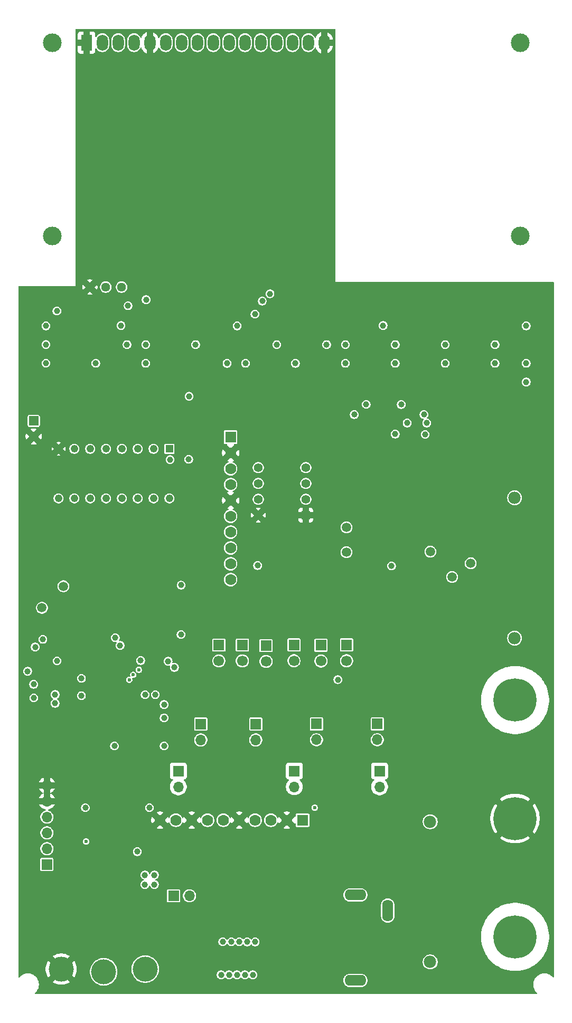
<source format=gbr>
%TF.GenerationSoftware,KiCad,Pcbnew,9.0.5*%
%TF.CreationDate,2025-10-29T10:13:22-04:00*%
%TF.ProjectId,oshe_dmm_project_v1,6f736865-5f64-46d6-9d5f-70726f6a6563,V1*%
%TF.SameCoordinates,Original*%
%TF.FileFunction,Copper,L2,Inr*%
%TF.FilePolarity,Positive*%
%FSLAX46Y46*%
G04 Gerber Fmt 4.6, Leading zero omitted, Abs format (unit mm)*
G04 Created by KiCad (PCBNEW 9.0.5) date 2025-10-29 10:13:22*
%MOMM*%
%LPD*%
G01*
G04 APERTURE LIST*
G04 Aperture macros list*
%AMRoundRect*
0 Rectangle with rounded corners*
0 $1 Rounding radius*
0 $2 $3 $4 $5 $6 $7 $8 $9 X,Y pos of 4 corners*
0 Add a 4 corners polygon primitive as box body*
4,1,4,$2,$3,$4,$5,$6,$7,$8,$9,$2,$3,0*
0 Add four circle primitives for the rounded corners*
1,1,$1+$1,$2,$3*
1,1,$1+$1,$4,$5*
1,1,$1+$1,$6,$7*
1,1,$1+$1,$8,$9*
0 Add four rect primitives between the rounded corners*
20,1,$1+$1,$2,$3,$4,$5,0*
20,1,$1+$1,$4,$5,$6,$7,0*
20,1,$1+$1,$6,$7,$8,$9,0*
20,1,$1+$1,$8,$9,$2,$3,0*%
G04 Aperture macros list end*
%TA.AperFunction,ComponentPad*%
%ADD10C,1.440000*%
%TD*%
%TA.AperFunction,ComponentPad*%
%ADD11C,3.000000*%
%TD*%
%TA.AperFunction,ComponentPad*%
%ADD12R,1.800000X2.600000*%
%TD*%
%TA.AperFunction,ComponentPad*%
%ADD13O,1.800000X2.600000*%
%TD*%
%TA.AperFunction,ComponentPad*%
%ADD14C,1.980000*%
%TD*%
%TA.AperFunction,ComponentPad*%
%ADD15R,1.778000X1.778000*%
%TD*%
%TA.AperFunction,ComponentPad*%
%ADD16C,1.778000*%
%TD*%
%TA.AperFunction,ComponentPad*%
%ADD17O,3.500000X1.750000*%
%TD*%
%TA.AperFunction,ComponentPad*%
%ADD18O,1.750000X3.500000*%
%TD*%
%TA.AperFunction,ComponentPad*%
%ADD19C,4.000000*%
%TD*%
%TA.AperFunction,ComponentPad*%
%ADD20RoundRect,0.250000X-0.550000X0.550000X-0.550000X-0.550000X0.550000X-0.550000X0.550000X0.550000X0*%
%TD*%
%TA.AperFunction,ComponentPad*%
%ADD21C,1.600000*%
%TD*%
%TA.AperFunction,ComponentPad*%
%ADD22R,1.700000X1.700000*%
%TD*%
%TA.AperFunction,ComponentPad*%
%ADD23O,1.700000X1.700000*%
%TD*%
%TA.AperFunction,ComponentPad*%
%ADD24R,1.397000X1.397000*%
%TD*%
%TA.AperFunction,ComponentPad*%
%ADD25C,1.397000*%
%TD*%
%TA.AperFunction,ComponentPad*%
%ADD26C,6.918200*%
%TD*%
%TA.AperFunction,ComponentPad*%
%ADD27C,1.700000*%
%TD*%
%TA.AperFunction,ComponentPad*%
%ADD28C,1.500000*%
%TD*%
%TA.AperFunction,ComponentPad*%
%ADD29R,1.210000X1.210000*%
%TD*%
%TA.AperFunction,ComponentPad*%
%ADD30C,1.210000*%
%TD*%
%TA.AperFunction,ViaPad*%
%ADD31C,1.000000*%
%TD*%
%TA.AperFunction,ViaPad*%
%ADD32C,0.600000*%
%TD*%
%TA.AperFunction,ViaPad*%
%ADD33C,1.500000*%
%TD*%
G04 APERTURE END LIST*
D10*
%TO.N,+5V*%
%TO.C,RV1*%
X138130000Y-113378000D03*
%TO.N,Net-(DS1-VO)*%
X135590000Y-113378000D03*
%TO.N,GND*%
X133050000Y-113378000D03*
%TD*%
D11*
%TO.N,*%
%TO.C,DS1*%
X126990900Y-74174500D03*
X126990900Y-105175200D03*
X201989480Y-105175200D03*
X201990000Y-74174500D03*
D12*
%TO.N,GND*%
X132490000Y-74174500D03*
D13*
%TO.N,+5V*%
X135030000Y-74174500D03*
%TO.N,Net-(DS1-VO)*%
X137570000Y-74174500D03*
%TO.N,MISO{slash}D12*%
X140110000Y-74174500D03*
%TO.N,GND*%
X142650000Y-74174500D03*
%TO.N,MOSI{slash}D11*%
X145190000Y-74174500D03*
%TO.N,unconnected-(DS1-D0-Pad7)*%
X147730000Y-74174500D03*
%TO.N,unconnected-(DS1-D1-Pad8)*%
X150270000Y-74174500D03*
%TO.N,unconnected-(DS1-D2-Pad9)*%
X152810000Y-74174500D03*
%TO.N,unconnected-(DS1-D3-Pad10)*%
X155350000Y-74174500D03*
%TO.N,D5*%
X157890000Y-74174500D03*
%TO.N,D4*%
X160430000Y-74174500D03*
%TO.N,D3*%
X162970000Y-74174500D03*
%TO.N,D2*%
X165510000Y-74174500D03*
%TO.N,Net-(DS1-LED(+))*%
X168050000Y-74174500D03*
%TO.N,GND*%
X170590000Y-74174500D03*
%TD*%
D14*
%TO.N,Current_Input*%
%TO.C,F2*%
X187590000Y-221628000D03*
%TO.N,Net-(U3-AIN2)*%
X187590000Y-199128000D03*
%TD*%
D15*
%TO.N,+5V*%
%TO.C,U3*%
X167130000Y-198878000D03*
D16*
%TO.N,GND*%
X164590000Y-198878000D03*
%TO.N,SCL*%
X162050000Y-198878000D03*
%TO.N,SDA*%
X159510000Y-198878000D03*
%TO.N,GND*%
X156970000Y-198878000D03*
%TO.N,unconnected-(U3-ALERT{slash}RDY-Pad6)*%
X154430000Y-198878000D03*
%TO.N,V_ADC_Input*%
X151890000Y-198878000D03*
%TO.N,GND*%
X149350000Y-198878000D03*
%TO.N,Net-(U3-AIN2)*%
X146810000Y-198878000D03*
%TO.N,GND*%
X144270000Y-198878000D03*
%TD*%
D17*
%TO.N,Net-(U8-AIN2)*%
%TO.C,J22*%
X175590000Y-224578000D03*
%TO.N,Net-(U8-AIN3)*%
X175590000Y-210878000D03*
D18*
%TO.N,unconnected-(J22-Pad3)*%
X180790000Y-213378000D03*
%TD*%
D19*
%TO.N,GND*%
%TO.C,BAT-1*%
X128447400Y-222766200D03*
%TD*%
D20*
%TO.N,+5V*%
%TO.C,C9*%
X124030000Y-134838000D03*
D21*
%TO.N,GND*%
X124030000Y-137338000D03*
%TD*%
D19*
%TO.N,Net-(JP1-C)*%
%TO.C,BAT+1*%
X141909400Y-222766200D03*
%TD*%
D22*
%TO.N,DTR*%
%TO.C,J1*%
X126144000Y-205981000D03*
D23*
%TO.N,TXD*%
X126144000Y-203441000D03*
%TO.N,RXD*%
X126144000Y-200901000D03*
%TO.N,+5V*%
X126144000Y-198361000D03*
%TO.N,GND*%
X126144000Y-195821000D03*
X126144000Y-193281000D03*
%TD*%
D22*
%TO.N,9V_BAT_IN*%
%TO.C,J6*%
X146451000Y-211006000D03*
D23*
%TO.N,Net-(J6-Pin_2)*%
X148991000Y-211006000D03*
%TD*%
D22*
%TO.N,+5V*%
%TO.C,J10*%
X159634000Y-183467400D03*
D23*
%TO.N,Net-(J10-Pin_2)*%
X159634000Y-186007400D03*
%TD*%
D24*
%TO.N,GND*%
%TO.C,U2*%
X167650000Y-149948000D03*
D25*
%TO.N,Net-(U2-Vin)*%
X167650000Y-147408000D03*
%TO.N,Net-(U2-Cf)*%
X167650000Y-144868000D03*
%TO.N,Net-(U2--Vs)*%
X167650000Y-142328000D03*
%TO.N,Net-(U2-Cav)*%
X160030000Y-142328000D03*
%TO.N,Net-(U2-OUTPUT)*%
X160030000Y-144868000D03*
%TO.N,+5V*%
X160030000Y-147408000D03*
%TO.N,GND*%
X160030000Y-149948000D03*
%TD*%
D22*
%TO.N,+5V*%
%TO.C,J13*%
X179105600Y-183447000D03*
D23*
%TO.N,Net-(J13-Pin_2)*%
X179105600Y-185987000D03*
%TD*%
D14*
%TO.N,Voltage_Input*%
%TO.C,F1*%
X201116800Y-169678000D03*
%TO.N,2V_Rang*%
X201116800Y-147178000D03*
%TD*%
D26*
%TO.N,GND*%
%TO.C,J3*%
X201193000Y-198610000D03*
%TD*%
D22*
%TO.N,+5V*%
%TO.C,J18*%
X165750000Y-170778000D03*
D27*
%TO.N,Net-(J18-Pin_2)*%
X165750000Y-173318000D03*
%TD*%
D28*
%TO.N,Net-(U1-XTAL2{slash}PB7)*%
%TO.C,Y1*%
X125359319Y-164818681D03*
%TO.N,Net-(U1-XTAL1{slash}PB6)*%
X128810000Y-161368000D03*
%TD*%
D22*
%TO.N,+5V*%
%TO.C,J14*%
X153720000Y-170788000D03*
D27*
%TO.N,Net-(J14-Pin_2)*%
X153720000Y-173328000D03*
%TD*%
D22*
%TO.N,2V_Rang*%
%TO.C,J7*%
X147218000Y-190990800D03*
D23*
%TO.N,V_ADC_Input*%
X147218000Y-193530800D03*
%TD*%
D15*
%TO.N,+5V*%
%TO.C,U8*%
X155590000Y-137438000D03*
D16*
%TO.N,GND*%
X155590000Y-139978000D03*
%TO.N,SCL*%
X155590000Y-142518000D03*
%TO.N,SDA*%
X155590000Y-145058000D03*
%TO.N,GND*%
X155590000Y-147598000D03*
%TO.N,unconnected-(U8-ALERT{slash}RDY-Pad6)*%
X155590000Y-150138000D03*
%TO.N,Net-(U2-OUTPUT)*%
X155590000Y-152678000D03*
%TO.N,unconnected-(U8-AIN1-Pad8)*%
X155590000Y-155218000D03*
%TO.N,Net-(U8-AIN2)*%
X155590000Y-157758000D03*
%TO.N,Net-(U8-AIN3)*%
X155590000Y-160298000D03*
%TD*%
D22*
%TO.N,200V_Rang*%
%TO.C,J11*%
X179476000Y-190990800D03*
D23*
%TO.N,V_ADC_Input*%
X179476000Y-193530800D03*
%TD*%
D22*
%TO.N,+5V*%
%TO.C,J12*%
X169365000Y-183447000D03*
D23*
%TO.N,Net-(J12-Pin_2)*%
X169365000Y-185987000D03*
%TD*%
D22*
%TO.N,+5V*%
%TO.C,J20*%
X174190000Y-170768000D03*
D27*
%TO.N,Net-(J20-Pin_2)*%
X174190000Y-173308000D03*
%TD*%
D22*
%TO.N,+5V*%
%TO.C,J16*%
X170080000Y-170818000D03*
D27*
%TO.N,Net-(J16-Pin_2)*%
X170080000Y-173358000D03*
%TD*%
D26*
%TO.N,Voltage_Input*%
%TO.C,J2*%
X201193000Y-179610000D03*
%TD*%
%TO.N,Current_Input*%
%TO.C,J4*%
X201193000Y-217610000D03*
%TD*%
D22*
%TO.N,20V_Rang*%
%TO.C,J9*%
X165810800Y-190985800D03*
D23*
%TO.N,V_ADC_Input*%
X165810800Y-193525800D03*
%TD*%
D29*
%TO.N,Net-(U4-X4)*%
%TO.C,U4*%
X145790000Y-139318000D03*
D30*
%TO.N,Net-(U4-X6)*%
X143250000Y-139318000D03*
%TO.N,A0*%
X140710000Y-139318000D03*
%TO.N,Net-(U4-X7)*%
X138170000Y-139318000D03*
%TO.N,Net-(U4-X5)*%
X135630000Y-139318000D03*
%TO.N,D9*%
X133090000Y-139318000D03*
%TO.N,unconnected-(U4-N.C.-Pad7)*%
X130550000Y-139318000D03*
%TO.N,GND*%
X128010000Y-139318000D03*
%TO.N,D8*%
X128010000Y-147258000D03*
%TO.N,D7*%
X130550000Y-147258000D03*
%TO.N,D6*%
X133090000Y-147258000D03*
%TO.N,Net-(U4-X3)*%
X135630000Y-147258000D03*
%TO.N,Net-(U4-X0)*%
X138170000Y-147258000D03*
%TO.N,Net-(U4-X1)*%
X140710000Y-147258000D03*
%TO.N,Net-(U4-X2)*%
X143250000Y-147258000D03*
%TO.N,+5V*%
X145790000Y-147258000D03*
%TD*%
D22*
%TO.N,+5V*%
%TO.C,J21*%
X161280000Y-170868000D03*
D27*
%TO.N,Net-(J21-Pin_2)*%
X161280000Y-173408000D03*
%TD*%
D22*
%TO.N,+5V*%
%TO.C,J5*%
X157480000Y-170788000D03*
D27*
%TO.N,Net-(J5-Pin_2)*%
X157480000Y-173328000D03*
%TD*%
D22*
%TO.N,+5V*%
%TO.C,J8*%
X150820000Y-183468000D03*
D23*
%TO.N,Net-(J8-Pin_2)*%
X150820000Y-186008000D03*
%TD*%
D19*
%TO.N,TS*%
%TO.C,Thermistor1*%
X135259400Y-223198000D03*
%TD*%
D31*
%TO.N,*%
X125990000Y-125578000D03*
X141990000Y-125598000D03*
X133990000Y-125598000D03*
X155020000Y-125608000D03*
%TO.N,GND*%
X126923400Y-217991000D03*
X128320400Y-217991000D03*
X166649000Y-207450000D03*
X134067000Y-178919600D03*
X172470000Y-139708000D03*
X167284000Y-216467000D03*
X129717400Y-217991000D03*
X124129400Y-214892200D03*
X167284000Y-213927000D03*
X126923400Y-219388000D03*
X147720000Y-176558000D03*
X129717400Y-219388000D03*
X167284000Y-220277000D03*
X167284000Y-215197000D03*
X122799130Y-154526469D03*
X167284000Y-217737000D03*
X124129400Y-213495200D03*
X134067000Y-176125600D03*
X134067000Y-177522600D03*
X167284000Y-219007000D03*
X128320400Y-219388000D03*
X167919000Y-207450000D03*
X134067000Y-174728600D03*
%TO.N,+5V*%
X158267000Y-218397400D03*
X154076000Y-223680600D03*
X125990000Y-119598000D03*
X132309850Y-196862400D03*
X156616000Y-223680600D03*
X180050000Y-119538000D03*
X159537000Y-218397400D03*
X202990000Y-119598000D03*
X155346000Y-223680600D03*
X159156000Y-223680600D03*
X131686000Y-178900400D03*
X155727000Y-218372000D03*
X131686000Y-176131800D03*
X154330000Y-218372000D03*
X157886000Y-223680600D03*
X138030000Y-119538000D03*
X156640000Y-119588000D03*
X156997000Y-218372000D03*
D32*
%TO.N,Net-(U1-~{RESET}{slash}PC6)*%
X132430000Y-202298000D03*
X139350000Y-176360600D03*
D31*
%TO.N,9V_BAT_IN*%
X141850000Y-209192000D03*
X143374000Y-209192000D03*
X141850000Y-207668000D03*
X143374000Y-207668000D03*
D32*
%TO.N,RXD*%
X139980000Y-175560600D03*
%TO.N,TXD*%
X140890000Y-174760600D03*
D31*
%TO.N,2V_Rang*%
X173990000Y-125598000D03*
X202990000Y-125598000D03*
X187030000Y-135178000D03*
X197990000Y-125598000D03*
X183890000Y-135168000D03*
%TO.N,D9*%
X124017600Y-177078000D03*
%TO.N,A0*%
X148890000Y-140998000D03*
X148940000Y-130888000D03*
X145890000Y-141038000D03*
X144930000Y-182468000D03*
X144930000Y-180328000D03*
%TO.N,SDA*%
X146590000Y-174378000D03*
X140630000Y-203918000D03*
X141884000Y-178748000D03*
%TO.N,D5*%
X127772113Y-173324807D03*
%TO.N,MISO{slash}D12*%
X127463000Y-180125100D03*
%TO.N,D2*%
X141179000Y-173267100D03*
%TO.N,D4*%
X137108800Y-169604000D03*
%TO.N,SCL*%
X143535000Y-178748000D03*
X145580000Y-173378000D03*
X142590000Y-196878000D03*
%TO.N,D8*%
X123067600Y-174988000D03*
%TO.N,D10*%
X136970000Y-186968000D03*
X144940000Y-186968000D03*
X124050000Y-179268000D03*
X172780000Y-176338000D03*
%TO.N,D7*%
X124266599Y-171107898D03*
%TO.N,MOSI{slash}D11*%
X127463000Y-178728100D03*
%TO.N,D6*%
X125498248Y-169876248D03*
%TO.N,D3*%
X137877000Y-170854100D03*
%TO.N,20V_Rang*%
X165990000Y-125608000D03*
X189990000Y-125598000D03*
%TO.N,200V_Rang*%
X186780000Y-137008000D03*
X157990000Y-125598000D03*
X181990000Y-136958000D03*
X181990000Y-125598000D03*
D33*
%TO.N,V_ADC_Input*%
X174160000Y-155908000D03*
D31*
X202990000Y-128598000D03*
D32*
X169090000Y-196878000D03*
D33*
X187610000Y-155798000D03*
X174180000Y-151918000D03*
D31*
%TO.N,Net-(J8-Pin_2)*%
X186580000Y-133808000D03*
X175412000Y-133830000D03*
X197990000Y-122598000D03*
%TO.N,Net-(J10-Pin_2)*%
X182940000Y-132208000D03*
X189990000Y-122598000D03*
X177340000Y-132188000D03*
%TO.N,Net-(J12-Pin_2)*%
X181990000Y-122598000D03*
%TO.N,Net-(J13-Pin_2)*%
X149990000Y-122598000D03*
X181400000Y-158098000D03*
X147660000Y-161178000D03*
X159920000Y-158028000D03*
X147650000Y-169098000D03*
%TO.N,Net-(J5-Pin_2)*%
X160670000Y-115618000D03*
X138990000Y-122598000D03*
X139160000Y-116368000D03*
%TO.N,Net-(J14-Pin_2)*%
X159490000Y-117708000D03*
X125990000Y-122578000D03*
X127750000Y-117208000D03*
%TO.N,Net-(J16-Pin_2)*%
X170990000Y-122598000D03*
%TO.N,Net-(J18-Pin_2)*%
X162990000Y-122598000D03*
%TO.N,Net-(J20-Pin_2)*%
X173990000Y-122598000D03*
%TO.N,Net-(J21-Pin_2)*%
X142060000Y-115398000D03*
X161910000Y-114448000D03*
X141990000Y-122598000D03*
D33*
%TO.N,Net-(U8-AIN3)*%
X191090000Y-159878000D03*
%TO.N,Net-(U8-AIN2)*%
X194090000Y-157688000D03*
%TD*%
%TA.AperFunction,Conductor*%
%TO.N,GND*%
G36*
X172323191Y-71964907D02*
G01*
X172359155Y-72014407D01*
X172364000Y-72045000D01*
X172364000Y-112538000D01*
X207317000Y-112538000D01*
X207375191Y-112556907D01*
X207411155Y-112606407D01*
X207416000Y-112637000D01*
X207416000Y-224009536D01*
X207397093Y-224067727D01*
X207347593Y-224103691D01*
X207286407Y-224103691D01*
X207238459Y-224069805D01*
X207229005Y-224057485D01*
X207229002Y-224057481D01*
X207064519Y-223892998D01*
X207064514Y-223892994D01*
X207064512Y-223892992D01*
X206888137Y-223757656D01*
X206879974Y-223751392D01*
X206876862Y-223749595D01*
X206678526Y-223635085D01*
X206678521Y-223635083D01*
X206463623Y-223546070D01*
X206463622Y-223546069D01*
X206463618Y-223546068D01*
X206238930Y-223485863D01*
X206238925Y-223485862D01*
X206238924Y-223485862D01*
X206008307Y-223455500D01*
X205775693Y-223455500D01*
X205775692Y-223455500D01*
X205545075Y-223485862D01*
X205545072Y-223485862D01*
X205545070Y-223485863D01*
X205384155Y-223528980D01*
X205320389Y-223546066D01*
X205320376Y-223546070D01*
X205105478Y-223635083D01*
X205105473Y-223635085D01*
X204904028Y-223751390D01*
X204719487Y-223892992D01*
X204554992Y-224057487D01*
X204413390Y-224242028D01*
X204297085Y-224443473D01*
X204297083Y-224443478D01*
X204208070Y-224658376D01*
X204208068Y-224658382D01*
X204155124Y-224855974D01*
X204147862Y-224883075D01*
X204117500Y-225113692D01*
X204117500Y-225346307D01*
X204137451Y-225497850D01*
X204147863Y-225576930D01*
X204168380Y-225653500D01*
X204208066Y-225801610D01*
X204208070Y-225801623D01*
X204297083Y-226016521D01*
X204297085Y-226016526D01*
X204413390Y-226217971D01*
X204554992Y-226402512D01*
X204554993Y-226402513D01*
X204554998Y-226402519D01*
X204719481Y-226567002D01*
X204719485Y-226567005D01*
X204719486Y-226567006D01*
X204731803Y-226576457D01*
X204766460Y-226626881D01*
X204764859Y-226688046D01*
X204727612Y-226736588D01*
X204671537Y-226754000D01*
X124308463Y-226754000D01*
X124250272Y-226735093D01*
X124214308Y-226685593D01*
X124214308Y-226624407D01*
X124248197Y-226576457D01*
X124248607Y-226576141D01*
X124260519Y-226567002D01*
X124425002Y-226402519D01*
X124566608Y-226217974D01*
X124682915Y-226016525D01*
X124771932Y-225801618D01*
X124832137Y-225576930D01*
X124862500Y-225346307D01*
X124862500Y-225113693D01*
X124832137Y-224883070D01*
X124771932Y-224658382D01*
X124682915Y-224443475D01*
X124671774Y-224424179D01*
X124566609Y-224242028D01*
X124566608Y-224242026D01*
X124439546Y-224076435D01*
X124425007Y-224057487D01*
X124425005Y-224057485D01*
X124425002Y-224057481D01*
X124260519Y-223892998D01*
X124260514Y-223892994D01*
X124260512Y-223892992D01*
X124084137Y-223757656D01*
X124075974Y-223751392D01*
X124072862Y-223749595D01*
X123874526Y-223635085D01*
X123874521Y-223635083D01*
X123659623Y-223546070D01*
X123659622Y-223546069D01*
X123659618Y-223546068D01*
X123434930Y-223485863D01*
X123434925Y-223485862D01*
X123434924Y-223485862D01*
X123204307Y-223455500D01*
X122971693Y-223455500D01*
X122971692Y-223455500D01*
X122741075Y-223485862D01*
X122741072Y-223485862D01*
X122741070Y-223485863D01*
X122580155Y-223528980D01*
X122516389Y-223546066D01*
X122516376Y-223546070D01*
X122301478Y-223635083D01*
X122301473Y-223635085D01*
X122100028Y-223751390D01*
X121915487Y-223892992D01*
X121750994Y-224057485D01*
X121741541Y-224069805D01*
X121691116Y-224104460D01*
X121629951Y-224102857D01*
X121581410Y-224065609D01*
X121564000Y-224009536D01*
X121564000Y-222625801D01*
X125947400Y-222625801D01*
X125947400Y-222906598D01*
X125978838Y-223185623D01*
X126041322Y-223459382D01*
X126134061Y-223724414D01*
X126134062Y-223724417D01*
X126255892Y-223977401D01*
X126361314Y-224145177D01*
X127479652Y-223026838D01*
X127485829Y-223057889D01*
X127561211Y-223239878D01*
X127670649Y-223403663D01*
X127809937Y-223542951D01*
X127973722Y-223652389D01*
X128155711Y-223727771D01*
X128186759Y-223733946D01*
X127068421Y-224852285D01*
X127236199Y-224957707D01*
X127236211Y-224957713D01*
X127489182Y-225079537D01*
X127489185Y-225079538D01*
X127754217Y-225172277D01*
X128027976Y-225234761D01*
X128307001Y-225266199D01*
X128307004Y-225266200D01*
X128587796Y-225266200D01*
X128587798Y-225266199D01*
X128866823Y-225234761D01*
X129140582Y-225172277D01*
X129405614Y-225079538D01*
X129405617Y-225079537D01*
X129658598Y-224957708D01*
X129658603Y-224957705D01*
X129826377Y-224852285D01*
X128708039Y-223733947D01*
X128739089Y-223727771D01*
X128921078Y-223652389D01*
X129084863Y-223542951D01*
X129224151Y-223403663D01*
X129333589Y-223239878D01*
X129408971Y-223057889D01*
X129415147Y-223026839D01*
X130533485Y-224145177D01*
X130638905Y-223977403D01*
X130638908Y-223977398D01*
X130760737Y-223724417D01*
X130760738Y-223724414D01*
X130853477Y-223459382D01*
X130915961Y-223185623D01*
X130930817Y-223053770D01*
X133058900Y-223053770D01*
X133058900Y-223342229D01*
X133096550Y-223628209D01*
X133096550Y-223628214D01*
X133171209Y-223906846D01*
X133281594Y-224173341D01*
X133281596Y-224173346D01*
X133401543Y-224381099D01*
X133425825Y-224423156D01*
X133441419Y-224443478D01*
X133601420Y-224651997D01*
X133601422Y-224651999D01*
X133601426Y-224652004D01*
X133805396Y-224855974D01*
X133805400Y-224855977D01*
X133805402Y-224855979D01*
X133900629Y-224929049D01*
X134034244Y-225031575D01*
X134284055Y-225175804D01*
X134550555Y-225286191D01*
X134829183Y-225360849D01*
X135115172Y-225398500D01*
X135115173Y-225398500D01*
X135403627Y-225398500D01*
X135403628Y-225398500D01*
X135689617Y-225360849D01*
X135968245Y-225286191D01*
X136234745Y-225175804D01*
X136484556Y-225031575D01*
X136713404Y-224855974D01*
X136917374Y-224652004D01*
X137092975Y-224423156D01*
X137237204Y-224173345D01*
X137347591Y-223906845D01*
X137422249Y-223628217D01*
X137459900Y-223342228D01*
X137459900Y-223053772D01*
X137422249Y-222767783D01*
X137383179Y-222621970D01*
X139708900Y-222621970D01*
X139708900Y-222910429D01*
X139746550Y-223196409D01*
X139746550Y-223196414D01*
X139821209Y-223475046D01*
X139931594Y-223741541D01*
X139931596Y-223741546D01*
X140027032Y-223906845D01*
X140075825Y-223991356D01*
X140126569Y-224057487D01*
X140251420Y-224220197D01*
X140251422Y-224220199D01*
X140251426Y-224220204D01*
X140455396Y-224424174D01*
X140455400Y-224424177D01*
X140455402Y-224424179D01*
X140480553Y-224443478D01*
X140684244Y-224599775D01*
X140934055Y-224744004D01*
X141200555Y-224854391D01*
X141479183Y-224929049D01*
X141765172Y-224966700D01*
X141765173Y-224966700D01*
X142053627Y-224966700D01*
X142053628Y-224966700D01*
X142339617Y-224929049D01*
X142618245Y-224854391D01*
X142884745Y-224744004D01*
X143134556Y-224599775D01*
X143273249Y-224493352D01*
X173639500Y-224493352D01*
X173639500Y-224662647D01*
X173665980Y-224829842D01*
X173707527Y-224957708D01*
X173718295Y-224990849D01*
X173795150Y-225141685D01*
X173894654Y-225278641D01*
X174014359Y-225398346D01*
X174151315Y-225497850D01*
X174302151Y-225574705D01*
X174463153Y-225627018D01*
X174463154Y-225627018D01*
X174463157Y-225627019D01*
X174630353Y-225653500D01*
X174630356Y-225653500D01*
X176549647Y-225653500D01*
X176716842Y-225627019D01*
X176716843Y-225627018D01*
X176716847Y-225627018D01*
X176877849Y-225574705D01*
X177028685Y-225497850D01*
X177165641Y-225398346D01*
X177285346Y-225278641D01*
X177384850Y-225141685D01*
X177461705Y-224990849D01*
X177514018Y-224829847D01*
X177527614Y-224744004D01*
X177540500Y-224662647D01*
X177540500Y-224493352D01*
X177514019Y-224326157D01*
X177505968Y-224301377D01*
X177461705Y-224165151D01*
X177384850Y-224014315D01*
X177285346Y-223877359D01*
X177165641Y-223757654D01*
X177028685Y-223658150D01*
X177028684Y-223658149D01*
X177028682Y-223658148D01*
X176937339Y-223611607D01*
X176877849Y-223581295D01*
X176877846Y-223581294D01*
X176877844Y-223581293D01*
X176716842Y-223528980D01*
X176549647Y-223502500D01*
X176549644Y-223502500D01*
X174630356Y-223502500D01*
X174630353Y-223502500D01*
X174463157Y-223528980D01*
X174302155Y-223581293D01*
X174151317Y-223658148D01*
X174082837Y-223707902D01*
X174014359Y-223757654D01*
X173894654Y-223877359D01*
X173873231Y-223906846D01*
X173795148Y-224014317D01*
X173718293Y-224165155D01*
X173665980Y-224326157D01*
X173639500Y-224493352D01*
X143273249Y-224493352D01*
X143363404Y-224424174D01*
X143567374Y-224220204D01*
X143742975Y-223991356D01*
X143887204Y-223741545D01*
X143941027Y-223611604D01*
X153375500Y-223611604D01*
X153375500Y-223749595D01*
X153378803Y-223766200D01*
X153400914Y-223877359D01*
X153402420Y-223884927D01*
X153402420Y-223884929D01*
X153455222Y-224012406D01*
X153455228Y-224012417D01*
X153531885Y-224127141D01*
X153629458Y-224224714D01*
X153744182Y-224301371D01*
X153744193Y-224301377D01*
X153791283Y-224320882D01*
X153871672Y-224354180D01*
X154007007Y-224381100D01*
X154007008Y-224381100D01*
X154144992Y-224381100D01*
X154144993Y-224381100D01*
X154280328Y-224354180D01*
X154407811Y-224301375D01*
X154522542Y-224224714D01*
X154620114Y-224127142D01*
X154628686Y-224114312D01*
X154676732Y-224076435D01*
X154737871Y-224074031D01*
X154788745Y-224108023D01*
X154793295Y-224114285D01*
X154801886Y-224127142D01*
X154801890Y-224127146D01*
X154899458Y-224224714D01*
X155014182Y-224301371D01*
X155014193Y-224301377D01*
X155061283Y-224320882D01*
X155141672Y-224354180D01*
X155277007Y-224381100D01*
X155277008Y-224381100D01*
X155414992Y-224381100D01*
X155414993Y-224381100D01*
X155550328Y-224354180D01*
X155677811Y-224301375D01*
X155792542Y-224224714D01*
X155890114Y-224127142D01*
X155898686Y-224114312D01*
X155946732Y-224076435D01*
X156007871Y-224074031D01*
X156058745Y-224108023D01*
X156063295Y-224114285D01*
X156071886Y-224127142D01*
X156071890Y-224127146D01*
X156169458Y-224224714D01*
X156284182Y-224301371D01*
X156284193Y-224301377D01*
X156331283Y-224320882D01*
X156411672Y-224354180D01*
X156547007Y-224381100D01*
X156547008Y-224381100D01*
X156684992Y-224381100D01*
X156684993Y-224381100D01*
X156820328Y-224354180D01*
X156947811Y-224301375D01*
X157062542Y-224224714D01*
X157160114Y-224127142D01*
X157168686Y-224114312D01*
X157216732Y-224076435D01*
X157277871Y-224074031D01*
X157328745Y-224108023D01*
X157333295Y-224114285D01*
X157341886Y-224127142D01*
X157341890Y-224127146D01*
X157439458Y-224224714D01*
X157554182Y-224301371D01*
X157554193Y-224301377D01*
X157601283Y-224320882D01*
X157681672Y-224354180D01*
X157817007Y-224381100D01*
X157817008Y-224381100D01*
X157954992Y-224381100D01*
X157954993Y-224381100D01*
X158090328Y-224354180D01*
X158217811Y-224301375D01*
X158332542Y-224224714D01*
X158430114Y-224127142D01*
X158438686Y-224114312D01*
X158486732Y-224076435D01*
X158547871Y-224074031D01*
X158598745Y-224108023D01*
X158603295Y-224114285D01*
X158611886Y-224127142D01*
X158611890Y-224127146D01*
X158709458Y-224224714D01*
X158824182Y-224301371D01*
X158824193Y-224301377D01*
X158871283Y-224320882D01*
X158951672Y-224354180D01*
X159087007Y-224381100D01*
X159087008Y-224381100D01*
X159224992Y-224381100D01*
X159224993Y-224381100D01*
X159360328Y-224354180D01*
X159487811Y-224301375D01*
X159602542Y-224224714D01*
X159700114Y-224127142D01*
X159776775Y-224012411D01*
X159829580Y-223884928D01*
X159856500Y-223749593D01*
X159856500Y-223611607D01*
X159829580Y-223476272D01*
X159811978Y-223433777D01*
X159776777Y-223348793D01*
X159776771Y-223348782D01*
X159700114Y-223234058D01*
X159602541Y-223136485D01*
X159487817Y-223059828D01*
X159487806Y-223059822D01*
X159360328Y-223007020D01*
X159224995Y-222980100D01*
X159224993Y-222980100D01*
X159087007Y-222980100D01*
X159087004Y-222980100D01*
X158951672Y-223007020D01*
X158951670Y-223007020D01*
X158824193Y-223059822D01*
X158824182Y-223059828D01*
X158709458Y-223136485D01*
X158611889Y-223234054D01*
X158611886Y-223234058D01*
X158603315Y-223246886D01*
X158555265Y-223284765D01*
X158494127Y-223287167D01*
X158443253Y-223253174D01*
X158438685Y-223246886D01*
X158430114Y-223234058D01*
X158332542Y-223136486D01*
X158332541Y-223136485D01*
X158217817Y-223059828D01*
X158217806Y-223059822D01*
X158090328Y-223007020D01*
X157954995Y-222980100D01*
X157954993Y-222980100D01*
X157817007Y-222980100D01*
X157817004Y-222980100D01*
X157681672Y-223007020D01*
X157681670Y-223007020D01*
X157554193Y-223059822D01*
X157554182Y-223059828D01*
X157439458Y-223136485D01*
X157341889Y-223234054D01*
X157341886Y-223234058D01*
X157333315Y-223246886D01*
X157285265Y-223284765D01*
X157224127Y-223287167D01*
X157173253Y-223253174D01*
X157168685Y-223246886D01*
X157160114Y-223234058D01*
X157062542Y-223136486D01*
X157062541Y-223136485D01*
X156947817Y-223059828D01*
X156947806Y-223059822D01*
X156820328Y-223007020D01*
X156684995Y-222980100D01*
X156684993Y-222980100D01*
X156547007Y-222980100D01*
X156547004Y-222980100D01*
X156411672Y-223007020D01*
X156411670Y-223007020D01*
X156284193Y-223059822D01*
X156284182Y-223059828D01*
X156169458Y-223136485D01*
X156071889Y-223234054D01*
X156071886Y-223234058D01*
X156063315Y-223246886D01*
X156015265Y-223284765D01*
X155954127Y-223287167D01*
X155903253Y-223253174D01*
X155898685Y-223246886D01*
X155890114Y-223234058D01*
X155792542Y-223136486D01*
X155792541Y-223136485D01*
X155677817Y-223059828D01*
X155677806Y-223059822D01*
X155550328Y-223007020D01*
X155414995Y-222980100D01*
X155414993Y-222980100D01*
X155277007Y-222980100D01*
X155277004Y-222980100D01*
X155141672Y-223007020D01*
X155141670Y-223007020D01*
X155014193Y-223059822D01*
X155014182Y-223059828D01*
X154899458Y-223136485D01*
X154801889Y-223234054D01*
X154801886Y-223234058D01*
X154793315Y-223246886D01*
X154745265Y-223284765D01*
X154684127Y-223287167D01*
X154633253Y-223253174D01*
X154628685Y-223246886D01*
X154620114Y-223234058D01*
X154522542Y-223136486D01*
X154522541Y-223136485D01*
X154407817Y-223059828D01*
X154407806Y-223059822D01*
X154280328Y-223007020D01*
X154144995Y-222980100D01*
X154144993Y-222980100D01*
X154007007Y-222980100D01*
X154007004Y-222980100D01*
X153871672Y-223007020D01*
X153871670Y-223007020D01*
X153744193Y-223059822D01*
X153744182Y-223059828D01*
X153629458Y-223136485D01*
X153531885Y-223234058D01*
X153455228Y-223348782D01*
X153455222Y-223348793D01*
X153402420Y-223476270D01*
X153402420Y-223476272D01*
X153375500Y-223611604D01*
X143941027Y-223611604D01*
X143997591Y-223475045D01*
X144072249Y-223196417D01*
X144109900Y-222910428D01*
X144109900Y-222621972D01*
X144072249Y-222335983D01*
X143997591Y-222057355D01*
X143887204Y-221790855D01*
X143872969Y-221766200D01*
X143765418Y-221579916D01*
X143765417Y-221579915D01*
X143742975Y-221541043D01*
X143737802Y-221534302D01*
X186399500Y-221534302D01*
X186399500Y-221721697D01*
X186428813Y-221906777D01*
X186428814Y-221906781D01*
X186486717Y-222084986D01*
X186486719Y-222084989D01*
X186556862Y-222222655D01*
X186571793Y-222251958D01*
X186681938Y-222403559D01*
X186814441Y-222536062D01*
X186966042Y-222646207D01*
X187133007Y-222731279D01*
X187133009Y-222731279D01*
X187133010Y-222731280D01*
X187133013Y-222731282D01*
X187311218Y-222789185D01*
X187311222Y-222789186D01*
X187496303Y-222818500D01*
X187496306Y-222818500D01*
X187683697Y-222818500D01*
X187868777Y-222789186D01*
X187868781Y-222789185D01*
X188046986Y-222731282D01*
X188046988Y-222731280D01*
X188046993Y-222731279D01*
X188213958Y-222646207D01*
X188365559Y-222536062D01*
X188498062Y-222403559D01*
X188608207Y-222251958D01*
X188693279Y-222084993D01*
X188693280Y-222084988D01*
X188693282Y-222084986D01*
X188751185Y-221906781D01*
X188751186Y-221906777D01*
X188780500Y-221721697D01*
X188780500Y-221534302D01*
X188751186Y-221349222D01*
X188751185Y-221349218D01*
X188693282Y-221171013D01*
X188693280Y-221171010D01*
X188693279Y-221171009D01*
X188693279Y-221171007D01*
X188608207Y-221004042D01*
X188498062Y-220852441D01*
X188365559Y-220719938D01*
X188213958Y-220609793D01*
X188213957Y-220609792D01*
X188213955Y-220609791D01*
X188046989Y-220524719D01*
X188046986Y-220524717D01*
X187868781Y-220466814D01*
X187868777Y-220466813D01*
X187683697Y-220437500D01*
X187683694Y-220437500D01*
X187496306Y-220437500D01*
X187496303Y-220437500D01*
X187311222Y-220466813D01*
X187311218Y-220466814D01*
X187133013Y-220524717D01*
X187133010Y-220524719D01*
X186966044Y-220609791D01*
X186814442Y-220719937D01*
X186681937Y-220852442D01*
X186571791Y-221004044D01*
X186486719Y-221171010D01*
X186486717Y-221171013D01*
X186428814Y-221349218D01*
X186428813Y-221349222D01*
X186399500Y-221534302D01*
X143737802Y-221534302D01*
X143567379Y-221312202D01*
X143567377Y-221312200D01*
X143567374Y-221312196D01*
X143363404Y-221108226D01*
X143363399Y-221108222D01*
X143363397Y-221108220D01*
X143134553Y-220932623D01*
X142884746Y-220788396D01*
X142884741Y-220788394D01*
X142618246Y-220678009D01*
X142495388Y-220645089D01*
X142339617Y-220603351D01*
X142339614Y-220603350D01*
X142339612Y-220603350D01*
X142053629Y-220565700D01*
X142053628Y-220565700D01*
X141765172Y-220565700D01*
X141765170Y-220565700D01*
X141479190Y-220603350D01*
X141479185Y-220603350D01*
X141200553Y-220678009D01*
X140934058Y-220788394D01*
X140934053Y-220788396D01*
X140684246Y-220932623D01*
X140455402Y-221108220D01*
X140251420Y-221312202D01*
X140075823Y-221541046D01*
X139931596Y-221790853D01*
X139931594Y-221790858D01*
X139821209Y-222057353D01*
X139746550Y-222335985D01*
X139746550Y-222335990D01*
X139708900Y-222621970D01*
X137383179Y-222621970D01*
X137347591Y-222489155D01*
X137237204Y-222222655D01*
X137092975Y-221972844D01*
X136992101Y-221841383D01*
X136917379Y-221744002D01*
X136917377Y-221744000D01*
X136917374Y-221743996D01*
X136713404Y-221540026D01*
X136713399Y-221540022D01*
X136713397Y-221540020D01*
X136484553Y-221364423D01*
X136234746Y-221220196D01*
X136234741Y-221220194D01*
X135968246Y-221109809D01*
X135845388Y-221076889D01*
X135689617Y-221035151D01*
X135689614Y-221035150D01*
X135689612Y-221035150D01*
X135403629Y-220997500D01*
X135403628Y-220997500D01*
X135115172Y-220997500D01*
X135115170Y-220997500D01*
X134829190Y-221035150D01*
X134829185Y-221035150D01*
X134550553Y-221109809D01*
X134284058Y-221220194D01*
X134284053Y-221220196D01*
X134034246Y-221364423D01*
X133805402Y-221540020D01*
X133601420Y-221744002D01*
X133425823Y-221972846D01*
X133281596Y-222222653D01*
X133281594Y-222222658D01*
X133171209Y-222489153D01*
X133096550Y-222767785D01*
X133096550Y-222767790D01*
X133058900Y-223053770D01*
X130930817Y-223053770D01*
X130932431Y-223039447D01*
X130932432Y-223039444D01*
X130947399Y-222906613D01*
X130947400Y-222906596D01*
X130947400Y-222625803D01*
X130947399Y-222625801D01*
X130915961Y-222346776D01*
X130853477Y-222073017D01*
X130760738Y-221807985D01*
X130760737Y-221807982D01*
X130638913Y-221555011D01*
X130638907Y-221554999D01*
X130533484Y-221387221D01*
X129415146Y-222505559D01*
X129408971Y-222474511D01*
X129333589Y-222292522D01*
X129224151Y-222128737D01*
X129084863Y-221989449D01*
X128921078Y-221880011D01*
X128739089Y-221804629D01*
X128708038Y-221798452D01*
X129826377Y-220680114D01*
X129658601Y-220574692D01*
X129405617Y-220452862D01*
X129405614Y-220452861D01*
X129140582Y-220360122D01*
X128866823Y-220297638D01*
X128587798Y-220266200D01*
X128307001Y-220266200D01*
X128027976Y-220297638D01*
X127754217Y-220360122D01*
X127489185Y-220452861D01*
X127489182Y-220452862D01*
X127236198Y-220574692D01*
X127068421Y-220680114D01*
X128186760Y-221798453D01*
X128155711Y-221804629D01*
X127973722Y-221880011D01*
X127809937Y-221989449D01*
X127670649Y-222128737D01*
X127561211Y-222292522D01*
X127485829Y-222474511D01*
X127479653Y-222505560D01*
X126361314Y-221387221D01*
X126255892Y-221554998D01*
X126134062Y-221807982D01*
X126134061Y-221807985D01*
X126041322Y-222073017D01*
X125978838Y-222346776D01*
X125947400Y-222625801D01*
X121564000Y-222625801D01*
X121564000Y-218303004D01*
X153629500Y-218303004D01*
X153629500Y-218440995D01*
X153656420Y-218576327D01*
X153656420Y-218576329D01*
X153709222Y-218703806D01*
X153709228Y-218703817D01*
X153785885Y-218818541D01*
X153883458Y-218916114D01*
X153998182Y-218992771D01*
X153998193Y-218992777D01*
X154045283Y-219012282D01*
X154125672Y-219045580D01*
X154261007Y-219072500D01*
X154261008Y-219072500D01*
X154398992Y-219072500D01*
X154398993Y-219072500D01*
X154534328Y-219045580D01*
X154661811Y-218992775D01*
X154776542Y-218916114D01*
X154874114Y-218818542D01*
X154946185Y-218710681D01*
X154994235Y-218672802D01*
X155055373Y-218670400D01*
X155106247Y-218704393D01*
X155110815Y-218710681D01*
X155182886Y-218818542D01*
X155182889Y-218818545D01*
X155280458Y-218916114D01*
X155395182Y-218992771D01*
X155395193Y-218992777D01*
X155442283Y-219012282D01*
X155522672Y-219045580D01*
X155658007Y-219072500D01*
X155658008Y-219072500D01*
X155795992Y-219072500D01*
X155795993Y-219072500D01*
X155931328Y-219045580D01*
X156058811Y-218992775D01*
X156173542Y-218916114D01*
X156271114Y-218818542D01*
X156279686Y-218805712D01*
X156327732Y-218767835D01*
X156388871Y-218765431D01*
X156439745Y-218799423D01*
X156444295Y-218805685D01*
X156452886Y-218818542D01*
X156452889Y-218818545D01*
X156452890Y-218818546D01*
X156550458Y-218916114D01*
X156665182Y-218992771D01*
X156665193Y-218992777D01*
X156712283Y-219012282D01*
X156792672Y-219045580D01*
X156928007Y-219072500D01*
X156928008Y-219072500D01*
X157065992Y-219072500D01*
X157065993Y-219072500D01*
X157201328Y-219045580D01*
X157328811Y-218992775D01*
X157443542Y-218916114D01*
X157541114Y-218818542D01*
X157541195Y-218818419D01*
X157541246Y-218818379D01*
X157544191Y-218814791D01*
X157544978Y-218815437D01*
X157589239Y-218780538D01*
X157650376Y-218778129D01*
X157701254Y-218812116D01*
X157705805Y-218818379D01*
X157722886Y-218843942D01*
X157722888Y-218843944D01*
X157820458Y-218941514D01*
X157935182Y-219018171D01*
X157935193Y-219018177D01*
X157982283Y-219037682D01*
X158062672Y-219070980D01*
X158198007Y-219097900D01*
X158198008Y-219097900D01*
X158335992Y-219097900D01*
X158335993Y-219097900D01*
X158471328Y-219070980D01*
X158598811Y-219018175D01*
X158713542Y-218941514D01*
X158811114Y-218843942D01*
X158819686Y-218831112D01*
X158867732Y-218793235D01*
X158928871Y-218790831D01*
X158979745Y-218824823D01*
X158984295Y-218831085D01*
X158992886Y-218843942D01*
X158992890Y-218843946D01*
X159090458Y-218941514D01*
X159205182Y-219018171D01*
X159205193Y-219018177D01*
X159252283Y-219037682D01*
X159332672Y-219070980D01*
X159468007Y-219097900D01*
X159468008Y-219097900D01*
X159605992Y-219097900D01*
X159605993Y-219097900D01*
X159741328Y-219070980D01*
X159868811Y-219018175D01*
X159983542Y-218941514D01*
X160081114Y-218843942D01*
X160157775Y-218729211D01*
X160210580Y-218601728D01*
X160237500Y-218466393D01*
X160237500Y-218328407D01*
X160210580Y-218193072D01*
X160172000Y-218099931D01*
X160157777Y-218065593D01*
X160157771Y-218065582D01*
X160081114Y-217950858D01*
X159983541Y-217853285D01*
X159868817Y-217776628D01*
X159868806Y-217776622D01*
X159741328Y-217723820D01*
X159605995Y-217696900D01*
X159605993Y-217696900D01*
X159468007Y-217696900D01*
X159468004Y-217696900D01*
X159332672Y-217723820D01*
X159332670Y-217723820D01*
X159205193Y-217776622D01*
X159205182Y-217776628D01*
X159090458Y-217853285D01*
X158992889Y-217950854D01*
X158992886Y-217950858D01*
X158984315Y-217963686D01*
X158936265Y-218001565D01*
X158875127Y-218003967D01*
X158824253Y-217969974D01*
X158819685Y-217963686D01*
X158813620Y-217954609D01*
X158811114Y-217950858D01*
X158713542Y-217853286D01*
X158713541Y-217853285D01*
X158598817Y-217776628D01*
X158598806Y-217776622D01*
X158471328Y-217723820D01*
X158335995Y-217696900D01*
X158335993Y-217696900D01*
X158198007Y-217696900D01*
X158198004Y-217696900D01*
X158062672Y-217723820D01*
X158062670Y-217723820D01*
X157935193Y-217776622D01*
X157935182Y-217776628D01*
X157820458Y-217853285D01*
X157722889Y-217950854D01*
X157722879Y-217950866D01*
X157722791Y-217950999D01*
X157722734Y-217951043D01*
X157719809Y-217954609D01*
X157719025Y-217953966D01*
X157674735Y-217988871D01*
X157613596Y-217991262D01*
X157562728Y-217957261D01*
X157558180Y-217950999D01*
X157541114Y-217925458D01*
X157443542Y-217827886D01*
X157443541Y-217827885D01*
X157328817Y-217751228D01*
X157328806Y-217751222D01*
X157201328Y-217698420D01*
X157065995Y-217671500D01*
X157065993Y-217671500D01*
X156928007Y-217671500D01*
X156928004Y-217671500D01*
X156792672Y-217698420D01*
X156792670Y-217698420D01*
X156665193Y-217751222D01*
X156665182Y-217751228D01*
X156550458Y-217827885D01*
X156452889Y-217925454D01*
X156452886Y-217925458D01*
X156444315Y-217938286D01*
X156396265Y-217976165D01*
X156335127Y-217978567D01*
X156284253Y-217944574D01*
X156279685Y-217938286D01*
X156271114Y-217925458D01*
X156173542Y-217827886D01*
X156173541Y-217827885D01*
X156058817Y-217751228D01*
X156058806Y-217751222D01*
X155931328Y-217698420D01*
X155795995Y-217671500D01*
X155795993Y-217671500D01*
X155658007Y-217671500D01*
X155658004Y-217671500D01*
X155522672Y-217698420D01*
X155522670Y-217698420D01*
X155395193Y-217751222D01*
X155395182Y-217751228D01*
X155280458Y-217827885D01*
X155182885Y-217925458D01*
X155110815Y-218033318D01*
X155062765Y-218071197D01*
X155001626Y-218073599D01*
X154950753Y-218039605D01*
X154946185Y-218033318D01*
X154874114Y-217925458D01*
X154776541Y-217827885D01*
X154661817Y-217751228D01*
X154661806Y-217751222D01*
X154534328Y-217698420D01*
X154398995Y-217671500D01*
X154398993Y-217671500D01*
X154261007Y-217671500D01*
X154261004Y-217671500D01*
X154125672Y-217698420D01*
X154125670Y-217698420D01*
X153998193Y-217751222D01*
X153998182Y-217751228D01*
X153883458Y-217827885D01*
X153785885Y-217925458D01*
X153709228Y-218040182D01*
X153709222Y-218040193D01*
X153656420Y-218167670D01*
X153656420Y-218167672D01*
X153629500Y-218303004D01*
X121564000Y-218303004D01*
X121564000Y-217395492D01*
X195733400Y-217395492D01*
X195733400Y-217824508D01*
X195767061Y-218252199D01*
X195767062Y-218252213D01*
X195833149Y-218669468D01*
X195834174Y-218675937D01*
X195934326Y-219093100D01*
X196066899Y-219501119D01*
X196231076Y-219897478D01*
X196418950Y-220266200D01*
X196425851Y-220279744D01*
X196425852Y-220279746D01*
X196649994Y-220645514D01*
X196902174Y-220992611D01*
X196902187Y-220992627D01*
X197180786Y-221318825D01*
X197180794Y-221318833D01*
X197180800Y-221318840D01*
X197484160Y-221622200D01*
X197484166Y-221622205D01*
X197484174Y-221622213D01*
X197810372Y-221900812D01*
X197810388Y-221900825D01*
X197818586Y-221906781D01*
X198157469Y-222152994D01*
X198157474Y-222152997D01*
X198157485Y-222153005D01*
X198523253Y-222377147D01*
X198523256Y-222377148D01*
X198523265Y-222377154D01*
X198905522Y-222571924D01*
X199301881Y-222736101D01*
X199709900Y-222868674D01*
X200127063Y-222968826D01*
X200550798Y-223035939D01*
X200978492Y-223069600D01*
X200978500Y-223069600D01*
X201407500Y-223069600D01*
X201407508Y-223069600D01*
X201835202Y-223035939D01*
X202258937Y-222968826D01*
X202676100Y-222868674D01*
X203084119Y-222736101D01*
X203480478Y-222571924D01*
X203862735Y-222377154D01*
X204000842Y-222292522D01*
X204228514Y-222153005D01*
X204228519Y-222153001D01*
X204228531Y-222152994D01*
X204575613Y-221900824D01*
X204785344Y-221721697D01*
X204901825Y-221622213D01*
X204901826Y-221622211D01*
X204901840Y-221622200D01*
X205205200Y-221318840D01*
X205210870Y-221312202D01*
X205483812Y-220992627D01*
X205483824Y-220992613D01*
X205735994Y-220645531D01*
X205736001Y-220645519D01*
X205736005Y-220645514D01*
X205960147Y-220279746D01*
X205960148Y-220279744D01*
X205960154Y-220279735D01*
X206154924Y-219897478D01*
X206319101Y-219501119D01*
X206451674Y-219093100D01*
X206551826Y-218675937D01*
X206618939Y-218252202D01*
X206652600Y-217824508D01*
X206652600Y-217395492D01*
X206618939Y-216967798D01*
X206551826Y-216544063D01*
X206451674Y-216126900D01*
X206319101Y-215718881D01*
X206154924Y-215322522D01*
X205960154Y-214940265D01*
X205960147Y-214940253D01*
X205736005Y-214574485D01*
X205735997Y-214574474D01*
X205735994Y-214574469D01*
X205483824Y-214227387D01*
X205483812Y-214227372D01*
X205205213Y-213901174D01*
X205205205Y-213901166D01*
X205205200Y-213901160D01*
X204901840Y-213597800D01*
X204901833Y-213597794D01*
X204901825Y-213597786D01*
X204575627Y-213319187D01*
X204575611Y-213319174D01*
X204228514Y-213066994D01*
X203862746Y-212842852D01*
X203862744Y-212842851D01*
X203862739Y-212842848D01*
X203862735Y-212842846D01*
X203480478Y-212648076D01*
X203084119Y-212483899D01*
X203084118Y-212483898D01*
X203084114Y-212483897D01*
X202934713Y-212435354D01*
X202676100Y-212351326D01*
X202258937Y-212251174D01*
X202258929Y-212251172D01*
X202258926Y-212251172D01*
X201835213Y-212184062D01*
X201835204Y-212184061D01*
X201835202Y-212184061D01*
X201407508Y-212150400D01*
X200978492Y-212150400D01*
X200550798Y-212184061D01*
X200550796Y-212184061D01*
X200550786Y-212184062D01*
X200127073Y-212251172D01*
X200127067Y-212251173D01*
X200127063Y-212251174D01*
X199881394Y-212310153D01*
X199709903Y-212351325D01*
X199709901Y-212351325D01*
X199709900Y-212351326D01*
X199580593Y-212393340D01*
X199301885Y-212483897D01*
X198905526Y-212648074D01*
X198523255Y-212842851D01*
X198523253Y-212842852D01*
X198157485Y-213066994D01*
X197810388Y-213319174D01*
X197810372Y-213319187D01*
X197484174Y-213597786D01*
X197180786Y-213901174D01*
X196902187Y-214227372D01*
X196902174Y-214227388D01*
X196649994Y-214574485D01*
X196425852Y-214940253D01*
X196425851Y-214940255D01*
X196231074Y-215322526D01*
X196066897Y-215718885D01*
X195934326Y-216126901D01*
X195934325Y-216126903D01*
X195834172Y-216544073D01*
X195767062Y-216967786D01*
X195767061Y-216967796D01*
X195767061Y-216967798D01*
X195733400Y-217395492D01*
X121564000Y-217395492D01*
X121564000Y-212418352D01*
X179714500Y-212418352D01*
X179714500Y-214337647D01*
X179740980Y-214504842D01*
X179763604Y-214574469D01*
X179793295Y-214665849D01*
X179870150Y-214816685D01*
X179969654Y-214953641D01*
X180089359Y-215073346D01*
X180226315Y-215172850D01*
X180377151Y-215249705D01*
X180538153Y-215302018D01*
X180538154Y-215302018D01*
X180538157Y-215302019D01*
X180705353Y-215328500D01*
X180705356Y-215328500D01*
X180874647Y-215328500D01*
X181041842Y-215302019D01*
X181041843Y-215302018D01*
X181041847Y-215302018D01*
X181202849Y-215249705D01*
X181353685Y-215172850D01*
X181490641Y-215073346D01*
X181610346Y-214953641D01*
X181709850Y-214816685D01*
X181786705Y-214665849D01*
X181839018Y-214504847D01*
X181865500Y-214337644D01*
X181865500Y-212418356D01*
X181865500Y-212418352D01*
X181839019Y-212251157D01*
X181817219Y-212184062D01*
X181786705Y-212090151D01*
X181709850Y-211939315D01*
X181610346Y-211802359D01*
X181490641Y-211682654D01*
X181353685Y-211583150D01*
X181353684Y-211583149D01*
X181353682Y-211583148D01*
X181283903Y-211547594D01*
X181202849Y-211506295D01*
X181202846Y-211506294D01*
X181202844Y-211506293D01*
X181041842Y-211453980D01*
X180874647Y-211427500D01*
X180874644Y-211427500D01*
X180705356Y-211427500D01*
X180705353Y-211427500D01*
X180538157Y-211453980D01*
X180377155Y-211506293D01*
X180226317Y-211583148D01*
X180157837Y-211632902D01*
X180089359Y-211682654D01*
X179969654Y-211802359D01*
X179919902Y-211870837D01*
X179870148Y-211939317D01*
X179793293Y-212090155D01*
X179740980Y-212251157D01*
X179714500Y-212418352D01*
X121564000Y-212418352D01*
X121564000Y-210136253D01*
X145400500Y-210136253D01*
X145400500Y-211875746D01*
X145400501Y-211875758D01*
X145412132Y-211934227D01*
X145412134Y-211934233D01*
X145415530Y-211939315D01*
X145456448Y-212000552D01*
X145522769Y-212044867D01*
X145567231Y-212053711D01*
X145581241Y-212056498D01*
X145581246Y-212056498D01*
X145581252Y-212056500D01*
X145581253Y-212056500D01*
X147320747Y-212056500D01*
X147320748Y-212056500D01*
X147379231Y-212044867D01*
X147445552Y-212000552D01*
X147489867Y-211934231D01*
X147501500Y-211875748D01*
X147501500Y-210902532D01*
X147940500Y-210902532D01*
X147940500Y-211109467D01*
X147980869Y-211312418D01*
X148060058Y-211503597D01*
X148175020Y-211675651D01*
X148175023Y-211675655D01*
X148321345Y-211821977D01*
X148493402Y-211936941D01*
X148684580Y-212016130D01*
X148887535Y-212056500D01*
X148887536Y-212056500D01*
X149094464Y-212056500D01*
X149094465Y-212056500D01*
X149297420Y-212016130D01*
X149488598Y-211936941D01*
X149660655Y-211821977D01*
X149806977Y-211675655D01*
X149921941Y-211503598D01*
X150001130Y-211312420D01*
X150041500Y-211109465D01*
X150041500Y-210902535D01*
X150019782Y-210793352D01*
X173639500Y-210793352D01*
X173639500Y-210962647D01*
X173665980Y-211129842D01*
X173665982Y-211129847D01*
X173718295Y-211290849D01*
X173795150Y-211441685D01*
X173894654Y-211578641D01*
X174014359Y-211698346D01*
X174151315Y-211797850D01*
X174302151Y-211874705D01*
X174463153Y-211927018D01*
X174463154Y-211927018D01*
X174463157Y-211927019D01*
X174630353Y-211953500D01*
X174630356Y-211953500D01*
X176549647Y-211953500D01*
X176716842Y-211927019D01*
X176716843Y-211927018D01*
X176716847Y-211927018D01*
X176877849Y-211874705D01*
X177028685Y-211797850D01*
X177165641Y-211698346D01*
X177285346Y-211578641D01*
X177384850Y-211441685D01*
X177461705Y-211290849D01*
X177514018Y-211129847D01*
X177517246Y-211109465D01*
X177540500Y-210962647D01*
X177540500Y-210793352D01*
X177514019Y-210626157D01*
X177461706Y-210465155D01*
X177461705Y-210465151D01*
X177384850Y-210314315D01*
X177285346Y-210177359D01*
X177165641Y-210057654D01*
X177028685Y-209958150D01*
X177028684Y-209958149D01*
X177028682Y-209958148D01*
X176958903Y-209922594D01*
X176877849Y-209881295D01*
X176877846Y-209881294D01*
X176877844Y-209881293D01*
X176716842Y-209828980D01*
X176549647Y-209802500D01*
X176549644Y-209802500D01*
X174630356Y-209802500D01*
X174630353Y-209802500D01*
X174463157Y-209828980D01*
X174302155Y-209881293D01*
X174151317Y-209958148D01*
X174099399Y-209995869D01*
X174014359Y-210057654D01*
X173894654Y-210177359D01*
X173844902Y-210245837D01*
X173795148Y-210314317D01*
X173718293Y-210465155D01*
X173665980Y-210626157D01*
X173639500Y-210793352D01*
X150019782Y-210793352D01*
X150001130Y-210699580D01*
X149921941Y-210508402D01*
X149806977Y-210336345D01*
X149660655Y-210190023D01*
X149580182Y-210136253D01*
X149488597Y-210075058D01*
X149297418Y-209995869D01*
X149094467Y-209955500D01*
X149094465Y-209955500D01*
X148887535Y-209955500D01*
X148887532Y-209955500D01*
X148684581Y-209995869D01*
X148493402Y-210075058D01*
X148321348Y-210190020D01*
X148175020Y-210336348D01*
X148060058Y-210508402D01*
X147980869Y-210699581D01*
X147940500Y-210902532D01*
X147501500Y-210902532D01*
X147501500Y-210136252D01*
X147489867Y-210077769D01*
X147445552Y-210011448D01*
X147445548Y-210011445D01*
X147379233Y-209967134D01*
X147379231Y-209967133D01*
X147379228Y-209967132D01*
X147379227Y-209967132D01*
X147320758Y-209955501D01*
X147320748Y-209955500D01*
X145581252Y-209955500D01*
X145581251Y-209955500D01*
X145581241Y-209955501D01*
X145522772Y-209967132D01*
X145522766Y-209967134D01*
X145456451Y-210011445D01*
X145456445Y-210011451D01*
X145412134Y-210077766D01*
X145412132Y-210077772D01*
X145400501Y-210136241D01*
X145400500Y-210136253D01*
X121564000Y-210136253D01*
X121564000Y-207599004D01*
X141149500Y-207599004D01*
X141149500Y-207736995D01*
X141176420Y-207872327D01*
X141176420Y-207872329D01*
X141229222Y-207999806D01*
X141229228Y-207999817D01*
X141305885Y-208114541D01*
X141403458Y-208212114D01*
X141518182Y-208288771D01*
X141518193Y-208288777D01*
X141638323Y-208338536D01*
X141684849Y-208378272D01*
X141699133Y-208437767D01*
X141675718Y-208494295D01*
X141638323Y-208521464D01*
X141518193Y-208571222D01*
X141518182Y-208571228D01*
X141403458Y-208647885D01*
X141305885Y-208745458D01*
X141229228Y-208860182D01*
X141229222Y-208860193D01*
X141176420Y-208987670D01*
X141176420Y-208987672D01*
X141149500Y-209123004D01*
X141149500Y-209260995D01*
X141176420Y-209396327D01*
X141176420Y-209396329D01*
X141229222Y-209523806D01*
X141229228Y-209523817D01*
X141305885Y-209638541D01*
X141403458Y-209736114D01*
X141518182Y-209812771D01*
X141518193Y-209812777D01*
X141557311Y-209828980D01*
X141645672Y-209865580D01*
X141781007Y-209892500D01*
X141781008Y-209892500D01*
X141918992Y-209892500D01*
X141918993Y-209892500D01*
X142054328Y-209865580D01*
X142181811Y-209812775D01*
X142296542Y-209736114D01*
X142394114Y-209638542D01*
X142470775Y-209523811D01*
X142520536Y-209403675D01*
X142560272Y-209357150D01*
X142619767Y-209342866D01*
X142676295Y-209366280D01*
X142703464Y-209403676D01*
X142753222Y-209523806D01*
X142753228Y-209523817D01*
X142829885Y-209638541D01*
X142927458Y-209736114D01*
X143042182Y-209812771D01*
X143042193Y-209812777D01*
X143081311Y-209828980D01*
X143169672Y-209865580D01*
X143305007Y-209892500D01*
X143305008Y-209892500D01*
X143442992Y-209892500D01*
X143442993Y-209892500D01*
X143578328Y-209865580D01*
X143705811Y-209812775D01*
X143820542Y-209736114D01*
X143918114Y-209638542D01*
X143994775Y-209523811D01*
X144047580Y-209396328D01*
X144074500Y-209260993D01*
X144074500Y-209123007D01*
X144047580Y-208987672D01*
X143994775Y-208860189D01*
X143994774Y-208860187D01*
X143994771Y-208860182D01*
X143918114Y-208745458D01*
X143820541Y-208647885D01*
X143705817Y-208571228D01*
X143705806Y-208571222D01*
X143619865Y-208535625D01*
X143585675Y-208521463D01*
X143539150Y-208481728D01*
X143524866Y-208422233D01*
X143548280Y-208365705D01*
X143585674Y-208338536D01*
X143705811Y-208288775D01*
X143820542Y-208212114D01*
X143918114Y-208114542D01*
X143994775Y-207999811D01*
X144047580Y-207872328D01*
X144074500Y-207736993D01*
X144074500Y-207599007D01*
X144047580Y-207463672D01*
X143994775Y-207336189D01*
X143994774Y-207336187D01*
X143994771Y-207336182D01*
X143918114Y-207221458D01*
X143820541Y-207123885D01*
X143705817Y-207047228D01*
X143705806Y-207047222D01*
X143578328Y-206994420D01*
X143442995Y-206967500D01*
X143442993Y-206967500D01*
X143305007Y-206967500D01*
X143305004Y-206967500D01*
X143169672Y-206994420D01*
X143169670Y-206994420D01*
X143042193Y-207047222D01*
X143042182Y-207047228D01*
X142927458Y-207123885D01*
X142829885Y-207221458D01*
X142753228Y-207336182D01*
X142753222Y-207336193D01*
X142703464Y-207456323D01*
X142663728Y-207502849D01*
X142604233Y-207517133D01*
X142547705Y-207493718D01*
X142520536Y-207456323D01*
X142470777Y-207336193D01*
X142470771Y-207336182D01*
X142394114Y-207221458D01*
X142296541Y-207123885D01*
X142181817Y-207047228D01*
X142181806Y-207047222D01*
X142054328Y-206994420D01*
X141918995Y-206967500D01*
X141918993Y-206967500D01*
X141781007Y-206967500D01*
X141781004Y-206967500D01*
X141645672Y-206994420D01*
X141645670Y-206994420D01*
X141518193Y-207047222D01*
X141518182Y-207047228D01*
X141403458Y-207123885D01*
X141305885Y-207221458D01*
X141229228Y-207336182D01*
X141229222Y-207336193D01*
X141176420Y-207463670D01*
X141176420Y-207463672D01*
X141149500Y-207599004D01*
X121564000Y-207599004D01*
X121564000Y-205111253D01*
X125093500Y-205111253D01*
X125093500Y-206850746D01*
X125093501Y-206850758D01*
X125105132Y-206909227D01*
X125105134Y-206909233D01*
X125149445Y-206975548D01*
X125149448Y-206975552D01*
X125215769Y-207019867D01*
X125260231Y-207028711D01*
X125274241Y-207031498D01*
X125274246Y-207031498D01*
X125274252Y-207031500D01*
X125274253Y-207031500D01*
X127013747Y-207031500D01*
X127013748Y-207031500D01*
X127072231Y-207019867D01*
X127138552Y-206975552D01*
X127182867Y-206909231D01*
X127194500Y-206850748D01*
X127194500Y-205111252D01*
X127182867Y-205052769D01*
X127138552Y-204986448D01*
X127138548Y-204986445D01*
X127072233Y-204942134D01*
X127072231Y-204942133D01*
X127072228Y-204942132D01*
X127072227Y-204942132D01*
X127013758Y-204930501D01*
X127013748Y-204930500D01*
X125274252Y-204930500D01*
X125274251Y-204930500D01*
X125274241Y-204930501D01*
X125215772Y-204942132D01*
X125215766Y-204942134D01*
X125149451Y-204986445D01*
X125149445Y-204986451D01*
X125105134Y-205052766D01*
X125105132Y-205052772D01*
X125093501Y-205111241D01*
X125093500Y-205111253D01*
X121564000Y-205111253D01*
X121564000Y-203337532D01*
X125093500Y-203337532D01*
X125093500Y-203544467D01*
X125133869Y-203747418D01*
X125213058Y-203938597D01*
X125328020Y-204110651D01*
X125328023Y-204110655D01*
X125474345Y-204256977D01*
X125646402Y-204371941D01*
X125837580Y-204451130D01*
X126040535Y-204491500D01*
X126040536Y-204491500D01*
X126247464Y-204491500D01*
X126247465Y-204491500D01*
X126450420Y-204451130D01*
X126641598Y-204371941D01*
X126813655Y-204256977D01*
X126959977Y-204110655D01*
X127074941Y-203938598D01*
X127112052Y-203849004D01*
X139929500Y-203849004D01*
X139929500Y-203986995D01*
X139956420Y-204122327D01*
X139956420Y-204122329D01*
X140009222Y-204249806D01*
X140009228Y-204249817D01*
X140085885Y-204364541D01*
X140183458Y-204462114D01*
X140298182Y-204538771D01*
X140298193Y-204538777D01*
X140345283Y-204558282D01*
X140425672Y-204591580D01*
X140561007Y-204618500D01*
X140561008Y-204618500D01*
X140698992Y-204618500D01*
X140698993Y-204618500D01*
X140834328Y-204591580D01*
X140961811Y-204538775D01*
X141076542Y-204462114D01*
X141174114Y-204364542D01*
X141250775Y-204249811D01*
X141303580Y-204122328D01*
X141330500Y-203986993D01*
X141330500Y-203849007D01*
X141303580Y-203713672D01*
X141250775Y-203586189D01*
X141250774Y-203586187D01*
X141250771Y-203586182D01*
X141174114Y-203471458D01*
X141076541Y-203373885D01*
X140961817Y-203297228D01*
X140961806Y-203297222D01*
X140834328Y-203244420D01*
X140698995Y-203217500D01*
X140698993Y-203217500D01*
X140561007Y-203217500D01*
X140561004Y-203217500D01*
X140425672Y-203244420D01*
X140425670Y-203244420D01*
X140298193Y-203297222D01*
X140298182Y-203297228D01*
X140183458Y-203373885D01*
X140085885Y-203471458D01*
X140009228Y-203586182D01*
X140009222Y-203586193D01*
X139956420Y-203713670D01*
X139956420Y-203713672D01*
X139929500Y-203849004D01*
X127112052Y-203849004D01*
X127154130Y-203747420D01*
X127194500Y-203544465D01*
X127194500Y-203337535D01*
X127154130Y-203134580D01*
X127074941Y-202943402D01*
X126959977Y-202771345D01*
X126813655Y-202625023D01*
X126813651Y-202625020D01*
X126641597Y-202510058D01*
X126450418Y-202430869D01*
X126247467Y-202390500D01*
X126247465Y-202390500D01*
X126040535Y-202390500D01*
X126040532Y-202390500D01*
X125837581Y-202430869D01*
X125646402Y-202510058D01*
X125474348Y-202625020D01*
X125328020Y-202771348D01*
X125213058Y-202943402D01*
X125133869Y-203134581D01*
X125093500Y-203337532D01*
X121564000Y-203337532D01*
X121564000Y-202232108D01*
X131929500Y-202232108D01*
X131929500Y-202363892D01*
X131936630Y-202390500D01*
X131963609Y-202491190D01*
X132029496Y-202605309D01*
X132029498Y-202605311D01*
X132029500Y-202605314D01*
X132122686Y-202698500D01*
X132122688Y-202698501D01*
X132122690Y-202698503D01*
X132236810Y-202764390D01*
X132236808Y-202764390D01*
X132236812Y-202764391D01*
X132236814Y-202764392D01*
X132364108Y-202798500D01*
X132364110Y-202798500D01*
X132495890Y-202798500D01*
X132495892Y-202798500D01*
X132623186Y-202764392D01*
X132623188Y-202764390D01*
X132623190Y-202764390D01*
X132737309Y-202698503D01*
X132737309Y-202698502D01*
X132737314Y-202698500D01*
X132830500Y-202605314D01*
X132851408Y-202569100D01*
X132896390Y-202491190D01*
X132896390Y-202491188D01*
X132896392Y-202491186D01*
X132930500Y-202363892D01*
X132930500Y-202232108D01*
X132896392Y-202104814D01*
X132896390Y-202104811D01*
X132896390Y-202104809D01*
X132830503Y-201990690D01*
X132830501Y-201990688D01*
X132830500Y-201990686D01*
X132737314Y-201897500D01*
X132737311Y-201897498D01*
X132737309Y-201897496D01*
X132623189Y-201831609D01*
X132623191Y-201831609D01*
X132574634Y-201818598D01*
X132495892Y-201797500D01*
X132364108Y-201797500D01*
X132286200Y-201818375D01*
X132236809Y-201831609D01*
X132122690Y-201897496D01*
X132029496Y-201990690D01*
X131963609Y-202104809D01*
X131963608Y-202104814D01*
X131929500Y-202232108D01*
X121564000Y-202232108D01*
X121564000Y-200797532D01*
X125093500Y-200797532D01*
X125093500Y-201004467D01*
X125133869Y-201207418D01*
X125213058Y-201398597D01*
X125213059Y-201398598D01*
X125328023Y-201570655D01*
X125474345Y-201716977D01*
X125646402Y-201831941D01*
X125837580Y-201911130D01*
X126040535Y-201951500D01*
X126040536Y-201951500D01*
X126247464Y-201951500D01*
X126247465Y-201951500D01*
X126450420Y-201911130D01*
X126641598Y-201831941D01*
X126813655Y-201716977D01*
X126959977Y-201570655D01*
X127074941Y-201398598D01*
X127154130Y-201207420D01*
X127194500Y-201004465D01*
X127194500Y-200797535D01*
X127154130Y-200594580D01*
X127074941Y-200403402D01*
X126959977Y-200231345D01*
X126878025Y-200149393D01*
X143705713Y-200149393D01*
X143736810Y-200165237D01*
X143944744Y-200232798D01*
X144160680Y-200267000D01*
X144379320Y-200267000D01*
X144595255Y-200232798D01*
X144803189Y-200165237D01*
X144834285Y-200149393D01*
X148785713Y-200149393D01*
X148816810Y-200165237D01*
X149024744Y-200232798D01*
X149240680Y-200267000D01*
X149459320Y-200267000D01*
X149675255Y-200232798D01*
X149883189Y-200165237D01*
X149914285Y-200149393D01*
X156405713Y-200149393D01*
X156436810Y-200165237D01*
X156644744Y-200232798D01*
X156860680Y-200267000D01*
X157079320Y-200267000D01*
X157295255Y-200232798D01*
X157503189Y-200165237D01*
X157534285Y-200149393D01*
X164025713Y-200149393D01*
X164056810Y-200165237D01*
X164264744Y-200232798D01*
X164480680Y-200267000D01*
X164699320Y-200267000D01*
X164915255Y-200232798D01*
X165123189Y-200165237D01*
X165154285Y-200149393D01*
X164589999Y-199585107D01*
X164025713Y-200149393D01*
X157534285Y-200149393D01*
X156969999Y-199585107D01*
X156405713Y-200149393D01*
X149914285Y-200149393D01*
X149349999Y-199585107D01*
X148785713Y-200149393D01*
X144834285Y-200149393D01*
X144269999Y-199585107D01*
X143705713Y-200149393D01*
X126878025Y-200149393D01*
X126813655Y-200085023D01*
X126813651Y-200085020D01*
X126641597Y-199970058D01*
X126450418Y-199890869D01*
X126247467Y-199850500D01*
X126247465Y-199850500D01*
X126040535Y-199850500D01*
X126040532Y-199850500D01*
X125837581Y-199890869D01*
X125646402Y-199970058D01*
X125474348Y-200085020D01*
X125328020Y-200231348D01*
X125213058Y-200403402D01*
X125133869Y-200594581D01*
X125093500Y-200797532D01*
X121564000Y-200797532D01*
X121564000Y-196321000D01*
X124886986Y-196321000D01*
X124892903Y-196339213D01*
X124989375Y-196528552D01*
X125114277Y-196700464D01*
X125264535Y-196850722D01*
X125436447Y-196975624D01*
X125625784Y-197072095D01*
X125827878Y-197137759D01*
X125882176Y-197146359D01*
X125936692Y-197174136D01*
X125964470Y-197228653D01*
X125954899Y-197289085D01*
X125911634Y-197332350D01*
X125886003Y-197341238D01*
X125837581Y-197350869D01*
X125646402Y-197430058D01*
X125474348Y-197545020D01*
X125328020Y-197691348D01*
X125213058Y-197863402D01*
X125133869Y-198054581D01*
X125093500Y-198257532D01*
X125093500Y-198464467D01*
X125133869Y-198667418D01*
X125213058Y-198858597D01*
X125328020Y-199030651D01*
X125328023Y-199030655D01*
X125474345Y-199176977D01*
X125646402Y-199291941D01*
X125837580Y-199371130D01*
X126040535Y-199411500D01*
X126040536Y-199411500D01*
X126247464Y-199411500D01*
X126247465Y-199411500D01*
X126450420Y-199371130D01*
X126641598Y-199291941D01*
X126813655Y-199176977D01*
X126959977Y-199030655D01*
X127074941Y-198858598D01*
X127112187Y-198768679D01*
X142881000Y-198768679D01*
X142881000Y-198987320D01*
X142915200Y-199203253D01*
X142982764Y-199411193D01*
X142998606Y-199442285D01*
X143562892Y-198878000D01*
X143497066Y-198812174D01*
X143770000Y-198812174D01*
X143770000Y-198943826D01*
X143804075Y-199070993D01*
X143869901Y-199185007D01*
X143962993Y-199278099D01*
X144077007Y-199343925D01*
X144204174Y-199378000D01*
X144335826Y-199378000D01*
X144462993Y-199343925D01*
X144577007Y-199278099D01*
X144670099Y-199185007D01*
X144735925Y-199070993D01*
X144770000Y-198943826D01*
X144770000Y-198877999D01*
X144977107Y-198877999D01*
X145541393Y-199442285D01*
X145557237Y-199411189D01*
X145603301Y-199269418D01*
X145639265Y-199219918D01*
X145697455Y-199201010D01*
X145755646Y-199219917D01*
X145791610Y-199269416D01*
X145800319Y-199296219D01*
X145873995Y-199440818D01*
X145878176Y-199449022D01*
X145978976Y-199587762D01*
X146100238Y-199709024D01*
X146238978Y-199809824D01*
X146391777Y-199887679D01*
X146554875Y-199940673D01*
X146554876Y-199940673D01*
X146554879Y-199940674D01*
X146724251Y-199967500D01*
X146724254Y-199967500D01*
X146895749Y-199967500D01*
X147065120Y-199940674D01*
X147065121Y-199940673D01*
X147065125Y-199940673D01*
X147228223Y-199887679D01*
X147381022Y-199809824D01*
X147519762Y-199709024D01*
X147641024Y-199587762D01*
X147741824Y-199449022D01*
X147819679Y-199296223D01*
X147828389Y-199269417D01*
X147864351Y-199219918D01*
X147922541Y-199201010D01*
X147980732Y-199219916D01*
X148016697Y-199269415D01*
X148016698Y-199269417D01*
X148062764Y-199411193D01*
X148078606Y-199442285D01*
X148642892Y-198878000D01*
X148577066Y-198812174D01*
X148850000Y-198812174D01*
X148850000Y-198943826D01*
X148884075Y-199070993D01*
X148949901Y-199185007D01*
X149042993Y-199278099D01*
X149157007Y-199343925D01*
X149284174Y-199378000D01*
X149415826Y-199378000D01*
X149542993Y-199343925D01*
X149657007Y-199278099D01*
X149750099Y-199185007D01*
X149815925Y-199070993D01*
X149850000Y-198943826D01*
X149850000Y-198877999D01*
X150057107Y-198877999D01*
X150621393Y-199442285D01*
X150637237Y-199411189D01*
X150683301Y-199269418D01*
X150719265Y-199219918D01*
X150777455Y-199201010D01*
X150835646Y-199219917D01*
X150871610Y-199269416D01*
X150880319Y-199296219D01*
X150953995Y-199440818D01*
X150958176Y-199449022D01*
X151058976Y-199587762D01*
X151180238Y-199709024D01*
X151318978Y-199809824D01*
X151471777Y-199887679D01*
X151634875Y-199940673D01*
X151634876Y-199940673D01*
X151634879Y-199940674D01*
X151804251Y-199967500D01*
X151804254Y-199967500D01*
X151975749Y-199967500D01*
X152145120Y-199940674D01*
X152145121Y-199940673D01*
X152145125Y-199940673D01*
X152308223Y-199887679D01*
X152461022Y-199809824D01*
X152599762Y-199709024D01*
X152721024Y-199587762D01*
X152821824Y-199449022D01*
X152899679Y-199296223D01*
X152952673Y-199133125D01*
X152962514Y-199070993D01*
X152979500Y-198963749D01*
X152979500Y-198792250D01*
X153340500Y-198792250D01*
X153340500Y-198963749D01*
X153367325Y-199133120D01*
X153420321Y-199296223D01*
X153493995Y-199440818D01*
X153498176Y-199449022D01*
X153598976Y-199587762D01*
X153720238Y-199709024D01*
X153858978Y-199809824D01*
X154011777Y-199887679D01*
X154174875Y-199940673D01*
X154174876Y-199940673D01*
X154174879Y-199940674D01*
X154344251Y-199967500D01*
X154344254Y-199967500D01*
X154515749Y-199967500D01*
X154685120Y-199940674D01*
X154685121Y-199940673D01*
X154685125Y-199940673D01*
X154848223Y-199887679D01*
X155001022Y-199809824D01*
X155139762Y-199709024D01*
X155261024Y-199587762D01*
X155361824Y-199449022D01*
X155439679Y-199296223D01*
X155448389Y-199269417D01*
X155484351Y-199219918D01*
X155542541Y-199201010D01*
X155600732Y-199219916D01*
X155636697Y-199269415D01*
X155636698Y-199269417D01*
X155682764Y-199411193D01*
X155698606Y-199442285D01*
X156262892Y-198878000D01*
X156197066Y-198812174D01*
X156470000Y-198812174D01*
X156470000Y-198943826D01*
X156504075Y-199070993D01*
X156569901Y-199185007D01*
X156662993Y-199278099D01*
X156777007Y-199343925D01*
X156904174Y-199378000D01*
X157035826Y-199378000D01*
X157162993Y-199343925D01*
X157277007Y-199278099D01*
X157370099Y-199185007D01*
X157435925Y-199070993D01*
X157470000Y-198943826D01*
X157470000Y-198877999D01*
X157677107Y-198877999D01*
X158241393Y-199442285D01*
X158257237Y-199411189D01*
X158303301Y-199269418D01*
X158339265Y-199219918D01*
X158397455Y-199201010D01*
X158455646Y-199219917D01*
X158491610Y-199269416D01*
X158500319Y-199296219D01*
X158573995Y-199440818D01*
X158578176Y-199449022D01*
X158678976Y-199587762D01*
X158800238Y-199709024D01*
X158938978Y-199809824D01*
X159091777Y-199887679D01*
X159254875Y-199940673D01*
X159254876Y-199940673D01*
X159254879Y-199940674D01*
X159424251Y-199967500D01*
X159424254Y-199967500D01*
X159595749Y-199967500D01*
X159765120Y-199940674D01*
X159765121Y-199940673D01*
X159765125Y-199940673D01*
X159928223Y-199887679D01*
X160081022Y-199809824D01*
X160219762Y-199709024D01*
X160341024Y-199587762D01*
X160441824Y-199449022D01*
X160519679Y-199296223D01*
X160572673Y-199133125D01*
X160582514Y-199070993D01*
X160599500Y-198963749D01*
X160599500Y-198792250D01*
X160960500Y-198792250D01*
X160960500Y-198963749D01*
X160987325Y-199133120D01*
X161040321Y-199296223D01*
X161113995Y-199440818D01*
X161118176Y-199449022D01*
X161218976Y-199587762D01*
X161340238Y-199709024D01*
X161478978Y-199809824D01*
X161631777Y-199887679D01*
X161794875Y-199940673D01*
X161794876Y-199940673D01*
X161794879Y-199940674D01*
X161964251Y-199967500D01*
X161964254Y-199967500D01*
X162135749Y-199967500D01*
X162305120Y-199940674D01*
X162305121Y-199940673D01*
X162305125Y-199940673D01*
X162468223Y-199887679D01*
X162621022Y-199809824D01*
X162759762Y-199709024D01*
X162881024Y-199587762D01*
X162981824Y-199449022D01*
X163059679Y-199296223D01*
X163068389Y-199269417D01*
X163104351Y-199219918D01*
X163162541Y-199201010D01*
X163220732Y-199219916D01*
X163256697Y-199269415D01*
X163256698Y-199269417D01*
X163302764Y-199411193D01*
X163318606Y-199442285D01*
X163882892Y-198878000D01*
X163817066Y-198812174D01*
X164090000Y-198812174D01*
X164090000Y-198943826D01*
X164124075Y-199070993D01*
X164189901Y-199185007D01*
X164282993Y-199278099D01*
X164397007Y-199343925D01*
X164524174Y-199378000D01*
X164655826Y-199378000D01*
X164782993Y-199343925D01*
X164897007Y-199278099D01*
X164990099Y-199185007D01*
X165055925Y-199070993D01*
X165090000Y-198943826D01*
X165090000Y-198877999D01*
X165297107Y-198877999D01*
X165861393Y-199442285D01*
X165870659Y-199440818D01*
X165896556Y-199414922D01*
X165956988Y-199405351D01*
X166011504Y-199433129D01*
X166039281Y-199487646D01*
X166040500Y-199503132D01*
X166040500Y-199786746D01*
X166040501Y-199786758D01*
X166052132Y-199845227D01*
X166052134Y-199845233D01*
X166091107Y-199903559D01*
X166096448Y-199911552D01*
X166162769Y-199955867D01*
X166207231Y-199964711D01*
X166221241Y-199967498D01*
X166221246Y-199967498D01*
X166221252Y-199967500D01*
X166221253Y-199967500D01*
X168038747Y-199967500D01*
X168038748Y-199967500D01*
X168097231Y-199955867D01*
X168163552Y-199911552D01*
X168207867Y-199845231D01*
X168219500Y-199786748D01*
X168219500Y-199034302D01*
X186399500Y-199034302D01*
X186399500Y-199221697D01*
X186428813Y-199406777D01*
X186428814Y-199406781D01*
X186486717Y-199584986D01*
X186486719Y-199584989D01*
X186549915Y-199709021D01*
X186571793Y-199751958D01*
X186681938Y-199903559D01*
X186814441Y-200036062D01*
X186966042Y-200146207D01*
X187133007Y-200231279D01*
X187133009Y-200231279D01*
X187133010Y-200231280D01*
X187133013Y-200231282D01*
X187311218Y-200289185D01*
X187311222Y-200289186D01*
X187496303Y-200318500D01*
X187496306Y-200318500D01*
X187683697Y-200318500D01*
X187868777Y-200289186D01*
X187868781Y-200289185D01*
X188046986Y-200231282D01*
X188046988Y-200231280D01*
X188046993Y-200231279D01*
X188213958Y-200146207D01*
X188365559Y-200036062D01*
X188498062Y-199903559D01*
X188608207Y-199751958D01*
X188693279Y-199584993D01*
X188693280Y-199584988D01*
X188693282Y-199584986D01*
X188751185Y-199406781D01*
X188751186Y-199406777D01*
X188780500Y-199221697D01*
X188780500Y-199034302D01*
X188751186Y-198849222D01*
X188751185Y-198849218D01*
X188693282Y-198671013D01*
X188693280Y-198671010D01*
X188693279Y-198671009D01*
X188693279Y-198671007D01*
X188608207Y-198504042D01*
X188595522Y-198486583D01*
X188584394Y-198471266D01*
X188584393Y-198471265D01*
X188543873Y-198415494D01*
X197233900Y-198415494D01*
X197233900Y-198804505D01*
X197272027Y-199191617D01*
X197347917Y-199573147D01*
X197460835Y-199945384D01*
X197609692Y-200304759D01*
X197609708Y-200304793D01*
X197793068Y-200647836D01*
X198009188Y-200971281D01*
X198009194Y-200971289D01*
X198061215Y-201034675D01*
X198958156Y-200137733D01*
X198983350Y-200177830D01*
X199172785Y-200415374D01*
X199387626Y-200630215D01*
X199625170Y-200819650D01*
X199665263Y-200844842D01*
X198768323Y-201741783D01*
X198768322Y-201741783D01*
X198831721Y-201793813D01*
X199155163Y-202009931D01*
X199498206Y-202193291D01*
X199498240Y-202193307D01*
X199857615Y-202342164D01*
X200229852Y-202455082D01*
X200611384Y-202530972D01*
X200611380Y-202530972D01*
X200998494Y-202569100D01*
X201387506Y-202569100D01*
X201774617Y-202530972D01*
X202156147Y-202455082D01*
X202528384Y-202342164D01*
X202887759Y-202193307D01*
X202887793Y-202193291D01*
X203230836Y-202009931D01*
X203554279Y-201793812D01*
X203617675Y-201741783D01*
X202720735Y-200844843D01*
X202760830Y-200819650D01*
X202998374Y-200630215D01*
X203213215Y-200415374D01*
X203402650Y-200177830D01*
X203427843Y-200137735D01*
X204324783Y-201034675D01*
X204376812Y-200971279D01*
X204592931Y-200647836D01*
X204776291Y-200304793D01*
X204776307Y-200304759D01*
X204925164Y-199945384D01*
X205038082Y-199573147D01*
X205113972Y-199191617D01*
X205152100Y-198804505D01*
X205152100Y-198415494D01*
X205113972Y-198028382D01*
X205038082Y-197646852D01*
X204925164Y-197274615D01*
X204776307Y-196915240D01*
X204776291Y-196915206D01*
X204592931Y-196572163D01*
X204376813Y-196248721D01*
X204324783Y-196185323D01*
X203427842Y-197082263D01*
X203402650Y-197042170D01*
X203213215Y-196804626D01*
X202998374Y-196589785D01*
X202760830Y-196400350D01*
X202720733Y-196375156D01*
X203617675Y-195478215D01*
X203554289Y-195426194D01*
X203554281Y-195426188D01*
X203230836Y-195210068D01*
X202887793Y-195026708D01*
X202887759Y-195026692D01*
X202528384Y-194877835D01*
X202156147Y-194764917D01*
X201774615Y-194689027D01*
X201774619Y-194689027D01*
X201387506Y-194650900D01*
X200998494Y-194650900D01*
X200611382Y-194689027D01*
X200229852Y-194764917D01*
X199857615Y-194877835D01*
X199498240Y-195026692D01*
X199498206Y-195026708D01*
X199155163Y-195210068D01*
X198831720Y-195426187D01*
X198768323Y-195478215D01*
X199665264Y-196375156D01*
X199625170Y-196400350D01*
X199387626Y-196589785D01*
X199172785Y-196804626D01*
X198983350Y-197042170D01*
X198958156Y-197082264D01*
X198061215Y-196185323D01*
X198009187Y-196248720D01*
X197793068Y-196572163D01*
X197609708Y-196915206D01*
X197609692Y-196915240D01*
X197460835Y-197274615D01*
X197347917Y-197646852D01*
X197272027Y-198028382D01*
X197233900Y-198415494D01*
X188543873Y-198415494D01*
X188498062Y-198352441D01*
X188365559Y-198219938D01*
X188213958Y-198109793D01*
X188213957Y-198109792D01*
X188213955Y-198109791D01*
X188046989Y-198024719D01*
X188046986Y-198024717D01*
X187868781Y-197966814D01*
X187868777Y-197966813D01*
X187683697Y-197937500D01*
X187683694Y-197937500D01*
X187496306Y-197937500D01*
X187496303Y-197937500D01*
X187311222Y-197966813D01*
X187311218Y-197966814D01*
X187133013Y-198024717D01*
X187133010Y-198024719D01*
X186966044Y-198109791D01*
X186814442Y-198219937D01*
X186681937Y-198352442D01*
X186571791Y-198504044D01*
X186486719Y-198671010D01*
X186486717Y-198671013D01*
X186428814Y-198849218D01*
X186428813Y-198849222D01*
X186399500Y-199034302D01*
X168219500Y-199034302D01*
X168219500Y-197969252D01*
X168207867Y-197910769D01*
X168163552Y-197844448D01*
X168163548Y-197844445D01*
X168097233Y-197800134D01*
X168097231Y-197800133D01*
X168097228Y-197800132D01*
X168097227Y-197800132D01*
X168038758Y-197788501D01*
X168038748Y-197788500D01*
X166221252Y-197788500D01*
X166221251Y-197788500D01*
X166221241Y-197788501D01*
X166162772Y-197800132D01*
X166162766Y-197800134D01*
X166096451Y-197844445D01*
X166096445Y-197844451D01*
X166052134Y-197910766D01*
X166052132Y-197910772D01*
X166040501Y-197969241D01*
X166040500Y-197969253D01*
X166040500Y-198252865D01*
X166021593Y-198311056D01*
X165972093Y-198347020D01*
X165910907Y-198347020D01*
X165866087Y-198314456D01*
X165861393Y-198313713D01*
X165297107Y-198877999D01*
X165090000Y-198877999D01*
X165090000Y-198812174D01*
X165055925Y-198685007D01*
X164990099Y-198570993D01*
X164897007Y-198477901D01*
X164782993Y-198412075D01*
X164655826Y-198378000D01*
X164524174Y-198378000D01*
X164397007Y-198412075D01*
X164282993Y-198477901D01*
X164189901Y-198570993D01*
X164124075Y-198685007D01*
X164090000Y-198812174D01*
X163817066Y-198812174D01*
X163318605Y-198313713D01*
X163302763Y-198344808D01*
X163302758Y-198344819D01*
X163256697Y-198486582D01*
X163220733Y-198536082D01*
X163162543Y-198554989D01*
X163104352Y-198536081D01*
X163068388Y-198486581D01*
X163059679Y-198459777D01*
X162981825Y-198306980D01*
X162945902Y-198257536D01*
X162881024Y-198168238D01*
X162759762Y-198046976D01*
X162621022Y-197946176D01*
X162621021Y-197946175D01*
X162621019Y-197946174D01*
X162468223Y-197868321D01*
X162305120Y-197815325D01*
X162135749Y-197788500D01*
X162135746Y-197788500D01*
X161964254Y-197788500D01*
X161964251Y-197788500D01*
X161794879Y-197815325D01*
X161631776Y-197868321D01*
X161478980Y-197946174D01*
X161447216Y-197969252D01*
X161340238Y-198046976D01*
X161218976Y-198168238D01*
X161217048Y-198170892D01*
X161118174Y-198306980D01*
X161040321Y-198459776D01*
X160987325Y-198622879D01*
X160960500Y-198792250D01*
X160599500Y-198792250D01*
X160572674Y-198622879D01*
X160550615Y-198554989D01*
X160519679Y-198459777D01*
X160441824Y-198306978D01*
X160341024Y-198168238D01*
X160219762Y-198046976D01*
X160081022Y-197946176D01*
X160081021Y-197946175D01*
X160081019Y-197946174D01*
X159928223Y-197868321D01*
X159765120Y-197815325D01*
X159595749Y-197788500D01*
X159595746Y-197788500D01*
X159424254Y-197788500D01*
X159424251Y-197788500D01*
X159254879Y-197815325D01*
X159091776Y-197868321D01*
X158938980Y-197946174D01*
X158907216Y-197969252D01*
X158800238Y-198046976D01*
X158678976Y-198168238D01*
X158677048Y-198170892D01*
X158578174Y-198306980D01*
X158500319Y-198459780D01*
X158491610Y-198486583D01*
X158455645Y-198536083D01*
X158397454Y-198554989D01*
X158339264Y-198536081D01*
X158303301Y-198486581D01*
X158257237Y-198344810D01*
X158241393Y-198313713D01*
X157677107Y-198877999D01*
X157470000Y-198877999D01*
X157470000Y-198812174D01*
X157435925Y-198685007D01*
X157370099Y-198570993D01*
X157277007Y-198477901D01*
X157162993Y-198412075D01*
X157035826Y-198378000D01*
X156904174Y-198378000D01*
X156777007Y-198412075D01*
X156662993Y-198477901D01*
X156569901Y-198570993D01*
X156504075Y-198685007D01*
X156470000Y-198812174D01*
X156197066Y-198812174D01*
X155698605Y-198313713D01*
X155682763Y-198344808D01*
X155682758Y-198344819D01*
X155636697Y-198486582D01*
X155600733Y-198536082D01*
X155542543Y-198554989D01*
X155484352Y-198536081D01*
X155448388Y-198486581D01*
X155439679Y-198459777D01*
X155361825Y-198306980D01*
X155325902Y-198257536D01*
X155261024Y-198168238D01*
X155139762Y-198046976D01*
X155001022Y-197946176D01*
X155001021Y-197946175D01*
X155001019Y-197946174D01*
X154848223Y-197868321D01*
X154685120Y-197815325D01*
X154515749Y-197788500D01*
X154515746Y-197788500D01*
X154344254Y-197788500D01*
X154344251Y-197788500D01*
X154174879Y-197815325D01*
X154011776Y-197868321D01*
X153858980Y-197946174D01*
X153827216Y-197969252D01*
X153720238Y-198046976D01*
X153598976Y-198168238D01*
X153597048Y-198170892D01*
X153498174Y-198306980D01*
X153420321Y-198459776D01*
X153367325Y-198622879D01*
X153340500Y-198792250D01*
X152979500Y-198792250D01*
X152952674Y-198622879D01*
X152930615Y-198554989D01*
X152899679Y-198459777D01*
X152821824Y-198306978D01*
X152721024Y-198168238D01*
X152599762Y-198046976D01*
X152461022Y-197946176D01*
X152461021Y-197946175D01*
X152461019Y-197946174D01*
X152308223Y-197868321D01*
X152145120Y-197815325D01*
X151975749Y-197788500D01*
X151975746Y-197788500D01*
X151804254Y-197788500D01*
X151804251Y-197788500D01*
X151634879Y-197815325D01*
X151471776Y-197868321D01*
X151318980Y-197946174D01*
X151287216Y-197969252D01*
X151180238Y-198046976D01*
X151058976Y-198168238D01*
X151057048Y-198170892D01*
X150958174Y-198306980D01*
X150880319Y-198459780D01*
X150871610Y-198486583D01*
X150835645Y-198536083D01*
X150777454Y-198554989D01*
X150719264Y-198536081D01*
X150683301Y-198486581D01*
X150637237Y-198344810D01*
X150621393Y-198313713D01*
X150057107Y-198877999D01*
X149850000Y-198877999D01*
X149850000Y-198812174D01*
X149815925Y-198685007D01*
X149750099Y-198570993D01*
X149657007Y-198477901D01*
X149542993Y-198412075D01*
X149415826Y-198378000D01*
X149284174Y-198378000D01*
X149157007Y-198412075D01*
X149042993Y-198477901D01*
X148949901Y-198570993D01*
X148884075Y-198685007D01*
X148850000Y-198812174D01*
X148577066Y-198812174D01*
X148078605Y-198313713D01*
X148062763Y-198344808D01*
X148062758Y-198344819D01*
X148016697Y-198486582D01*
X147980733Y-198536082D01*
X147922543Y-198554989D01*
X147864352Y-198536081D01*
X147828388Y-198486581D01*
X147819679Y-198459777D01*
X147741825Y-198306980D01*
X147705902Y-198257536D01*
X147641024Y-198168238D01*
X147519762Y-198046976D01*
X147381022Y-197946176D01*
X147381021Y-197946175D01*
X147381019Y-197946174D01*
X147228223Y-197868321D01*
X147065120Y-197815325D01*
X146895749Y-197788500D01*
X146895746Y-197788500D01*
X146724254Y-197788500D01*
X146724251Y-197788500D01*
X146554879Y-197815325D01*
X146391776Y-197868321D01*
X146238980Y-197946174D01*
X146207216Y-197969252D01*
X146100238Y-198046976D01*
X145978976Y-198168238D01*
X145977048Y-198170892D01*
X145878174Y-198306980D01*
X145800319Y-198459780D01*
X145791610Y-198486583D01*
X145755645Y-198536083D01*
X145697454Y-198554989D01*
X145639264Y-198536081D01*
X145603301Y-198486581D01*
X145557237Y-198344810D01*
X145541393Y-198313713D01*
X144977107Y-198877999D01*
X144770000Y-198877999D01*
X144770000Y-198812174D01*
X144735925Y-198685007D01*
X144670099Y-198570993D01*
X144577007Y-198477901D01*
X144462993Y-198412075D01*
X144335826Y-198378000D01*
X144204174Y-198378000D01*
X144077007Y-198412075D01*
X143962993Y-198477901D01*
X143869901Y-198570993D01*
X143804075Y-198685007D01*
X143770000Y-198812174D01*
X143497066Y-198812174D01*
X142998605Y-198313713D01*
X142982763Y-198344808D01*
X142915200Y-198552746D01*
X142881000Y-198768679D01*
X127112187Y-198768679D01*
X127154130Y-198667420D01*
X127194500Y-198464465D01*
X127194500Y-198257535D01*
X127154130Y-198054580D01*
X127074941Y-197863402D01*
X126959977Y-197691345D01*
X126875237Y-197606605D01*
X143705713Y-197606605D01*
X144270000Y-198170892D01*
X144834285Y-197606606D01*
X144834283Y-197606605D01*
X148785713Y-197606605D01*
X149350000Y-198170892D01*
X149914285Y-197606606D01*
X149914283Y-197606605D01*
X156405713Y-197606605D01*
X156970000Y-198170892D01*
X157534285Y-197606606D01*
X157534283Y-197606605D01*
X164025713Y-197606605D01*
X164590000Y-198170892D01*
X165154285Y-197606606D01*
X165123193Y-197590764D01*
X164915253Y-197523200D01*
X164699320Y-197489000D01*
X164480680Y-197489000D01*
X164264746Y-197523200D01*
X164056808Y-197590763D01*
X164025713Y-197606605D01*
X157534283Y-197606605D01*
X157503193Y-197590764D01*
X157295253Y-197523200D01*
X157079320Y-197489000D01*
X156860680Y-197489000D01*
X156644746Y-197523200D01*
X156436808Y-197590763D01*
X156405713Y-197606605D01*
X149914283Y-197606605D01*
X149883193Y-197590764D01*
X149675253Y-197523200D01*
X149459320Y-197489000D01*
X149240680Y-197489000D01*
X149024746Y-197523200D01*
X148816808Y-197590763D01*
X148785713Y-197606605D01*
X144834283Y-197606605D01*
X144803193Y-197590764D01*
X144595253Y-197523200D01*
X144379320Y-197489000D01*
X144160680Y-197489000D01*
X143944746Y-197523200D01*
X143736808Y-197590763D01*
X143705713Y-197606605D01*
X126875237Y-197606605D01*
X126813655Y-197545023D01*
X126813651Y-197545020D01*
X126641597Y-197430058D01*
X126450418Y-197350869D01*
X126401996Y-197341238D01*
X126348612Y-197311341D01*
X126322996Y-197255776D01*
X126334933Y-197195766D01*
X126379863Y-197154234D01*
X126405823Y-197146359D01*
X126460121Y-197137759D01*
X126662215Y-197072095D01*
X126851552Y-196975624D01*
X127023464Y-196850722D01*
X127080782Y-196793404D01*
X131609350Y-196793404D01*
X131609350Y-196931395D01*
X131636270Y-197066727D01*
X131636270Y-197066729D01*
X131689072Y-197194206D01*
X131689078Y-197194217D01*
X131765735Y-197308941D01*
X131863308Y-197406514D01*
X131978032Y-197483171D01*
X131978043Y-197483177D01*
X132015691Y-197498771D01*
X132105522Y-197535980D01*
X132240857Y-197562900D01*
X132240858Y-197562900D01*
X132378842Y-197562900D01*
X132378843Y-197562900D01*
X132514178Y-197535980D01*
X132641661Y-197483175D01*
X132756392Y-197406514D01*
X132853964Y-197308942D01*
X132930625Y-197194211D01*
X132983430Y-197066728D01*
X133010350Y-196931393D01*
X133010350Y-196809004D01*
X141889500Y-196809004D01*
X141889500Y-196809007D01*
X141889500Y-196946993D01*
X141914204Y-197071190D01*
X141916420Y-197082327D01*
X141916420Y-197082329D01*
X141969222Y-197209806D01*
X141969228Y-197209817D01*
X142045885Y-197324541D01*
X142143458Y-197422114D01*
X142258182Y-197498771D01*
X142258193Y-197498777D01*
X142305283Y-197518282D01*
X142385672Y-197551580D01*
X142521007Y-197578500D01*
X142521008Y-197578500D01*
X142658992Y-197578500D01*
X142658993Y-197578500D01*
X142794328Y-197551580D01*
X142921811Y-197498775D01*
X143036542Y-197422114D01*
X143134114Y-197324542D01*
X143210775Y-197209811D01*
X143263580Y-197082328D01*
X143290500Y-196946993D01*
X143290500Y-196812108D01*
X168589500Y-196812108D01*
X168589500Y-196943892D01*
X168615833Y-197042170D01*
X168623609Y-197071190D01*
X168689496Y-197185309D01*
X168689498Y-197185311D01*
X168689500Y-197185314D01*
X168782686Y-197278500D01*
X168782688Y-197278501D01*
X168782690Y-197278503D01*
X168896810Y-197344390D01*
X168896808Y-197344390D01*
X168896812Y-197344391D01*
X168896814Y-197344392D01*
X169024108Y-197378500D01*
X169024110Y-197378500D01*
X169155890Y-197378500D01*
X169155892Y-197378500D01*
X169283186Y-197344392D01*
X169283188Y-197344390D01*
X169283190Y-197344390D01*
X169397309Y-197278503D01*
X169397309Y-197278502D01*
X169397314Y-197278500D01*
X169490500Y-197185314D01*
X169556392Y-197071186D01*
X169590500Y-196943892D01*
X169590500Y-196812108D01*
X169556392Y-196684814D01*
X169556390Y-196684811D01*
X169556390Y-196684809D01*
X169490503Y-196570690D01*
X169490501Y-196570688D01*
X169490500Y-196570686D01*
X169397314Y-196477500D01*
X169397311Y-196477498D01*
X169397309Y-196477496D01*
X169283189Y-196411609D01*
X169283191Y-196411609D01*
X169233799Y-196398375D01*
X169155892Y-196377500D01*
X169024108Y-196377500D01*
X168946200Y-196398375D01*
X168896809Y-196411609D01*
X168782690Y-196477496D01*
X168689496Y-196570690D01*
X168623609Y-196684809D01*
X168614571Y-196718539D01*
X168589500Y-196812108D01*
X143290500Y-196812108D01*
X143290500Y-196809007D01*
X143263580Y-196673672D01*
X143210775Y-196546189D01*
X143210774Y-196546187D01*
X143210771Y-196546182D01*
X143134114Y-196431458D01*
X143036541Y-196333885D01*
X142921817Y-196257228D01*
X142921806Y-196257222D01*
X142794328Y-196204420D01*
X142658995Y-196177500D01*
X142658993Y-196177500D01*
X142521007Y-196177500D01*
X142521004Y-196177500D01*
X142385672Y-196204420D01*
X142385670Y-196204420D01*
X142258193Y-196257222D01*
X142258182Y-196257228D01*
X142143458Y-196333885D01*
X142045885Y-196431458D01*
X141969228Y-196546182D01*
X141969222Y-196546193D01*
X141916420Y-196673670D01*
X141916420Y-196673672D01*
X141889500Y-196809004D01*
X133010350Y-196809004D01*
X133010350Y-196793407D01*
X132983430Y-196658072D01*
X132955145Y-196589785D01*
X132930627Y-196530593D01*
X132930621Y-196530582D01*
X132853964Y-196415858D01*
X132756391Y-196318285D01*
X132641667Y-196241628D01*
X132641656Y-196241622D01*
X132514178Y-196188820D01*
X132378845Y-196161900D01*
X132378843Y-196161900D01*
X132240857Y-196161900D01*
X132240854Y-196161900D01*
X132105522Y-196188820D01*
X132105520Y-196188820D01*
X131978043Y-196241622D01*
X131978032Y-196241628D01*
X131863308Y-196318285D01*
X131765735Y-196415858D01*
X131689078Y-196530582D01*
X131689072Y-196530593D01*
X131636270Y-196658070D01*
X131636270Y-196658072D01*
X131609350Y-196793404D01*
X127080782Y-196793404D01*
X127155648Y-196718539D01*
X127173722Y-196700464D01*
X127298624Y-196528552D01*
X127395096Y-196339213D01*
X127401013Y-196321000D01*
X126209826Y-196321000D01*
X126336993Y-196286925D01*
X126451007Y-196221099D01*
X126544099Y-196128007D01*
X126609925Y-196013993D01*
X126644000Y-195886826D01*
X126644000Y-195755174D01*
X126609925Y-195628007D01*
X126544099Y-195513993D01*
X126451007Y-195420901D01*
X126336993Y-195355075D01*
X126209826Y-195321000D01*
X126078174Y-195321000D01*
X125951007Y-195355075D01*
X125836993Y-195420901D01*
X125743901Y-195513993D01*
X125678075Y-195628007D01*
X125644000Y-195755174D01*
X125644000Y-195886826D01*
X125678075Y-196013993D01*
X125743901Y-196128007D01*
X125836993Y-196221099D01*
X125951007Y-196286925D01*
X126078174Y-196321000D01*
X124886986Y-196321000D01*
X121564000Y-196321000D01*
X121564000Y-195320999D01*
X124886986Y-195320999D01*
X124886986Y-195321000D01*
X125643999Y-195321000D01*
X125644000Y-195320999D01*
X125644000Y-193781001D01*
X126644000Y-193781001D01*
X126644000Y-195320999D01*
X126644001Y-195321000D01*
X127401014Y-195321000D01*
X127401013Y-195320999D01*
X127395096Y-195302786D01*
X127298624Y-195113447D01*
X127173722Y-194941535D01*
X127023464Y-194791277D01*
X126851550Y-194666374D01*
X126851548Y-194666373D01*
X126798234Y-194639208D01*
X126754970Y-194595943D01*
X126745399Y-194535511D01*
X126773177Y-194480995D01*
X126798237Y-194462788D01*
X126851552Y-194435623D01*
X127023464Y-194310722D01*
X127173722Y-194160464D01*
X127298624Y-193988552D01*
X127395096Y-193799213D01*
X127401013Y-193781000D01*
X126644001Y-193781000D01*
X126644000Y-193781001D01*
X125644000Y-193781001D01*
X125643999Y-193781000D01*
X124886986Y-193781000D01*
X124892903Y-193799213D01*
X124989375Y-193988552D01*
X125114277Y-194160464D01*
X125264535Y-194310722D01*
X125436450Y-194435625D01*
X125489763Y-194462789D01*
X125533028Y-194506053D01*
X125542600Y-194566485D01*
X125514823Y-194621002D01*
X125489765Y-194639208D01*
X125436451Y-194666373D01*
X125436449Y-194666374D01*
X125264535Y-194791277D01*
X125114277Y-194941535D01*
X124989375Y-195113447D01*
X124892903Y-195302786D01*
X124886986Y-195320999D01*
X121564000Y-195320999D01*
X121564000Y-193215174D01*
X125644000Y-193215174D01*
X125644000Y-193346826D01*
X125678075Y-193473993D01*
X125743901Y-193588007D01*
X125836993Y-193681099D01*
X125951007Y-193746925D01*
X126078174Y-193781000D01*
X126209826Y-193781000D01*
X126336993Y-193746925D01*
X126451007Y-193681099D01*
X126544099Y-193588007D01*
X126609925Y-193473993D01*
X126644000Y-193346826D01*
X126644000Y-193215174D01*
X126609925Y-193088007D01*
X126544099Y-192973993D01*
X126451007Y-192880901D01*
X126336993Y-192815075D01*
X126209826Y-192781000D01*
X126078174Y-192781000D01*
X125951007Y-192815075D01*
X125836993Y-192880901D01*
X125743901Y-192973993D01*
X125678075Y-193088007D01*
X125644000Y-193215174D01*
X121564000Y-193215174D01*
X121564000Y-192780999D01*
X124886986Y-192780999D01*
X124886986Y-192781000D01*
X125643999Y-192781000D01*
X125644000Y-192780999D01*
X126644000Y-192780999D01*
X126644001Y-192781000D01*
X127401014Y-192781000D01*
X127401013Y-192780999D01*
X127395096Y-192762786D01*
X127298624Y-192573447D01*
X127173722Y-192401535D01*
X127023464Y-192251277D01*
X126851551Y-192126375D01*
X126662220Y-192029906D01*
X126644000Y-192023985D01*
X126644000Y-192780999D01*
X125644000Y-192780999D01*
X125644000Y-192023985D01*
X125625780Y-192029906D01*
X125625779Y-192029906D01*
X125436448Y-192126375D01*
X125264535Y-192251277D01*
X125114277Y-192401535D01*
X124989375Y-192573447D01*
X124892903Y-192762786D01*
X124886986Y-192780999D01*
X121564000Y-192780999D01*
X121564000Y-190092929D01*
X145867500Y-190092929D01*
X145867500Y-191888666D01*
X145867501Y-191888670D01*
X145873908Y-191948280D01*
X145873909Y-191948285D01*
X145924202Y-192083129D01*
X145956576Y-192126375D01*
X146010454Y-192198346D01*
X146010457Y-192198348D01*
X146010458Y-192198349D01*
X146125670Y-192284597D01*
X146260511Y-192334889D01*
X146260512Y-192334889D01*
X146260517Y-192334891D01*
X146274637Y-192336409D01*
X146330473Y-192361429D01*
X146360939Y-192414489D01*
X146354399Y-192475324D01*
X146334058Y-192504845D01*
X146187897Y-192651006D01*
X146187892Y-192651012D01*
X146062950Y-192822980D01*
X146062948Y-192822984D01*
X145966443Y-193012387D01*
X145900752Y-193214561D01*
X145867500Y-193424509D01*
X145867500Y-193637090D01*
X145900752Y-193847038D01*
X145966443Y-194049212D01*
X146062948Y-194238615D01*
X146062950Y-194238619D01*
X146187891Y-194410586D01*
X146187893Y-194410588D01*
X146187896Y-194410592D01*
X146338208Y-194560904D01*
X146338211Y-194560906D01*
X146338213Y-194560908D01*
X146510180Y-194685849D01*
X146510184Y-194685851D01*
X146699588Y-194782357D01*
X146901757Y-194848046D01*
X146901758Y-194848046D01*
X146901761Y-194848047D01*
X147111710Y-194881300D01*
X147111713Y-194881300D01*
X147324290Y-194881300D01*
X147534238Y-194848047D01*
X147534239Y-194848046D01*
X147534243Y-194848046D01*
X147736412Y-194782357D01*
X147925816Y-194685851D01*
X148097792Y-194560904D01*
X148248104Y-194410592D01*
X148373051Y-194238616D01*
X148469557Y-194049212D01*
X148535246Y-193847043D01*
X148545706Y-193781001D01*
X148568500Y-193637090D01*
X148568500Y-193424509D01*
X148535247Y-193214561D01*
X148535246Y-193214557D01*
X148469557Y-193012388D01*
X148373051Y-192822984D01*
X148373049Y-192822980D01*
X148248108Y-192651013D01*
X148248106Y-192651011D01*
X148248104Y-192651008D01*
X148101938Y-192504842D01*
X148074163Y-192450328D01*
X148083734Y-192389896D01*
X148126999Y-192346631D01*
X148161364Y-192336408D01*
X148175483Y-192334891D01*
X148242907Y-192309743D01*
X148310329Y-192284597D01*
X148310329Y-192284596D01*
X148310331Y-192284596D01*
X148425546Y-192198346D01*
X148511796Y-192083131D01*
X148562091Y-191948283D01*
X148568500Y-191888673D01*
X148568499Y-190092928D01*
X148567962Y-190087929D01*
X164460300Y-190087929D01*
X164460300Y-191883666D01*
X164460300Y-191883669D01*
X164460301Y-191883672D01*
X164460839Y-191888673D01*
X164466708Y-191943280D01*
X164466709Y-191943285D01*
X164517002Y-192078129D01*
X164520747Y-192083131D01*
X164603254Y-192193346D01*
X164603257Y-192193348D01*
X164603258Y-192193349D01*
X164718470Y-192279597D01*
X164853311Y-192329889D01*
X164853312Y-192329889D01*
X164853317Y-192329891D01*
X164867437Y-192331409D01*
X164923273Y-192356429D01*
X164953739Y-192409489D01*
X164947199Y-192470324D01*
X164926858Y-192499845D01*
X164780697Y-192646006D01*
X164780692Y-192646012D01*
X164655750Y-192817980D01*
X164655748Y-192817984D01*
X164559243Y-193007387D01*
X164493552Y-193209561D01*
X164460300Y-193419509D01*
X164460300Y-193632090D01*
X164493552Y-193842038D01*
X164559243Y-194044212D01*
X164655748Y-194233615D01*
X164655750Y-194233619D01*
X164780691Y-194405586D01*
X164780693Y-194405588D01*
X164780696Y-194405592D01*
X164931008Y-194555904D01*
X164931011Y-194555906D01*
X164931013Y-194555908D01*
X165102980Y-194680849D01*
X165102984Y-194680851D01*
X165292388Y-194777357D01*
X165494557Y-194843046D01*
X165494558Y-194843046D01*
X165494561Y-194843047D01*
X165704510Y-194876300D01*
X165704513Y-194876300D01*
X165917090Y-194876300D01*
X166127038Y-194843047D01*
X166127039Y-194843046D01*
X166127043Y-194843046D01*
X166329212Y-194777357D01*
X166518616Y-194680851D01*
X166538544Y-194666373D01*
X166600992Y-194621002D01*
X166690592Y-194555904D01*
X166840904Y-194405592D01*
X166965851Y-194233616D01*
X167062357Y-194044212D01*
X167128046Y-193842043D01*
X167137714Y-193781001D01*
X167161300Y-193632090D01*
X167161300Y-193419509D01*
X167128047Y-193209561D01*
X167128046Y-193209557D01*
X167062357Y-193007388D01*
X166965851Y-192817984D01*
X166965849Y-192817980D01*
X166840908Y-192646013D01*
X166840906Y-192646011D01*
X166840904Y-192646008D01*
X166694738Y-192499842D01*
X166666963Y-192445328D01*
X166676534Y-192384896D01*
X166719799Y-192341631D01*
X166754164Y-192331408D01*
X166768283Y-192329891D01*
X166889723Y-192284597D01*
X166903129Y-192279597D01*
X166903129Y-192279596D01*
X166903131Y-192279596D01*
X167018346Y-192193346D01*
X167104596Y-192078131D01*
X167154891Y-191943283D01*
X167161300Y-191883673D01*
X167161299Y-190092929D01*
X178125500Y-190092929D01*
X178125500Y-191888666D01*
X178125501Y-191888670D01*
X178131908Y-191948280D01*
X178131909Y-191948285D01*
X178182202Y-192083129D01*
X178214576Y-192126375D01*
X178268454Y-192198346D01*
X178268457Y-192198348D01*
X178268458Y-192198349D01*
X178383670Y-192284597D01*
X178518511Y-192334889D01*
X178518512Y-192334889D01*
X178518517Y-192334891D01*
X178532637Y-192336409D01*
X178588473Y-192361429D01*
X178618939Y-192414489D01*
X178612399Y-192475324D01*
X178592058Y-192504845D01*
X178445897Y-192651006D01*
X178445892Y-192651012D01*
X178320950Y-192822980D01*
X178320948Y-192822984D01*
X178224443Y-193012387D01*
X178158752Y-193214561D01*
X178125500Y-193424509D01*
X178125500Y-193637090D01*
X178158752Y-193847038D01*
X178224443Y-194049212D01*
X178320948Y-194238615D01*
X178320950Y-194238619D01*
X178445891Y-194410586D01*
X178445893Y-194410588D01*
X178445896Y-194410592D01*
X178596208Y-194560904D01*
X178596211Y-194560906D01*
X178596213Y-194560908D01*
X178768180Y-194685849D01*
X178768184Y-194685851D01*
X178957588Y-194782357D01*
X179159757Y-194848046D01*
X179159758Y-194848046D01*
X179159761Y-194848047D01*
X179369710Y-194881300D01*
X179369713Y-194881300D01*
X179582290Y-194881300D01*
X179792238Y-194848047D01*
X179792239Y-194848046D01*
X179792243Y-194848046D01*
X179994412Y-194782357D01*
X180183816Y-194685851D01*
X180355792Y-194560904D01*
X180506104Y-194410592D01*
X180631051Y-194238616D01*
X180727557Y-194049212D01*
X180793246Y-193847043D01*
X180803706Y-193781001D01*
X180826500Y-193637090D01*
X180826500Y-193424509D01*
X180793247Y-193214561D01*
X180793246Y-193214557D01*
X180727557Y-193012388D01*
X180631051Y-192822984D01*
X180631049Y-192822980D01*
X180506108Y-192651013D01*
X180506106Y-192651011D01*
X180506104Y-192651008D01*
X180359938Y-192504842D01*
X180332163Y-192450328D01*
X180341734Y-192389896D01*
X180384999Y-192346631D01*
X180419364Y-192336408D01*
X180433483Y-192334891D01*
X180500907Y-192309743D01*
X180568329Y-192284597D01*
X180568329Y-192284596D01*
X180568331Y-192284596D01*
X180683546Y-192198346D01*
X180769796Y-192083131D01*
X180820091Y-191948283D01*
X180826500Y-191888673D01*
X180826499Y-190092928D01*
X180820091Y-190033317D01*
X180818224Y-190028311D01*
X180769797Y-189898470D01*
X180683549Y-189783258D01*
X180683548Y-189783257D01*
X180683546Y-189783254D01*
X180683541Y-189783250D01*
X180568329Y-189697002D01*
X180433488Y-189646710D01*
X180433483Y-189646709D01*
X180433481Y-189646708D01*
X180433477Y-189646708D01*
X180402249Y-189643350D01*
X180373873Y-189640300D01*
X180373870Y-189640300D01*
X178578133Y-189640300D01*
X178578129Y-189640300D01*
X178578128Y-189640301D01*
X178570949Y-189641072D01*
X178518519Y-189646708D01*
X178518514Y-189646709D01*
X178383670Y-189697002D01*
X178268458Y-189783250D01*
X178268450Y-189783258D01*
X178182202Y-189898470D01*
X178131910Y-190033311D01*
X178131909Y-190033317D01*
X178126038Y-190087929D01*
X178125500Y-190092929D01*
X167161299Y-190092929D01*
X167161299Y-190087928D01*
X167154891Y-190028317D01*
X167154889Y-190028311D01*
X167104597Y-189893470D01*
X167018349Y-189778258D01*
X167018348Y-189778257D01*
X167018346Y-189778254D01*
X167018341Y-189778250D01*
X166903129Y-189692002D01*
X166768288Y-189641710D01*
X166768283Y-189641709D01*
X166768281Y-189641708D01*
X166768277Y-189641708D01*
X166737049Y-189638350D01*
X166708673Y-189635300D01*
X166708670Y-189635300D01*
X164912933Y-189635300D01*
X164912929Y-189635300D01*
X164912928Y-189635301D01*
X164905749Y-189636072D01*
X164853319Y-189641708D01*
X164853314Y-189641709D01*
X164718470Y-189692002D01*
X164603258Y-189778250D01*
X164603250Y-189778258D01*
X164517002Y-189893470D01*
X164466710Y-190028311D01*
X164466708Y-190028322D01*
X164460300Y-190087929D01*
X148567962Y-190087929D01*
X148562091Y-190033317D01*
X148560224Y-190028311D01*
X148511797Y-189898470D01*
X148425549Y-189783258D01*
X148425548Y-189783257D01*
X148425546Y-189783254D01*
X148425541Y-189783250D01*
X148310329Y-189697002D01*
X148175488Y-189646710D01*
X148175483Y-189646709D01*
X148175481Y-189646708D01*
X148175477Y-189646708D01*
X148144249Y-189643350D01*
X148115873Y-189640300D01*
X148115870Y-189640300D01*
X146320133Y-189640300D01*
X146320129Y-189640300D01*
X146320128Y-189640301D01*
X146312949Y-189641072D01*
X146260519Y-189646708D01*
X146260514Y-189646709D01*
X146125670Y-189697002D01*
X146010458Y-189783250D01*
X146010450Y-189783258D01*
X145924202Y-189898470D01*
X145873910Y-190033311D01*
X145873909Y-190033317D01*
X145868038Y-190087929D01*
X145867500Y-190092929D01*
X121564000Y-190092929D01*
X121564000Y-186899004D01*
X136269500Y-186899004D01*
X136269500Y-187036995D01*
X136296420Y-187172327D01*
X136296420Y-187172329D01*
X136349222Y-187299806D01*
X136349228Y-187299817D01*
X136425885Y-187414541D01*
X136523458Y-187512114D01*
X136638182Y-187588771D01*
X136638193Y-187588777D01*
X136685283Y-187608282D01*
X136765672Y-187641580D01*
X136901007Y-187668500D01*
X136901008Y-187668500D01*
X137038992Y-187668500D01*
X137038993Y-187668500D01*
X137174328Y-187641580D01*
X137301811Y-187588775D01*
X137416542Y-187512114D01*
X137514114Y-187414542D01*
X137590775Y-187299811D01*
X137643580Y-187172328D01*
X137670500Y-187036993D01*
X137670500Y-186899007D01*
X137670499Y-186899004D01*
X144239500Y-186899004D01*
X144239500Y-187036995D01*
X144266420Y-187172327D01*
X144266420Y-187172329D01*
X144319222Y-187299806D01*
X144319228Y-187299817D01*
X144395885Y-187414541D01*
X144493458Y-187512114D01*
X144608182Y-187588771D01*
X144608193Y-187588777D01*
X144655283Y-187608282D01*
X144735672Y-187641580D01*
X144871007Y-187668500D01*
X144871008Y-187668500D01*
X145008992Y-187668500D01*
X145008993Y-187668500D01*
X145144328Y-187641580D01*
X145271811Y-187588775D01*
X145386542Y-187512114D01*
X145484114Y-187414542D01*
X145560775Y-187299811D01*
X145613580Y-187172328D01*
X145640500Y-187036993D01*
X145640500Y-186899007D01*
X145613580Y-186763672D01*
X145577701Y-186677051D01*
X145560777Y-186636193D01*
X145560771Y-186636182D01*
X145484114Y-186521458D01*
X145386541Y-186423885D01*
X145271817Y-186347228D01*
X145271806Y-186347222D01*
X145144328Y-186294420D01*
X145008995Y-186267500D01*
X145008993Y-186267500D01*
X144871007Y-186267500D01*
X144871004Y-186267500D01*
X144735672Y-186294420D01*
X144735670Y-186294420D01*
X144608193Y-186347222D01*
X144608182Y-186347228D01*
X144493458Y-186423885D01*
X144395885Y-186521458D01*
X144319228Y-186636182D01*
X144319222Y-186636193D01*
X144266420Y-186763670D01*
X144266420Y-186763672D01*
X144239500Y-186899004D01*
X137670499Y-186899004D01*
X137643580Y-186763672D01*
X137607701Y-186677051D01*
X137590777Y-186636193D01*
X137590771Y-186636182D01*
X137514114Y-186521458D01*
X137416541Y-186423885D01*
X137301817Y-186347228D01*
X137301806Y-186347222D01*
X137174328Y-186294420D01*
X137038995Y-186267500D01*
X137038993Y-186267500D01*
X136901007Y-186267500D01*
X136901004Y-186267500D01*
X136765672Y-186294420D01*
X136765670Y-186294420D01*
X136638193Y-186347222D01*
X136638182Y-186347228D01*
X136523458Y-186423885D01*
X136425885Y-186521458D01*
X136349228Y-186636182D01*
X136349222Y-186636193D01*
X136296420Y-186763670D01*
X136296420Y-186763672D01*
X136269500Y-186899004D01*
X121564000Y-186899004D01*
X121564000Y-185904532D01*
X149769500Y-185904532D01*
X149769500Y-186111467D01*
X149809869Y-186314418D01*
X149889058Y-186505597D01*
X149989991Y-186656655D01*
X150004023Y-186677655D01*
X150150345Y-186823977D01*
X150322402Y-186938941D01*
X150513580Y-187018130D01*
X150716535Y-187058500D01*
X150716536Y-187058500D01*
X150923464Y-187058500D01*
X150923465Y-187058500D01*
X151126420Y-187018130D01*
X151317598Y-186938941D01*
X151489655Y-186823977D01*
X151635977Y-186677655D01*
X151750941Y-186505598D01*
X151830130Y-186314420D01*
X151870500Y-186111465D01*
X151870500Y-185904535D01*
X151870380Y-185903932D01*
X158583500Y-185903932D01*
X158583500Y-186110867D01*
X158623869Y-186313818D01*
X158703058Y-186504997D01*
X158804392Y-186656655D01*
X158818023Y-186677055D01*
X158964345Y-186823377D01*
X159136402Y-186938341D01*
X159327580Y-187017530D01*
X159530535Y-187057900D01*
X159530536Y-187057900D01*
X159737464Y-187057900D01*
X159737465Y-187057900D01*
X159940420Y-187017530D01*
X160131598Y-186938341D01*
X160303655Y-186823377D01*
X160449977Y-186677055D01*
X160564941Y-186504998D01*
X160644130Y-186313820D01*
X160684500Y-186110865D01*
X160684500Y-185903935D01*
X160684498Y-185903924D01*
X160683319Y-185897994D01*
X160683317Y-185897985D01*
X160680442Y-185883532D01*
X168314500Y-185883532D01*
X168314500Y-186090467D01*
X168354869Y-186293418D01*
X168434058Y-186484597D01*
X168549020Y-186656651D01*
X168549023Y-186656655D01*
X168695345Y-186802977D01*
X168867402Y-186917941D01*
X169058580Y-186997130D01*
X169261535Y-187037500D01*
X169261536Y-187037500D01*
X169468464Y-187037500D01*
X169468465Y-187037500D01*
X169671420Y-186997130D01*
X169862598Y-186917941D01*
X170034655Y-186802977D01*
X170180977Y-186656655D01*
X170295941Y-186484598D01*
X170375130Y-186293420D01*
X170415500Y-186090465D01*
X170415500Y-185883535D01*
X170415499Y-185883532D01*
X178055100Y-185883532D01*
X178055100Y-186090467D01*
X178095469Y-186293418D01*
X178174658Y-186484597D01*
X178289620Y-186656651D01*
X178289623Y-186656655D01*
X178435945Y-186802977D01*
X178608002Y-186917941D01*
X178799180Y-186997130D01*
X179002135Y-187037500D01*
X179002136Y-187037500D01*
X179209064Y-187037500D01*
X179209065Y-187037500D01*
X179412020Y-186997130D01*
X179603198Y-186917941D01*
X179775255Y-186802977D01*
X179921577Y-186656655D01*
X180036541Y-186484598D01*
X180115730Y-186293420D01*
X180156100Y-186090465D01*
X180156100Y-185883535D01*
X180115730Y-185680580D01*
X180036541Y-185489402D01*
X179921577Y-185317345D01*
X179775255Y-185171023D01*
X179634627Y-185077059D01*
X179603197Y-185056058D01*
X179412018Y-184976869D01*
X179209067Y-184936500D01*
X179209065Y-184936500D01*
X179002135Y-184936500D01*
X179002132Y-184936500D01*
X178799181Y-184976869D01*
X178608002Y-185056058D01*
X178435948Y-185171020D01*
X178289620Y-185317348D01*
X178174658Y-185489402D01*
X178095469Y-185680581D01*
X178055100Y-185883532D01*
X170415499Y-185883532D01*
X170375130Y-185680580D01*
X170295941Y-185489402D01*
X170180977Y-185317345D01*
X170034655Y-185171023D01*
X169894027Y-185077059D01*
X169862597Y-185056058D01*
X169671418Y-184976869D01*
X169468467Y-184936500D01*
X169468465Y-184936500D01*
X169261535Y-184936500D01*
X169261532Y-184936500D01*
X169058581Y-184976869D01*
X168867402Y-185056058D01*
X168695348Y-185171020D01*
X168549020Y-185317348D01*
X168434058Y-185489402D01*
X168354869Y-185680581D01*
X168314500Y-185883532D01*
X160680442Y-185883532D01*
X160654957Y-185755414D01*
X160644130Y-185700980D01*
X160564941Y-185509802D01*
X160449977Y-185337745D01*
X160303655Y-185191423D01*
X160303651Y-185191420D01*
X160131597Y-185076458D01*
X159940418Y-184997269D01*
X159737467Y-184956900D01*
X159737465Y-184956900D01*
X159530535Y-184956900D01*
X159530532Y-184956900D01*
X159327581Y-184997269D01*
X159136402Y-185076458D01*
X158964348Y-185191420D01*
X158818020Y-185337748D01*
X158703058Y-185509802D01*
X158623869Y-185700981D01*
X158583500Y-185903932D01*
X151870380Y-185903932D01*
X151830130Y-185701580D01*
X151750941Y-185510402D01*
X151635977Y-185338345D01*
X151489655Y-185192023D01*
X151489651Y-185192020D01*
X151317597Y-185077058D01*
X151126418Y-184997869D01*
X150923467Y-184957500D01*
X150923465Y-184957500D01*
X150716535Y-184957500D01*
X150716532Y-184957500D01*
X150513581Y-184997869D01*
X150322402Y-185077058D01*
X150150348Y-185192020D01*
X150004020Y-185338348D01*
X149889058Y-185510402D01*
X149809869Y-185701581D01*
X149769500Y-185904532D01*
X121564000Y-185904532D01*
X121564000Y-182399004D01*
X144229500Y-182399004D01*
X144229500Y-182536995D01*
X144256420Y-182672327D01*
X144256420Y-182672329D01*
X144309222Y-182799806D01*
X144309228Y-182799817D01*
X144385885Y-182914541D01*
X144483458Y-183012114D01*
X144598182Y-183088771D01*
X144598193Y-183088777D01*
X144645283Y-183108282D01*
X144725672Y-183141580D01*
X144861007Y-183168500D01*
X144861008Y-183168500D01*
X144998992Y-183168500D01*
X144998993Y-183168500D01*
X145134328Y-183141580D01*
X145261811Y-183088775D01*
X145376542Y-183012114D01*
X145474114Y-182914542D01*
X145550775Y-182799811D01*
X145603580Y-182672328D01*
X145618315Y-182598253D01*
X149769500Y-182598253D01*
X149769500Y-184337746D01*
X149769501Y-184337758D01*
X149781014Y-184395633D01*
X149781133Y-184396231D01*
X149825448Y-184462552D01*
X149891769Y-184506867D01*
X149936231Y-184515711D01*
X149950241Y-184518498D01*
X149950246Y-184518498D01*
X149950252Y-184518500D01*
X149950253Y-184518500D01*
X151689747Y-184518500D01*
X151689748Y-184518500D01*
X151748231Y-184506867D01*
X151814552Y-184462552D01*
X151858867Y-184396231D01*
X151870500Y-184337748D01*
X151870500Y-182598252D01*
X151870381Y-182597653D01*
X158583500Y-182597653D01*
X158583500Y-184337146D01*
X158583501Y-184337158D01*
X158595132Y-184395627D01*
X158595133Y-184395631D01*
X158639448Y-184461952D01*
X158705769Y-184506267D01*
X158750231Y-184515111D01*
X158764241Y-184517898D01*
X158764246Y-184517898D01*
X158764252Y-184517900D01*
X158764253Y-184517900D01*
X160503747Y-184517900D01*
X160503748Y-184517900D01*
X160562231Y-184506267D01*
X160628552Y-184461952D01*
X160672867Y-184395631D01*
X160684500Y-184337148D01*
X160684500Y-182597652D01*
X160684498Y-182597641D01*
X160683317Y-182591699D01*
X160683317Y-182591698D01*
X160680443Y-182577253D01*
X168314500Y-182577253D01*
X168314500Y-184316746D01*
X168314501Y-184316758D01*
X168326132Y-184375227D01*
X168326133Y-184375231D01*
X168370448Y-184441552D01*
X168436769Y-184485867D01*
X168481231Y-184494711D01*
X168495241Y-184497498D01*
X168495246Y-184497498D01*
X168495252Y-184497500D01*
X168495253Y-184497500D01*
X170234747Y-184497500D01*
X170234748Y-184497500D01*
X170293231Y-184485867D01*
X170359552Y-184441552D01*
X170403867Y-184375231D01*
X170415500Y-184316748D01*
X170415500Y-182577253D01*
X178055100Y-182577253D01*
X178055100Y-184316746D01*
X178055101Y-184316758D01*
X178066732Y-184375227D01*
X178066733Y-184375231D01*
X178111048Y-184441552D01*
X178177369Y-184485867D01*
X178221831Y-184494711D01*
X178235841Y-184497498D01*
X178235846Y-184497498D01*
X178235852Y-184497500D01*
X178235853Y-184497500D01*
X179975347Y-184497500D01*
X179975348Y-184497500D01*
X180033831Y-184485867D01*
X180100152Y-184441552D01*
X180144467Y-184375231D01*
X180156100Y-184316748D01*
X180156100Y-182577252D01*
X180144467Y-182518769D01*
X180100152Y-182452448D01*
X180065261Y-182429134D01*
X180033833Y-182408134D01*
X180033831Y-182408133D01*
X180033828Y-182408132D01*
X180033827Y-182408132D01*
X179975358Y-182396501D01*
X179975348Y-182396500D01*
X178235852Y-182396500D01*
X178235851Y-182396500D01*
X178235841Y-182396501D01*
X178177372Y-182408132D01*
X178177366Y-182408134D01*
X178111051Y-182452445D01*
X178111045Y-182452451D01*
X178066734Y-182518766D01*
X178066732Y-182518772D01*
X178055101Y-182577241D01*
X178055100Y-182577253D01*
X170415500Y-182577253D01*
X170415500Y-182577252D01*
X170403867Y-182518769D01*
X170359552Y-182452448D01*
X170324661Y-182429134D01*
X170293233Y-182408134D01*
X170293231Y-182408133D01*
X170293228Y-182408132D01*
X170293227Y-182408132D01*
X170234758Y-182396501D01*
X170234748Y-182396500D01*
X168495252Y-182396500D01*
X168495251Y-182396500D01*
X168495241Y-182396501D01*
X168436772Y-182408132D01*
X168436766Y-182408134D01*
X168370451Y-182452445D01*
X168370445Y-182452451D01*
X168326134Y-182518766D01*
X168326132Y-182518772D01*
X168314501Y-182577241D01*
X168314500Y-182577253D01*
X160680443Y-182577253D01*
X160676111Y-182555481D01*
X160672867Y-182539169D01*
X160628552Y-182472848D01*
X160628548Y-182472845D01*
X160562233Y-182428534D01*
X160562231Y-182428533D01*
X160562228Y-182428532D01*
X160562227Y-182428532D01*
X160503758Y-182416901D01*
X160503748Y-182416900D01*
X158764252Y-182416900D01*
X158764251Y-182416900D01*
X158764241Y-182416901D01*
X158705772Y-182428532D01*
X158705766Y-182428534D01*
X158639451Y-182472845D01*
X158639445Y-182472851D01*
X158595134Y-182539166D01*
X158595132Y-182539172D01*
X158583501Y-182597641D01*
X158583500Y-182597653D01*
X151870381Y-182597653D01*
X151858867Y-182539769D01*
X151814552Y-182473448D01*
X151813659Y-182472851D01*
X151748233Y-182429134D01*
X151748231Y-182429133D01*
X151748228Y-182429132D01*
X151748227Y-182429132D01*
X151689758Y-182417501D01*
X151689748Y-182417500D01*
X149950252Y-182417500D01*
X149950251Y-182417500D01*
X149950241Y-182417501D01*
X149891772Y-182429132D01*
X149891766Y-182429134D01*
X149825451Y-182473445D01*
X149825445Y-182473451D01*
X149781134Y-182539766D01*
X149781132Y-182539772D01*
X149769501Y-182598241D01*
X149769500Y-182598253D01*
X145618315Y-182598253D01*
X145630500Y-182536993D01*
X145630500Y-182399007D01*
X145603580Y-182263672D01*
X145550775Y-182136189D01*
X145550774Y-182136187D01*
X145550771Y-182136182D01*
X145474114Y-182021458D01*
X145376541Y-181923885D01*
X145261817Y-181847228D01*
X145261806Y-181847222D01*
X145134328Y-181794420D01*
X144998995Y-181767500D01*
X144998993Y-181767500D01*
X144861007Y-181767500D01*
X144861004Y-181767500D01*
X144725672Y-181794420D01*
X144725670Y-181794420D01*
X144598193Y-181847222D01*
X144598182Y-181847228D01*
X144483458Y-181923885D01*
X144385885Y-182021458D01*
X144309228Y-182136182D01*
X144309222Y-182136193D01*
X144256420Y-182263670D01*
X144256420Y-182263672D01*
X144229500Y-182399004D01*
X121564000Y-182399004D01*
X121564000Y-179199004D01*
X123349500Y-179199004D01*
X123349500Y-179336995D01*
X123376420Y-179472327D01*
X123376420Y-179472329D01*
X123429222Y-179599806D01*
X123429228Y-179599817D01*
X123505885Y-179714541D01*
X123603458Y-179812114D01*
X123718182Y-179888771D01*
X123718193Y-179888777D01*
X123765283Y-179908282D01*
X123845672Y-179941580D01*
X123981007Y-179968500D01*
X123981008Y-179968500D01*
X124118992Y-179968500D01*
X124118993Y-179968500D01*
X124254328Y-179941580D01*
X124381811Y-179888775D01*
X124496542Y-179812114D01*
X124594114Y-179714542D01*
X124670775Y-179599811D01*
X124723580Y-179472328D01*
X124750500Y-179336993D01*
X124750500Y-179199007D01*
X124723580Y-179063672D01*
X124705978Y-179021177D01*
X124670777Y-178936193D01*
X124670771Y-178936182D01*
X124594114Y-178821458D01*
X124496541Y-178723885D01*
X124399590Y-178659104D01*
X126762500Y-178659104D01*
X126762500Y-178797095D01*
X126789420Y-178932427D01*
X126789420Y-178932429D01*
X126842222Y-179059906D01*
X126842228Y-179059917D01*
X126918885Y-179174641D01*
X127016458Y-179272214D01*
X127124318Y-179344285D01*
X127162197Y-179392335D01*
X127164599Y-179453474D01*
X127130605Y-179504347D01*
X127124318Y-179508915D01*
X127016458Y-179580985D01*
X126918885Y-179678558D01*
X126842228Y-179793282D01*
X126842222Y-179793293D01*
X126789420Y-179920770D01*
X126789420Y-179920772D01*
X126762500Y-180056104D01*
X126762500Y-180194095D01*
X126789420Y-180329427D01*
X126789420Y-180329429D01*
X126842222Y-180456906D01*
X126842228Y-180456917D01*
X126918885Y-180571641D01*
X127016458Y-180669214D01*
X127131182Y-180745871D01*
X127131193Y-180745877D01*
X127178283Y-180765382D01*
X127258672Y-180798680D01*
X127394007Y-180825600D01*
X127394008Y-180825600D01*
X127531992Y-180825600D01*
X127531993Y-180825600D01*
X127667328Y-180798680D01*
X127794811Y-180745875D01*
X127909542Y-180669214D01*
X128007114Y-180571642D01*
X128083775Y-180456911D01*
X128136580Y-180329428D01*
X128150588Y-180259004D01*
X144229500Y-180259004D01*
X144229500Y-180396995D01*
X144256420Y-180532327D01*
X144256420Y-180532329D01*
X144309222Y-180659806D01*
X144309228Y-180659817D01*
X144385885Y-180774541D01*
X144483458Y-180872114D01*
X144598182Y-180948771D01*
X144598193Y-180948777D01*
X144645283Y-180968282D01*
X144725672Y-181001580D01*
X144861007Y-181028500D01*
X144861008Y-181028500D01*
X144998992Y-181028500D01*
X144998993Y-181028500D01*
X145134328Y-181001580D01*
X145261811Y-180948775D01*
X145376542Y-180872114D01*
X145474114Y-180774542D01*
X145550775Y-180659811D01*
X145603580Y-180532328D01*
X145630500Y-180396993D01*
X145630500Y-180259007D01*
X145603580Y-180123672D01*
X145550775Y-179996189D01*
X145550774Y-179996187D01*
X145550771Y-179996182D01*
X145474114Y-179881458D01*
X145376541Y-179783885D01*
X145261817Y-179707228D01*
X145261806Y-179707222D01*
X145134328Y-179654420D01*
X144998995Y-179627500D01*
X144998993Y-179627500D01*
X144861007Y-179627500D01*
X144861004Y-179627500D01*
X144725672Y-179654420D01*
X144725670Y-179654420D01*
X144598193Y-179707222D01*
X144598182Y-179707228D01*
X144483458Y-179783885D01*
X144385885Y-179881458D01*
X144309228Y-179996182D01*
X144309222Y-179996193D01*
X144256420Y-180123670D01*
X144256420Y-180123672D01*
X144229500Y-180259004D01*
X128150588Y-180259004D01*
X128163500Y-180194093D01*
X128163500Y-180056107D01*
X128136580Y-179920772D01*
X128118978Y-179878277D01*
X128083777Y-179793293D01*
X128083771Y-179793282D01*
X128007114Y-179678558D01*
X127909545Y-179580989D01*
X127909542Y-179580986D01*
X127820023Y-179521171D01*
X127801681Y-179508915D01*
X127763802Y-179460865D01*
X127761400Y-179399727D01*
X127795393Y-179348853D01*
X127801681Y-179344285D01*
X127822500Y-179330373D01*
X127909542Y-179272214D01*
X128007114Y-179174642D01*
X128083775Y-179059911D01*
X128136580Y-178932428D01*
X128156675Y-178831404D01*
X130985500Y-178831404D01*
X130985500Y-178969395D01*
X131012420Y-179104727D01*
X131012420Y-179104729D01*
X131065222Y-179232206D01*
X131065228Y-179232217D01*
X131141885Y-179346941D01*
X131239458Y-179444514D01*
X131354182Y-179521171D01*
X131354193Y-179521177D01*
X131401283Y-179540682D01*
X131481672Y-179573980D01*
X131617007Y-179600900D01*
X131617008Y-179600900D01*
X131754992Y-179600900D01*
X131754993Y-179600900D01*
X131890328Y-179573980D01*
X132017811Y-179521175D01*
X132132542Y-179444514D01*
X132230114Y-179346942D01*
X132306775Y-179232211D01*
X132359580Y-179104728D01*
X132386500Y-178969393D01*
X132386500Y-178831407D01*
X132359580Y-178696072D01*
X132352510Y-178679004D01*
X141183500Y-178679004D01*
X141183500Y-178816995D01*
X141186367Y-178831407D01*
X141206461Y-178932427D01*
X141210420Y-178952327D01*
X141210420Y-178952329D01*
X141263222Y-179079806D01*
X141263228Y-179079817D01*
X141339885Y-179194541D01*
X141437458Y-179292114D01*
X141552182Y-179368771D01*
X141552193Y-179368777D01*
X141599283Y-179388282D01*
X141679672Y-179421580D01*
X141815007Y-179448500D01*
X141815008Y-179448500D01*
X141952992Y-179448500D01*
X141952993Y-179448500D01*
X142088328Y-179421580D01*
X142215811Y-179368775D01*
X142330542Y-179292114D01*
X142428114Y-179194542D01*
X142504775Y-179079811D01*
X142557580Y-178952328D01*
X142584500Y-178816993D01*
X142584500Y-178679007D01*
X142584499Y-178679004D01*
X142834500Y-178679004D01*
X142834500Y-178816995D01*
X142837367Y-178831407D01*
X142857461Y-178932427D01*
X142861420Y-178952327D01*
X142861420Y-178952329D01*
X142914222Y-179079806D01*
X142914228Y-179079817D01*
X142990885Y-179194541D01*
X143088458Y-179292114D01*
X143203182Y-179368771D01*
X143203193Y-179368777D01*
X143250283Y-179388282D01*
X143330672Y-179421580D01*
X143466007Y-179448500D01*
X143466008Y-179448500D01*
X143603992Y-179448500D01*
X143603993Y-179448500D01*
X143739328Y-179421580D01*
X143802310Y-179395492D01*
X195733400Y-179395492D01*
X195733400Y-179824508D01*
X195762488Y-180194093D01*
X195767061Y-180252199D01*
X195767062Y-180252213D01*
X195817655Y-180571641D01*
X195834174Y-180675937D01*
X195934326Y-181093100D01*
X196066899Y-181501119D01*
X196231076Y-181897478D01*
X196425846Y-182279735D01*
X196425851Y-182279744D01*
X196425852Y-182279746D01*
X196649994Y-182645514D01*
X196650004Y-182645527D01*
X196650006Y-182645531D01*
X196669475Y-182672328D01*
X196902174Y-182992611D01*
X196902187Y-182992627D01*
X197180786Y-183318825D01*
X197180794Y-183318833D01*
X197180800Y-183318840D01*
X197484160Y-183622200D01*
X197484166Y-183622205D01*
X197484174Y-183622213D01*
X197810372Y-183900812D01*
X197810387Y-183900824D01*
X198157469Y-184152994D01*
X198157474Y-184152997D01*
X198157485Y-184153005D01*
X198523253Y-184377147D01*
X198523256Y-184377148D01*
X198523265Y-184377154D01*
X198905522Y-184571924D01*
X199301881Y-184736101D01*
X199709900Y-184868674D01*
X200127063Y-184968826D01*
X200550798Y-185035939D01*
X200978492Y-185069600D01*
X200978500Y-185069600D01*
X201407500Y-185069600D01*
X201407508Y-185069600D01*
X201835202Y-185035939D01*
X202258937Y-184968826D01*
X202676100Y-184868674D01*
X203084119Y-184736101D01*
X203480478Y-184571924D01*
X203862735Y-184377154D01*
X203975396Y-184308115D01*
X204228514Y-184153005D01*
X204228519Y-184153001D01*
X204228531Y-184152994D01*
X204575613Y-183900824D01*
X204901840Y-183622200D01*
X205205200Y-183318840D01*
X205483824Y-182992613D01*
X205735994Y-182645531D01*
X205736001Y-182645519D01*
X205736005Y-182645514D01*
X205960147Y-182279746D01*
X205960148Y-182279744D01*
X205960154Y-182279735D01*
X206154924Y-181897478D01*
X206319101Y-181501119D01*
X206451674Y-181093100D01*
X206551826Y-180675937D01*
X206618939Y-180252202D01*
X206652600Y-179824508D01*
X206652600Y-179395492D01*
X206618939Y-178967798D01*
X206551826Y-178544063D01*
X206451674Y-178126900D01*
X206319101Y-177718881D01*
X206154924Y-177322522D01*
X205960154Y-176940265D01*
X205960147Y-176940253D01*
X205736005Y-176574485D01*
X205735997Y-176574474D01*
X205735994Y-176574469D01*
X205532736Y-176294708D01*
X205483825Y-176227388D01*
X205483812Y-176227372D01*
X205205213Y-175901174D01*
X205205205Y-175901166D01*
X205205200Y-175901160D01*
X204901840Y-175597800D01*
X204901833Y-175597794D01*
X204901825Y-175597786D01*
X204575627Y-175319187D01*
X204575611Y-175319174D01*
X204356658Y-175160096D01*
X204228531Y-175067006D01*
X204228527Y-175067004D01*
X204228514Y-175066994D01*
X203862746Y-174842852D01*
X203862744Y-174842851D01*
X203862739Y-174842848D01*
X203862735Y-174842846D01*
X203480478Y-174648076D01*
X203084119Y-174483899D01*
X203084118Y-174483898D01*
X203084114Y-174483897D01*
X202881702Y-174418130D01*
X202676100Y-174351326D01*
X202258937Y-174251174D01*
X202258929Y-174251172D01*
X202258926Y-174251172D01*
X201835213Y-174184062D01*
X201835204Y-174184061D01*
X201835202Y-174184061D01*
X201407508Y-174150400D01*
X200978492Y-174150400D01*
X200550798Y-174184061D01*
X200550796Y-174184061D01*
X200550786Y-174184062D01*
X200127073Y-174251172D01*
X200127067Y-174251173D01*
X200127063Y-174251174D01*
X199886184Y-174309004D01*
X199709903Y-174351325D01*
X199709901Y-174351325D01*
X199709900Y-174351326D01*
X199657047Y-174368499D01*
X199301885Y-174483897D01*
X198905526Y-174648074D01*
X198523255Y-174842851D01*
X198523253Y-174842852D01*
X198157485Y-175066994D01*
X197810388Y-175319174D01*
X197810372Y-175319187D01*
X197484174Y-175597786D01*
X197180786Y-175901174D01*
X196902187Y-176227372D01*
X196902174Y-176227388D01*
X196649994Y-176574485D01*
X196425852Y-176940253D01*
X196425851Y-176940255D01*
X196231074Y-177322526D01*
X196066897Y-177718885D01*
X195976340Y-177997593D01*
X195940686Y-178107328D01*
X195934326Y-178126901D01*
X195934325Y-178126903D01*
X195915843Y-178203886D01*
X195834269Y-178543670D01*
X195834172Y-178544073D01*
X195767062Y-178967786D01*
X195767061Y-178967796D01*
X195767061Y-178967798D01*
X195733400Y-179395492D01*
X143802310Y-179395492D01*
X143866811Y-179368775D01*
X143981542Y-179292114D01*
X144079114Y-179194542D01*
X144155775Y-179079811D01*
X144208580Y-178952328D01*
X144235500Y-178816993D01*
X144235500Y-178679007D01*
X144208580Y-178543672D01*
X144155775Y-178416189D01*
X144155774Y-178416187D01*
X144155771Y-178416182D01*
X144079114Y-178301458D01*
X143981541Y-178203885D01*
X143866817Y-178127228D01*
X143866806Y-178127222D01*
X143739328Y-178074420D01*
X143603995Y-178047500D01*
X143603993Y-178047500D01*
X143466007Y-178047500D01*
X143466004Y-178047500D01*
X143330672Y-178074420D01*
X143330670Y-178074420D01*
X143203193Y-178127222D01*
X143203182Y-178127228D01*
X143088458Y-178203885D01*
X142990885Y-178301458D01*
X142914228Y-178416182D01*
X142914222Y-178416193D01*
X142861420Y-178543670D01*
X142861420Y-178543672D01*
X142834500Y-178679004D01*
X142584499Y-178679004D01*
X142557580Y-178543672D01*
X142504775Y-178416189D01*
X142504774Y-178416187D01*
X142504771Y-178416182D01*
X142428114Y-178301458D01*
X142330541Y-178203885D01*
X142215817Y-178127228D01*
X142215806Y-178127222D01*
X142088328Y-178074420D01*
X141952995Y-178047500D01*
X141952993Y-178047500D01*
X141815007Y-178047500D01*
X141815004Y-178047500D01*
X141679672Y-178074420D01*
X141679670Y-178074420D01*
X141552193Y-178127222D01*
X141552182Y-178127228D01*
X141437458Y-178203885D01*
X141339885Y-178301458D01*
X141263228Y-178416182D01*
X141263222Y-178416193D01*
X141210420Y-178543670D01*
X141210420Y-178543672D01*
X141183500Y-178679004D01*
X132352510Y-178679004D01*
X132306775Y-178568589D01*
X132306774Y-178568587D01*
X132306771Y-178568582D01*
X132230114Y-178453858D01*
X132132541Y-178356285D01*
X132017817Y-178279628D01*
X132017806Y-178279622D01*
X131890328Y-178226820D01*
X131754995Y-178199900D01*
X131754993Y-178199900D01*
X131617007Y-178199900D01*
X131617004Y-178199900D01*
X131481672Y-178226820D01*
X131481670Y-178226820D01*
X131354193Y-178279622D01*
X131354182Y-178279628D01*
X131239458Y-178356285D01*
X131141885Y-178453858D01*
X131065228Y-178568582D01*
X131065222Y-178568593D01*
X131012420Y-178696070D01*
X131012420Y-178696072D01*
X130985500Y-178831404D01*
X128156675Y-178831404D01*
X128163500Y-178797093D01*
X128163500Y-178659107D01*
X128136580Y-178523772D01*
X128107621Y-178453858D01*
X128083777Y-178396293D01*
X128083771Y-178396282D01*
X128007114Y-178281558D01*
X127909541Y-178183985D01*
X127794817Y-178107328D01*
X127794806Y-178107322D01*
X127667328Y-178054520D01*
X127531995Y-178027600D01*
X127531993Y-178027600D01*
X127394007Y-178027600D01*
X127394004Y-178027600D01*
X127258672Y-178054520D01*
X127258670Y-178054520D01*
X127131193Y-178107322D01*
X127131182Y-178107328D01*
X127016458Y-178183985D01*
X126918885Y-178281558D01*
X126842228Y-178396282D01*
X126842222Y-178396293D01*
X126789420Y-178523770D01*
X126789420Y-178523772D01*
X126762500Y-178659104D01*
X124399590Y-178659104D01*
X124381817Y-178647228D01*
X124381806Y-178647222D01*
X124254328Y-178594420D01*
X124118995Y-178567500D01*
X124118993Y-178567500D01*
X123981007Y-178567500D01*
X123981004Y-178567500D01*
X123845672Y-178594420D01*
X123845670Y-178594420D01*
X123718193Y-178647222D01*
X123718182Y-178647228D01*
X123603458Y-178723885D01*
X123505885Y-178821458D01*
X123429228Y-178936182D01*
X123429222Y-178936193D01*
X123376420Y-179063670D01*
X123376420Y-179063672D01*
X123349500Y-179199004D01*
X121564000Y-179199004D01*
X121564000Y-177009004D01*
X123317100Y-177009004D01*
X123317100Y-177146995D01*
X123344020Y-177282327D01*
X123344020Y-177282329D01*
X123396822Y-177409806D01*
X123396828Y-177409817D01*
X123473485Y-177524541D01*
X123571058Y-177622114D01*
X123685782Y-177698771D01*
X123685793Y-177698777D01*
X123732883Y-177718282D01*
X123813272Y-177751580D01*
X123948607Y-177778500D01*
X123948608Y-177778500D01*
X124086592Y-177778500D01*
X124086593Y-177778500D01*
X124221928Y-177751580D01*
X124349411Y-177698775D01*
X124464142Y-177622114D01*
X124561714Y-177524542D01*
X124638375Y-177409811D01*
X124691180Y-177282328D01*
X124718100Y-177146993D01*
X124718100Y-177009007D01*
X124691180Y-176873672D01*
X124644553Y-176761103D01*
X124638377Y-176746193D01*
X124638371Y-176746182D01*
X124561714Y-176631458D01*
X124464141Y-176533885D01*
X124349417Y-176457228D01*
X124349406Y-176457222D01*
X124221928Y-176404420D01*
X124086595Y-176377500D01*
X124086593Y-176377500D01*
X123948607Y-176377500D01*
X123948604Y-176377500D01*
X123813272Y-176404420D01*
X123813270Y-176404420D01*
X123685793Y-176457222D01*
X123685782Y-176457228D01*
X123571058Y-176533885D01*
X123473485Y-176631458D01*
X123396828Y-176746182D01*
X123396822Y-176746193D01*
X123344020Y-176873670D01*
X123344020Y-176873672D01*
X123317100Y-177009004D01*
X121564000Y-177009004D01*
X121564000Y-176062804D01*
X130985500Y-176062804D01*
X130985500Y-176200795D01*
X131012420Y-176336127D01*
X131012420Y-176336129D01*
X131065222Y-176463606D01*
X131065228Y-176463617D01*
X131141885Y-176578341D01*
X131239458Y-176675914D01*
X131354182Y-176752571D01*
X131354193Y-176752577D01*
X131374770Y-176761100D01*
X131481672Y-176805380D01*
X131617007Y-176832300D01*
X131617008Y-176832300D01*
X131754992Y-176832300D01*
X131754993Y-176832300D01*
X131890328Y-176805380D01*
X132017811Y-176752575D01*
X132132542Y-176675914D01*
X132230114Y-176578342D01*
X132306775Y-176463611D01*
X132359580Y-176336128D01*
X132367819Y-176294708D01*
X138849500Y-176294708D01*
X138849500Y-176426492D01*
X138857734Y-176457222D01*
X138883609Y-176553790D01*
X138949496Y-176667909D01*
X138949498Y-176667911D01*
X138949500Y-176667914D01*
X139042686Y-176761100D01*
X139042688Y-176761101D01*
X139042690Y-176761103D01*
X139156810Y-176826990D01*
X139156808Y-176826990D01*
X139156812Y-176826991D01*
X139156814Y-176826992D01*
X139284108Y-176861100D01*
X139284110Y-176861100D01*
X139415890Y-176861100D01*
X139415892Y-176861100D01*
X139543186Y-176826992D01*
X139543188Y-176826990D01*
X139543190Y-176826990D01*
X139657309Y-176761103D01*
X139657309Y-176761102D01*
X139657314Y-176761100D01*
X139750500Y-176667914D01*
X139802215Y-176578341D01*
X139816390Y-176553790D01*
X139816390Y-176553788D01*
X139816392Y-176553786D01*
X139850500Y-176426492D01*
X139850500Y-176294708D01*
X139843613Y-176269004D01*
X172079500Y-176269004D01*
X172079500Y-176406995D01*
X172106420Y-176542327D01*
X172106420Y-176542329D01*
X172159222Y-176669806D01*
X172159228Y-176669817D01*
X172235885Y-176784541D01*
X172333458Y-176882114D01*
X172448182Y-176958771D01*
X172448193Y-176958777D01*
X172495283Y-176978282D01*
X172575672Y-177011580D01*
X172711007Y-177038500D01*
X172711008Y-177038500D01*
X172848992Y-177038500D01*
X172848993Y-177038500D01*
X172984328Y-177011580D01*
X173111811Y-176958775D01*
X173226542Y-176882114D01*
X173324114Y-176784542D01*
X173400775Y-176669811D01*
X173453580Y-176542328D01*
X173480500Y-176406993D01*
X173480500Y-176269007D01*
X173453580Y-176133672D01*
X173400775Y-176006189D01*
X173400774Y-176006187D01*
X173400771Y-176006182D01*
X173324114Y-175891458D01*
X173226541Y-175793885D01*
X173111817Y-175717228D01*
X173111806Y-175717222D01*
X172984328Y-175664420D01*
X172848995Y-175637500D01*
X172848993Y-175637500D01*
X172711007Y-175637500D01*
X172711004Y-175637500D01*
X172575672Y-175664420D01*
X172575670Y-175664420D01*
X172448193Y-175717222D01*
X172448182Y-175717228D01*
X172333458Y-175793885D01*
X172235885Y-175891458D01*
X172159228Y-176006182D01*
X172159222Y-176006193D01*
X172106420Y-176133670D01*
X172106420Y-176133672D01*
X172079500Y-176269004D01*
X139843613Y-176269004D01*
X139821297Y-176185720D01*
X139824500Y-176124621D01*
X139863005Y-176077071D01*
X139916924Y-176061100D01*
X140045890Y-176061100D01*
X140045892Y-176061100D01*
X140173186Y-176026992D01*
X140173188Y-176026990D01*
X140173190Y-176026990D01*
X140287309Y-175961103D01*
X140287309Y-175961102D01*
X140287314Y-175961100D01*
X140380500Y-175867914D01*
X140380503Y-175867909D01*
X140446390Y-175753790D01*
X140446390Y-175753788D01*
X140446392Y-175753786D01*
X140480500Y-175626492D01*
X140480500Y-175494708D01*
X140446392Y-175367414D01*
X140446390Y-175367411D01*
X140446390Y-175367409D01*
X140380503Y-175253290D01*
X140380501Y-175253288D01*
X140380500Y-175253286D01*
X140287314Y-175160100D01*
X140287311Y-175160098D01*
X140287309Y-175160096D01*
X140173189Y-175094209D01*
X140173191Y-175094209D01*
X140114562Y-175078500D01*
X140045892Y-175060100D01*
X139914108Y-175060100D01*
X139845438Y-175078500D01*
X139786809Y-175094209D01*
X139672690Y-175160096D01*
X139579496Y-175253290D01*
X139513609Y-175367409D01*
X139513608Y-175367414D01*
X139479500Y-175494708D01*
X139479500Y-175626492D01*
X139508702Y-175735479D01*
X139505500Y-175796578D01*
X139466995Y-175844128D01*
X139413076Y-175860100D01*
X139284108Y-175860100D01*
X139206200Y-175880975D01*
X139156809Y-175894209D01*
X139042690Y-175960096D01*
X138949496Y-176053290D01*
X138883609Y-176167409D01*
X138874663Y-176200796D01*
X138849500Y-176294708D01*
X132367819Y-176294708D01*
X132372931Y-176269008D01*
X132372952Y-176268904D01*
X132372952Y-176268903D01*
X132386499Y-176200796D01*
X132386500Y-176200795D01*
X132386500Y-176200793D01*
X132386500Y-176062807D01*
X132359580Y-175927472D01*
X132306775Y-175799989D01*
X132306774Y-175799987D01*
X132306771Y-175799982D01*
X132230114Y-175685258D01*
X132132541Y-175587685D01*
X132017817Y-175511028D01*
X132017806Y-175511022D01*
X131890328Y-175458220D01*
X131754995Y-175431300D01*
X131754993Y-175431300D01*
X131617007Y-175431300D01*
X131617004Y-175431300D01*
X131481672Y-175458220D01*
X131481670Y-175458220D01*
X131354193Y-175511022D01*
X131354182Y-175511028D01*
X131239458Y-175587685D01*
X131141885Y-175685258D01*
X131065228Y-175799982D01*
X131065222Y-175799993D01*
X131012420Y-175927470D01*
X131012420Y-175927472D01*
X130985500Y-176062804D01*
X121564000Y-176062804D01*
X121564000Y-174919004D01*
X122367100Y-174919004D01*
X122367100Y-175056995D01*
X122394020Y-175192327D01*
X122394020Y-175192329D01*
X122446822Y-175319806D01*
X122446828Y-175319817D01*
X122523485Y-175434541D01*
X122621058Y-175532114D01*
X122735782Y-175608771D01*
X122735793Y-175608777D01*
X122778557Y-175626490D01*
X122863272Y-175661580D01*
X122998607Y-175688500D01*
X122998608Y-175688500D01*
X123136592Y-175688500D01*
X123136593Y-175688500D01*
X123271928Y-175661580D01*
X123399411Y-175608775D01*
X123514142Y-175532114D01*
X123611714Y-175434542D01*
X123688375Y-175319811D01*
X123741180Y-175192328D01*
X123768100Y-175056993D01*
X123768100Y-174919007D01*
X123741180Y-174783672D01*
X123710588Y-174709817D01*
X123704330Y-174694708D01*
X140389500Y-174694708D01*
X140389500Y-174826492D01*
X140393884Y-174842852D01*
X140423609Y-174953790D01*
X140489496Y-175067909D01*
X140489498Y-175067911D01*
X140489500Y-175067914D01*
X140582686Y-175161100D01*
X140582688Y-175161101D01*
X140582690Y-175161103D01*
X140696810Y-175226990D01*
X140696808Y-175226990D01*
X140696812Y-175226991D01*
X140696814Y-175226992D01*
X140824108Y-175261100D01*
X140824110Y-175261100D01*
X140955890Y-175261100D01*
X140955892Y-175261100D01*
X141083186Y-175226992D01*
X141083188Y-175226990D01*
X141083190Y-175226990D01*
X141197309Y-175161103D01*
X141197309Y-175161102D01*
X141197314Y-175161100D01*
X141290500Y-175067914D01*
X141291031Y-175066994D01*
X141356390Y-174953790D01*
X141356390Y-174953788D01*
X141356392Y-174953786D01*
X141390500Y-174826492D01*
X141390500Y-174694708D01*
X141356392Y-174567414D01*
X141356390Y-174567411D01*
X141356390Y-174567409D01*
X141290503Y-174453290D01*
X141290501Y-174453288D01*
X141290500Y-174453286D01*
X141197314Y-174360100D01*
X141197311Y-174360098D01*
X141197309Y-174360096D01*
X141083189Y-174294209D01*
X141083191Y-174294209D01*
X141033799Y-174280975D01*
X140955892Y-174260100D01*
X140824108Y-174260100D01*
X140746200Y-174280975D01*
X140696809Y-174294209D01*
X140582690Y-174360096D01*
X140489496Y-174453290D01*
X140423609Y-174567409D01*
X140404539Y-174638578D01*
X140389500Y-174694708D01*
X123704330Y-174694708D01*
X123688377Y-174656193D01*
X123688371Y-174656182D01*
X123611714Y-174541458D01*
X123514141Y-174443885D01*
X123399417Y-174367228D01*
X123399406Y-174367222D01*
X123271928Y-174314420D01*
X123136595Y-174287500D01*
X123136593Y-174287500D01*
X122998607Y-174287500D01*
X122998604Y-174287500D01*
X122863272Y-174314420D01*
X122863270Y-174314420D01*
X122735793Y-174367222D01*
X122735782Y-174367228D01*
X122621058Y-174443885D01*
X122523485Y-174541458D01*
X122446828Y-174656182D01*
X122446822Y-174656193D01*
X122394020Y-174783670D01*
X122394020Y-174783672D01*
X122367100Y-174919004D01*
X121564000Y-174919004D01*
X121564000Y-173255811D01*
X127071613Y-173255811D01*
X127071613Y-173393802D01*
X127098533Y-173529134D01*
X127098533Y-173529136D01*
X127151335Y-173656613D01*
X127151341Y-173656624D01*
X127227998Y-173771348D01*
X127325571Y-173868921D01*
X127440295Y-173945578D01*
X127440306Y-173945584D01*
X127487396Y-173965089D01*
X127567785Y-173998387D01*
X127703120Y-174025307D01*
X127703121Y-174025307D01*
X127841105Y-174025307D01*
X127841106Y-174025307D01*
X127976441Y-173998387D01*
X128103924Y-173945582D01*
X128218655Y-173868921D01*
X128316227Y-173771349D01*
X128392888Y-173656618D01*
X128445693Y-173529135D01*
X128472613Y-173393800D01*
X128472613Y-173255814D01*
X128469771Y-173241528D01*
X128464009Y-173212557D01*
X128461134Y-173198104D01*
X140478500Y-173198104D01*
X140478500Y-173336095D01*
X140505420Y-173471427D01*
X140505420Y-173471429D01*
X140558222Y-173598906D01*
X140558228Y-173598917D01*
X140634885Y-173713641D01*
X140732458Y-173811214D01*
X140847182Y-173887871D01*
X140847193Y-173887877D01*
X140889974Y-173905597D01*
X140974672Y-173940680D01*
X141110007Y-173967600D01*
X141110008Y-173967600D01*
X141247992Y-173967600D01*
X141247993Y-173967600D01*
X141383328Y-173940680D01*
X141510811Y-173887875D01*
X141625542Y-173811214D01*
X141723114Y-173713642D01*
X141799775Y-173598911D01*
X141852580Y-173471428D01*
X141879500Y-173336093D01*
X141879500Y-173309004D01*
X144879500Y-173309004D01*
X144879500Y-173446995D01*
X144906420Y-173582327D01*
X144906420Y-173582329D01*
X144959222Y-173709806D01*
X144959228Y-173709817D01*
X145035885Y-173824541D01*
X145133458Y-173922114D01*
X145248182Y-173998771D01*
X145248193Y-173998777D01*
X145295283Y-174018282D01*
X145375672Y-174051580D01*
X145511007Y-174078500D01*
X145511008Y-174078500D01*
X145648992Y-174078500D01*
X145648993Y-174078500D01*
X145784328Y-174051580D01*
X145784370Y-174051562D01*
X145784389Y-174051561D01*
X145788978Y-174050169D01*
X145789283Y-174051175D01*
X145845361Y-174046756D01*
X145897534Y-174078719D01*
X145920956Y-174135244D01*
X145917311Y-174168890D01*
X145917369Y-174168902D01*
X145917239Y-174169552D01*
X145917001Y-174171755D01*
X145916421Y-174173666D01*
X145889500Y-174309004D01*
X145889500Y-174446995D01*
X145896841Y-174483899D01*
X145913453Y-174567414D01*
X145916420Y-174582327D01*
X145916420Y-174582329D01*
X145969222Y-174709806D01*
X145969228Y-174709817D01*
X146045885Y-174824541D01*
X146143458Y-174922114D01*
X146258182Y-174998771D01*
X146258193Y-174998777D01*
X146305283Y-175018282D01*
X146385672Y-175051580D01*
X146521007Y-175078500D01*
X146521008Y-175078500D01*
X146658992Y-175078500D01*
X146658993Y-175078500D01*
X146794328Y-175051580D01*
X146921811Y-174998775D01*
X147036542Y-174922114D01*
X147134114Y-174824542D01*
X147210775Y-174709811D01*
X147263580Y-174582328D01*
X147290500Y-174446993D01*
X147290500Y-174309007D01*
X147263580Y-174173672D01*
X147242996Y-174123977D01*
X147210777Y-174046193D01*
X147210771Y-174046182D01*
X147134114Y-173931458D01*
X147036541Y-173833885D01*
X146921817Y-173757228D01*
X146921806Y-173757222D01*
X146794328Y-173704420D01*
X146658995Y-173677500D01*
X146658993Y-173677500D01*
X146521007Y-173677500D01*
X146521004Y-173677500D01*
X146385672Y-173704420D01*
X146385669Y-173704421D01*
X146385609Y-173704446D01*
X146385579Y-173704448D01*
X146381022Y-173705831D01*
X146380718Y-173704830D01*
X146324612Y-173709237D01*
X146272447Y-173677260D01*
X146249041Y-173620729D01*
X146252690Y-173587109D01*
X146252631Y-173587098D01*
X146252763Y-173586429D01*
X146253003Y-173584227D01*
X146253573Y-173582344D01*
X146253580Y-173582328D01*
X146280500Y-173446993D01*
X146280500Y-173309007D01*
X146272968Y-173271145D01*
X146266572Y-173238985D01*
X146263697Y-173224532D01*
X152669500Y-173224532D01*
X152669500Y-173431467D01*
X152709869Y-173634418D01*
X152789058Y-173825597D01*
X152897341Y-173987655D01*
X152904023Y-173997655D01*
X153050345Y-174143977D01*
X153222402Y-174258941D01*
X153413580Y-174338130D01*
X153616535Y-174378500D01*
X153616536Y-174378500D01*
X153823464Y-174378500D01*
X153823465Y-174378500D01*
X154026420Y-174338130D01*
X154217598Y-174258941D01*
X154389655Y-174143977D01*
X154535977Y-173997655D01*
X154650941Y-173825598D01*
X154730130Y-173634420D01*
X154770500Y-173431465D01*
X154770500Y-173224535D01*
X154770499Y-173224532D01*
X156429500Y-173224532D01*
X156429500Y-173431467D01*
X156469869Y-173634418D01*
X156549058Y-173825597D01*
X156657341Y-173987655D01*
X156664023Y-173997655D01*
X156810345Y-174143977D01*
X156982402Y-174258941D01*
X157173580Y-174338130D01*
X157376535Y-174378500D01*
X157376536Y-174378500D01*
X157583464Y-174378500D01*
X157583465Y-174378500D01*
X157786420Y-174338130D01*
X157977598Y-174258941D01*
X158149655Y-174143977D01*
X158295977Y-173997655D01*
X158410941Y-173825598D01*
X158490130Y-173634420D01*
X158530500Y-173431465D01*
X158530500Y-173304532D01*
X160229500Y-173304532D01*
X160229500Y-173511467D01*
X160269869Y-173714418D01*
X160349058Y-173905597D01*
X160446600Y-174051580D01*
X160464023Y-174077655D01*
X160610345Y-174223977D01*
X160782402Y-174338941D01*
X160973580Y-174418130D01*
X161176535Y-174458500D01*
X161176536Y-174458500D01*
X161383464Y-174458500D01*
X161383465Y-174458500D01*
X161586420Y-174418130D01*
X161777598Y-174338941D01*
X161949655Y-174223977D01*
X162095977Y-174077655D01*
X162210941Y-173905598D01*
X162290130Y-173714420D01*
X162330500Y-173511465D01*
X162330500Y-173304535D01*
X162312597Y-173214532D01*
X164699500Y-173214532D01*
X164699500Y-173421467D01*
X164739869Y-173624418D01*
X164819058Y-173815597D01*
X164927341Y-173977655D01*
X164934023Y-173987655D01*
X165080345Y-174133977D01*
X165252402Y-174248941D01*
X165443580Y-174328130D01*
X165646535Y-174368500D01*
X165646536Y-174368500D01*
X165853464Y-174368500D01*
X165853465Y-174368500D01*
X166056420Y-174328130D01*
X166247598Y-174248941D01*
X166419655Y-174133977D01*
X166565977Y-173987655D01*
X166680941Y-173815598D01*
X166760130Y-173624420D01*
X166800500Y-173421465D01*
X166800500Y-173254532D01*
X169029500Y-173254532D01*
X169029500Y-173461467D01*
X169069869Y-173664418D01*
X169149058Y-173855597D01*
X169244466Y-173998386D01*
X169264023Y-174027655D01*
X169410345Y-174173977D01*
X169582402Y-174288941D01*
X169773580Y-174368130D01*
X169976535Y-174408500D01*
X169976536Y-174408500D01*
X170183464Y-174408500D01*
X170183465Y-174408500D01*
X170386420Y-174368130D01*
X170577598Y-174288941D01*
X170749655Y-174173977D01*
X170895977Y-174027655D01*
X171010941Y-173855598D01*
X171090130Y-173664420D01*
X171130500Y-173461465D01*
X171130500Y-173254535D01*
X171120554Y-173204535D01*
X171120553Y-173204532D01*
X173139500Y-173204532D01*
X173139500Y-173411467D01*
X173179869Y-173614418D01*
X173259058Y-173805597D01*
X173374020Y-173977651D01*
X173374023Y-173977655D01*
X173520345Y-174123977D01*
X173692402Y-174238941D01*
X173883580Y-174318130D01*
X174086535Y-174358500D01*
X174086536Y-174358500D01*
X174293464Y-174358500D01*
X174293465Y-174358500D01*
X174496420Y-174318130D01*
X174687598Y-174238941D01*
X174859655Y-174123977D01*
X175005977Y-173977655D01*
X175120941Y-173805598D01*
X175200130Y-173614420D01*
X175240500Y-173411465D01*
X175240500Y-173204535D01*
X175200130Y-173001580D01*
X175120941Y-172810402D01*
X175005977Y-172638345D01*
X174859655Y-172492023D01*
X174837260Y-172477059D01*
X174687597Y-172377058D01*
X174496418Y-172297869D01*
X174293467Y-172257500D01*
X174293465Y-172257500D01*
X174086535Y-172257500D01*
X174086532Y-172257500D01*
X173883581Y-172297869D01*
X173692402Y-172377058D01*
X173520348Y-172492020D01*
X173374020Y-172638348D01*
X173259058Y-172810402D01*
X173179869Y-173001581D01*
X173139500Y-173204532D01*
X171120553Y-173204532D01*
X171090130Y-173051581D01*
X171087898Y-173046193D01*
X171010941Y-172860402D01*
X170895977Y-172688345D01*
X170749655Y-172542023D01*
X170704757Y-172512023D01*
X170577597Y-172427058D01*
X170386418Y-172347869D01*
X170183467Y-172307500D01*
X170183465Y-172307500D01*
X169976535Y-172307500D01*
X169976532Y-172307500D01*
X169773581Y-172347869D01*
X169582402Y-172427058D01*
X169410348Y-172542020D01*
X169264020Y-172688348D01*
X169149058Y-172860402D01*
X169069869Y-173051581D01*
X169029500Y-173254532D01*
X166800500Y-173254532D01*
X166800500Y-173214535D01*
X166760130Y-173011580D01*
X166680941Y-172820402D01*
X166565977Y-172648345D01*
X166419655Y-172502023D01*
X166404689Y-172492023D01*
X166247597Y-172387058D01*
X166056418Y-172307869D01*
X165853467Y-172267500D01*
X165853465Y-172267500D01*
X165646535Y-172267500D01*
X165646532Y-172267500D01*
X165443581Y-172307869D01*
X165252402Y-172387058D01*
X165080348Y-172502020D01*
X164934020Y-172648348D01*
X164819058Y-172820402D01*
X164739869Y-173011581D01*
X164699500Y-173214532D01*
X162312597Y-173214532D01*
X162290130Y-173101580D01*
X162210941Y-172910402D01*
X162095977Y-172738345D01*
X161949655Y-172592023D01*
X161911607Y-172566600D01*
X161777597Y-172477058D01*
X161586418Y-172397869D01*
X161383467Y-172357500D01*
X161383465Y-172357500D01*
X161176535Y-172357500D01*
X161176532Y-172357500D01*
X160973581Y-172397869D01*
X160782402Y-172477058D01*
X160610348Y-172592020D01*
X160464020Y-172738348D01*
X160349058Y-172910402D01*
X160269869Y-173101581D01*
X160229500Y-173304532D01*
X158530500Y-173304532D01*
X158530500Y-173224535D01*
X158490130Y-173021580D01*
X158410941Y-172830402D01*
X158295977Y-172658345D01*
X158149655Y-172512023D01*
X158134689Y-172502023D01*
X157977597Y-172397058D01*
X157786418Y-172317869D01*
X157583467Y-172277500D01*
X157583465Y-172277500D01*
X157376535Y-172277500D01*
X157376532Y-172277500D01*
X157173581Y-172317869D01*
X156982402Y-172397058D01*
X156810348Y-172512020D01*
X156664020Y-172658348D01*
X156549058Y-172830402D01*
X156469869Y-173021581D01*
X156429500Y-173224532D01*
X154770499Y-173224532D01*
X154730130Y-173021580D01*
X154650941Y-172830402D01*
X154535977Y-172658345D01*
X154389655Y-172512023D01*
X154374689Y-172502023D01*
X154217597Y-172397058D01*
X154026418Y-172317869D01*
X153823467Y-172277500D01*
X153823465Y-172277500D01*
X153616535Y-172277500D01*
X153616532Y-172277500D01*
X153413581Y-172317869D01*
X153222402Y-172397058D01*
X153050348Y-172512020D01*
X152904020Y-172658348D01*
X152789058Y-172830402D01*
X152709869Y-173021581D01*
X152669500Y-173224532D01*
X146263697Y-173224532D01*
X146259718Y-173204532D01*
X146253580Y-173173672D01*
X146207643Y-173062770D01*
X146200777Y-173046193D01*
X146200771Y-173046182D01*
X146124114Y-172931458D01*
X146026541Y-172833885D01*
X145911817Y-172757228D01*
X145911806Y-172757222D01*
X145784328Y-172704420D01*
X145648995Y-172677500D01*
X145648993Y-172677500D01*
X145511007Y-172677500D01*
X145511004Y-172677500D01*
X145375672Y-172704420D01*
X145375670Y-172704420D01*
X145248193Y-172757222D01*
X145248182Y-172757228D01*
X145133458Y-172833885D01*
X145035885Y-172931458D01*
X144959228Y-173046182D01*
X144959222Y-173046193D01*
X144906420Y-173173670D01*
X144906420Y-173173672D01*
X144879500Y-173309004D01*
X141879500Y-173309004D01*
X141879500Y-173198107D01*
X141852580Y-173062772D01*
X141799775Y-172935289D01*
X141799774Y-172935287D01*
X141799771Y-172935282D01*
X141723114Y-172820558D01*
X141625541Y-172722985D01*
X141510817Y-172646328D01*
X141510806Y-172646322D01*
X141383328Y-172593520D01*
X141247995Y-172566600D01*
X141247993Y-172566600D01*
X141110007Y-172566600D01*
X141110004Y-172566600D01*
X140974672Y-172593520D01*
X140974670Y-172593520D01*
X140847193Y-172646322D01*
X140847182Y-172646328D01*
X140732458Y-172722985D01*
X140634885Y-172820558D01*
X140558228Y-172935282D01*
X140558222Y-172935293D01*
X140505420Y-173062770D01*
X140505420Y-173062772D01*
X140478500Y-173198104D01*
X128461134Y-173198104D01*
X128456273Y-173173670D01*
X128445693Y-173120479D01*
X128392888Y-172992996D01*
X128392887Y-172992994D01*
X128392884Y-172992989D01*
X128316227Y-172878265D01*
X128218654Y-172780692D01*
X128103930Y-172704035D01*
X128103919Y-172704029D01*
X127976441Y-172651227D01*
X127841108Y-172624307D01*
X127841106Y-172624307D01*
X127703120Y-172624307D01*
X127703117Y-172624307D01*
X127567785Y-172651227D01*
X127567783Y-172651227D01*
X127440306Y-172704029D01*
X127440295Y-172704035D01*
X127325571Y-172780692D01*
X127227998Y-172878265D01*
X127151341Y-172992989D01*
X127151335Y-172993000D01*
X127098533Y-173120477D01*
X127098533Y-173120479D01*
X127071613Y-173255811D01*
X121564000Y-173255811D01*
X121564000Y-171038902D01*
X123566099Y-171038902D01*
X123566099Y-171176893D01*
X123593019Y-171312225D01*
X123593019Y-171312227D01*
X123645821Y-171439704D01*
X123645827Y-171439715D01*
X123722484Y-171554439D01*
X123820057Y-171652012D01*
X123934781Y-171728669D01*
X123934792Y-171728675D01*
X123956692Y-171737746D01*
X124062271Y-171781478D01*
X124197606Y-171808398D01*
X124197607Y-171808398D01*
X124335591Y-171808398D01*
X124335592Y-171808398D01*
X124470927Y-171781478D01*
X124598410Y-171728673D01*
X124713141Y-171652012D01*
X124810713Y-171554440D01*
X124887374Y-171439709D01*
X124940179Y-171312226D01*
X124967099Y-171176891D01*
X124967099Y-171038905D01*
X124940179Y-170903570D01*
X124887374Y-170776087D01*
X124887373Y-170776085D01*
X124887370Y-170776080D01*
X124810713Y-170661356D01*
X124713140Y-170563783D01*
X124598416Y-170487126D01*
X124598405Y-170487120D01*
X124470927Y-170434318D01*
X124335594Y-170407398D01*
X124335592Y-170407398D01*
X124197606Y-170407398D01*
X124197603Y-170407398D01*
X124062271Y-170434318D01*
X124062269Y-170434318D01*
X123934792Y-170487120D01*
X123934781Y-170487126D01*
X123820057Y-170563783D01*
X123722484Y-170661356D01*
X123645827Y-170776080D01*
X123645821Y-170776091D01*
X123593019Y-170903568D01*
X123593019Y-170903570D01*
X123566099Y-171038902D01*
X121564000Y-171038902D01*
X121564000Y-169807252D01*
X124797748Y-169807252D01*
X124797748Y-169945243D01*
X124824668Y-170080575D01*
X124824668Y-170080577D01*
X124877470Y-170208054D01*
X124877476Y-170208065D01*
X124954133Y-170322789D01*
X125051706Y-170420362D01*
X125166430Y-170497019D01*
X125166441Y-170497025D01*
X125213531Y-170516530D01*
X125293920Y-170549828D01*
X125429255Y-170576748D01*
X125429256Y-170576748D01*
X125567240Y-170576748D01*
X125567241Y-170576748D01*
X125702576Y-170549828D01*
X125830059Y-170497023D01*
X125944790Y-170420362D01*
X126042362Y-170322790D01*
X126119023Y-170208059D01*
X126171828Y-170080576D01*
X126198748Y-169945241D01*
X126198748Y-169807255D01*
X126171828Y-169671920D01*
X126119068Y-169544545D01*
X126119025Y-169544441D01*
X126119019Y-169544430D01*
X126112721Y-169535004D01*
X136408300Y-169535004D01*
X136408300Y-169672995D01*
X136421456Y-169739132D01*
X136430270Y-169783445D01*
X136435220Y-169808327D01*
X136435220Y-169808329D01*
X136488022Y-169935806D01*
X136488028Y-169935817D01*
X136564685Y-170050541D01*
X136662258Y-170148114D01*
X136776982Y-170224771D01*
X136776993Y-170224777D01*
X136824083Y-170244282D01*
X136904472Y-170277580D01*
X137039807Y-170304500D01*
X137039808Y-170304500D01*
X137177792Y-170304500D01*
X137177793Y-170304500D01*
X137177794Y-170304499D01*
X137177800Y-170304499D01*
X137201658Y-170299753D01*
X137262419Y-170306943D01*
X137307350Y-170348474D01*
X137319288Y-170408484D01*
X137303289Y-170451852D01*
X137256228Y-170522281D01*
X137256222Y-170522293D01*
X137203420Y-170649770D01*
X137203420Y-170649772D01*
X137176500Y-170785104D01*
X137176500Y-170923095D01*
X137203420Y-171058427D01*
X137203420Y-171058429D01*
X137256222Y-171185906D01*
X137256228Y-171185917D01*
X137332885Y-171300641D01*
X137430458Y-171398214D01*
X137545182Y-171474871D01*
X137545193Y-171474877D01*
X137592283Y-171494382D01*
X137672672Y-171527680D01*
X137808007Y-171554600D01*
X137808008Y-171554600D01*
X137945992Y-171554600D01*
X137945993Y-171554600D01*
X138081328Y-171527680D01*
X138208811Y-171474875D01*
X138323542Y-171398214D01*
X138421114Y-171300642D01*
X138497775Y-171185911D01*
X138550580Y-171058428D01*
X138577500Y-170923093D01*
X138577500Y-170785107D01*
X138550580Y-170649772D01*
X138497775Y-170522289D01*
X138497774Y-170522287D01*
X138497771Y-170522282D01*
X138421114Y-170407558D01*
X138323541Y-170309985D01*
X138208817Y-170233328D01*
X138208806Y-170233322D01*
X138081328Y-170180520D01*
X137945995Y-170153600D01*
X137945993Y-170153600D01*
X137808007Y-170153600D01*
X137807999Y-170153600D01*
X137784137Y-170158347D01*
X137765218Y-170156107D01*
X137746321Y-170158504D01*
X137735565Y-170152597D01*
X137723376Y-170151155D01*
X137709386Y-170138222D01*
X137692690Y-170129054D01*
X137687459Y-170117952D01*
X137678447Y-170109621D01*
X137674730Y-170090935D01*
X137666612Y-170073704D01*
X137669156Y-170062909D01*
X137666511Y-170049611D01*
X137678048Y-170013597D01*
X137680114Y-170009833D01*
X137729575Y-169935811D01*
X137736848Y-169918253D01*
X152669500Y-169918253D01*
X152669500Y-171657746D01*
X152669501Y-171657758D01*
X152681132Y-171716227D01*
X152681134Y-171716233D01*
X152724730Y-171781478D01*
X152725448Y-171782552D01*
X152791769Y-171826867D01*
X152836231Y-171835711D01*
X152850241Y-171838498D01*
X152850246Y-171838498D01*
X152850252Y-171838500D01*
X152850253Y-171838500D01*
X154589747Y-171838500D01*
X154589748Y-171838500D01*
X154648231Y-171826867D01*
X154714552Y-171782552D01*
X154758867Y-171716231D01*
X154770500Y-171657748D01*
X154770500Y-169918253D01*
X156429500Y-169918253D01*
X156429500Y-171657746D01*
X156429501Y-171657758D01*
X156441132Y-171716227D01*
X156441134Y-171716233D01*
X156484730Y-171781478D01*
X156485448Y-171782552D01*
X156551769Y-171826867D01*
X156596231Y-171835711D01*
X156610241Y-171838498D01*
X156610246Y-171838498D01*
X156610252Y-171838500D01*
X156610253Y-171838500D01*
X158349747Y-171838500D01*
X158349748Y-171838500D01*
X158408231Y-171826867D01*
X158474552Y-171782552D01*
X158518867Y-171716231D01*
X158530500Y-171657748D01*
X158530500Y-169998253D01*
X160229500Y-169998253D01*
X160229500Y-171737746D01*
X160229501Y-171737758D01*
X160241132Y-171796227D01*
X160241134Y-171796233D01*
X160281648Y-171856865D01*
X160285448Y-171862552D01*
X160351769Y-171906867D01*
X160396231Y-171915711D01*
X160410241Y-171918498D01*
X160410246Y-171918498D01*
X160410252Y-171918500D01*
X160410253Y-171918500D01*
X162149747Y-171918500D01*
X162149748Y-171918500D01*
X162208231Y-171906867D01*
X162274552Y-171862552D01*
X162318867Y-171796231D01*
X162330500Y-171737748D01*
X162330500Y-169998252D01*
X162318867Y-169939769D01*
X162297808Y-169908253D01*
X164699500Y-169908253D01*
X164699500Y-171647746D01*
X164699501Y-171647758D01*
X164711132Y-171706227D01*
X164711134Y-171706233D01*
X164737862Y-171746233D01*
X164755448Y-171772552D01*
X164821769Y-171816867D01*
X164866231Y-171825711D01*
X164880241Y-171828498D01*
X164880246Y-171828498D01*
X164880252Y-171828500D01*
X164880253Y-171828500D01*
X166619747Y-171828500D01*
X166619748Y-171828500D01*
X166678231Y-171816867D01*
X166744552Y-171772552D01*
X166788867Y-171706231D01*
X166800500Y-171647748D01*
X166800500Y-169948253D01*
X169029500Y-169948253D01*
X169029500Y-171687746D01*
X169029501Y-171687758D01*
X169041132Y-171746227D01*
X169041134Y-171746233D01*
X169082672Y-171808398D01*
X169085448Y-171812552D01*
X169151769Y-171856867D01*
X169196231Y-171865711D01*
X169210241Y-171868498D01*
X169210246Y-171868498D01*
X169210252Y-171868500D01*
X169210253Y-171868500D01*
X170949747Y-171868500D01*
X170949748Y-171868500D01*
X171008231Y-171856867D01*
X171074552Y-171812552D01*
X171118867Y-171746231D01*
X171130500Y-171687748D01*
X171130500Y-169948252D01*
X171130499Y-169948250D01*
X171130499Y-169948244D01*
X171123429Y-169912704D01*
X171120555Y-169898253D01*
X173139500Y-169898253D01*
X173139500Y-171637746D01*
X173139501Y-171637758D01*
X173151132Y-171696227D01*
X173151134Y-171696233D01*
X173195445Y-171762548D01*
X173195448Y-171762552D01*
X173261769Y-171806867D01*
X173306231Y-171815711D01*
X173320241Y-171818498D01*
X173320246Y-171818498D01*
X173320252Y-171818500D01*
X173320253Y-171818500D01*
X175059747Y-171818500D01*
X175059748Y-171818500D01*
X175118231Y-171806867D01*
X175184552Y-171762552D01*
X175228867Y-171696231D01*
X175240500Y-171637748D01*
X175240500Y-169898252D01*
X175238812Y-169889768D01*
X175235566Y-169873448D01*
X175228867Y-169839769D01*
X175184552Y-169773448D01*
X175184548Y-169773445D01*
X175118233Y-169729134D01*
X175118231Y-169729133D01*
X175118228Y-169729132D01*
X175118227Y-169729132D01*
X175059758Y-169717501D01*
X175059748Y-169717500D01*
X173320252Y-169717500D01*
X173320251Y-169717500D01*
X173320241Y-169717501D01*
X173261772Y-169729132D01*
X173261766Y-169729134D01*
X173195451Y-169773445D01*
X173195445Y-169773451D01*
X173151134Y-169839766D01*
X173151132Y-169839772D01*
X173139501Y-169898241D01*
X173139500Y-169898253D01*
X171120555Y-169898253D01*
X171118867Y-169889769D01*
X171074552Y-169823448D01*
X171065652Y-169817501D01*
X171008233Y-169779134D01*
X171008231Y-169779133D01*
X171008228Y-169779132D01*
X171008227Y-169779132D01*
X170949758Y-169767501D01*
X170949748Y-169767500D01*
X169210252Y-169767500D01*
X169210251Y-169767500D01*
X169210241Y-169767501D01*
X169151772Y-169779132D01*
X169151766Y-169779134D01*
X169085451Y-169823445D01*
X169085445Y-169823451D01*
X169041134Y-169889766D01*
X169041132Y-169889772D01*
X169029501Y-169948241D01*
X169029500Y-169948253D01*
X166800500Y-169948253D01*
X166800500Y-169908252D01*
X166788867Y-169849769D01*
X166744552Y-169783448D01*
X166738096Y-169779134D01*
X166678233Y-169739134D01*
X166678231Y-169739133D01*
X166678228Y-169739132D01*
X166678227Y-169739132D01*
X166619758Y-169727501D01*
X166619748Y-169727500D01*
X164880252Y-169727500D01*
X164880251Y-169727500D01*
X164880241Y-169727501D01*
X164821772Y-169739132D01*
X164821766Y-169739134D01*
X164755451Y-169783445D01*
X164755445Y-169783451D01*
X164711134Y-169849766D01*
X164711132Y-169849772D01*
X164699501Y-169908241D01*
X164699500Y-169908253D01*
X162297808Y-169908253D01*
X162274552Y-169873448D01*
X162274548Y-169873445D01*
X162208233Y-169829134D01*
X162208231Y-169829133D01*
X162208228Y-169829132D01*
X162208227Y-169829132D01*
X162149758Y-169817501D01*
X162149748Y-169817500D01*
X160410252Y-169817500D01*
X160410251Y-169817500D01*
X160410241Y-169817501D01*
X160351772Y-169829132D01*
X160351766Y-169829134D01*
X160285451Y-169873445D01*
X160285445Y-169873451D01*
X160241134Y-169939766D01*
X160241132Y-169939772D01*
X160229501Y-169998241D01*
X160229500Y-169998253D01*
X158530500Y-169998253D01*
X158530500Y-169918252D01*
X158529396Y-169912704D01*
X158526522Y-169898252D01*
X158518867Y-169859769D01*
X158474552Y-169793448D01*
X158459591Y-169783451D01*
X158408233Y-169749134D01*
X158408231Y-169749133D01*
X158408228Y-169749132D01*
X158408227Y-169749132D01*
X158349758Y-169737501D01*
X158349748Y-169737500D01*
X156610252Y-169737500D01*
X156610251Y-169737500D01*
X156610241Y-169737501D01*
X156551772Y-169749132D01*
X156551766Y-169749134D01*
X156485451Y-169793445D01*
X156485445Y-169793451D01*
X156441134Y-169859766D01*
X156441132Y-169859772D01*
X156429501Y-169918241D01*
X156429500Y-169918253D01*
X154770500Y-169918253D01*
X154770500Y-169918252D01*
X154769396Y-169912704D01*
X154766522Y-169898252D01*
X154758867Y-169859769D01*
X154714552Y-169793448D01*
X154699591Y-169783451D01*
X154648233Y-169749134D01*
X154648231Y-169749133D01*
X154648228Y-169749132D01*
X154648227Y-169749132D01*
X154589758Y-169737501D01*
X154589748Y-169737500D01*
X152850252Y-169737500D01*
X152850251Y-169737500D01*
X152850241Y-169737501D01*
X152791772Y-169749132D01*
X152791766Y-169749134D01*
X152725451Y-169793445D01*
X152725445Y-169793451D01*
X152681134Y-169859766D01*
X152681132Y-169859772D01*
X152669501Y-169918241D01*
X152669500Y-169918253D01*
X137736848Y-169918253D01*
X137782380Y-169808328D01*
X137809300Y-169672993D01*
X137809300Y-169535007D01*
X137782380Y-169399672D01*
X137754405Y-169332133D01*
X137729577Y-169272193D01*
X137729571Y-169272182D01*
X137652914Y-169157458D01*
X137555341Y-169059885D01*
X137509125Y-169029004D01*
X146949500Y-169029004D01*
X146949500Y-169166995D01*
X146976420Y-169302327D01*
X146976420Y-169302329D01*
X147029222Y-169429806D01*
X147029228Y-169429817D01*
X147105885Y-169544541D01*
X147203458Y-169642114D01*
X147318182Y-169718771D01*
X147318193Y-169718777D01*
X147343198Y-169729134D01*
X147445672Y-169771580D01*
X147581007Y-169798500D01*
X147581008Y-169798500D01*
X147718992Y-169798500D01*
X147718993Y-169798500D01*
X147854328Y-169771580D01*
X147981811Y-169718775D01*
X148096542Y-169642114D01*
X148154354Y-169584302D01*
X199926300Y-169584302D01*
X199926300Y-169771697D01*
X199955613Y-169956777D01*
X199955614Y-169956781D01*
X200013517Y-170134986D01*
X200013519Y-170134989D01*
X200097469Y-170299753D01*
X200098593Y-170301958D01*
X200208738Y-170453559D01*
X200341241Y-170586062D01*
X200492842Y-170696207D01*
X200659807Y-170781279D01*
X200659809Y-170781279D01*
X200659810Y-170781280D01*
X200659813Y-170781282D01*
X200838018Y-170839185D01*
X200838022Y-170839186D01*
X201023103Y-170868500D01*
X201023106Y-170868500D01*
X201210497Y-170868500D01*
X201395577Y-170839186D01*
X201395581Y-170839185D01*
X201573786Y-170781282D01*
X201573788Y-170781280D01*
X201573793Y-170781279D01*
X201740758Y-170696207D01*
X201892359Y-170586062D01*
X202024862Y-170453559D01*
X202135007Y-170301958D01*
X202220079Y-170134993D01*
X202220080Y-170134988D01*
X202220082Y-170134986D01*
X202277985Y-169956781D01*
X202277986Y-169956777D01*
X202307300Y-169771697D01*
X202307300Y-169584302D01*
X202277986Y-169399222D01*
X202277985Y-169399218D01*
X202220082Y-169221013D01*
X202220080Y-169221010D01*
X202220079Y-169221009D01*
X202220079Y-169221007D01*
X202135007Y-169054042D01*
X202024862Y-168902441D01*
X201892359Y-168769938D01*
X201740758Y-168659793D01*
X201740757Y-168659792D01*
X201740755Y-168659791D01*
X201573789Y-168574719D01*
X201573786Y-168574717D01*
X201395581Y-168516814D01*
X201395577Y-168516813D01*
X201210497Y-168487500D01*
X201210494Y-168487500D01*
X201023106Y-168487500D01*
X201023103Y-168487500D01*
X200838022Y-168516813D01*
X200838018Y-168516814D01*
X200659813Y-168574717D01*
X200659810Y-168574719D01*
X200492844Y-168659791D01*
X200341242Y-168769937D01*
X200208737Y-168902442D01*
X200098591Y-169054044D01*
X200013519Y-169221010D01*
X200013517Y-169221013D01*
X199955614Y-169399218D01*
X199955613Y-169399222D01*
X199926300Y-169584302D01*
X148154354Y-169584302D01*
X148194114Y-169544542D01*
X148206896Y-169525413D01*
X148270771Y-169429818D01*
X148270777Y-169429806D01*
X148283260Y-169399670D01*
X148323580Y-169302328D01*
X148350500Y-169166993D01*
X148350500Y-169029007D01*
X148323580Y-168893672D01*
X148272328Y-168769938D01*
X148270777Y-168766193D01*
X148270771Y-168766182D01*
X148194114Y-168651458D01*
X148096541Y-168553885D01*
X147981817Y-168477228D01*
X147981806Y-168477222D01*
X147854328Y-168424420D01*
X147718995Y-168397500D01*
X147718993Y-168397500D01*
X147581007Y-168397500D01*
X147581004Y-168397500D01*
X147445672Y-168424420D01*
X147445670Y-168424420D01*
X147318193Y-168477222D01*
X147318182Y-168477228D01*
X147203458Y-168553885D01*
X147105885Y-168651458D01*
X147029228Y-168766182D01*
X147029222Y-168766193D01*
X146976420Y-168893670D01*
X146976420Y-168893672D01*
X146949500Y-169029004D01*
X137509125Y-169029004D01*
X137440617Y-168983228D01*
X137440606Y-168983222D01*
X137313128Y-168930420D01*
X137177795Y-168903500D01*
X137177793Y-168903500D01*
X137039807Y-168903500D01*
X137039804Y-168903500D01*
X136904472Y-168930420D01*
X136904470Y-168930420D01*
X136776993Y-168983222D01*
X136776982Y-168983228D01*
X136662258Y-169059885D01*
X136564685Y-169157458D01*
X136488028Y-169272182D01*
X136488022Y-169272193D01*
X136435220Y-169399670D01*
X136435220Y-169399672D01*
X136408300Y-169535004D01*
X126112721Y-169535004D01*
X126042362Y-169429706D01*
X125944789Y-169332133D01*
X125830065Y-169255476D01*
X125830054Y-169255470D01*
X125702576Y-169202668D01*
X125567243Y-169175748D01*
X125567241Y-169175748D01*
X125429255Y-169175748D01*
X125429252Y-169175748D01*
X125293920Y-169202668D01*
X125293918Y-169202668D01*
X125166441Y-169255470D01*
X125166430Y-169255476D01*
X125051706Y-169332133D01*
X124954133Y-169429706D01*
X124877476Y-169544430D01*
X124877470Y-169544441D01*
X124824668Y-169671918D01*
X124824668Y-169671920D01*
X124797748Y-169807252D01*
X121564000Y-169807252D01*
X121564000Y-164725062D01*
X124408819Y-164725062D01*
X124408819Y-164912299D01*
X124445345Y-165095930D01*
X124516996Y-165268910D01*
X124517000Y-165268919D01*
X124591384Y-165380240D01*
X124621017Y-165424589D01*
X124753411Y-165556983D01*
X124819782Y-165601330D01*
X124909080Y-165660999D01*
X124909086Y-165661001D01*
X124909088Y-165661003D01*
X125082068Y-165732654D01*
X125265703Y-165769181D01*
X125265704Y-165769181D01*
X125452934Y-165769181D01*
X125452935Y-165769181D01*
X125636570Y-165732654D01*
X125809550Y-165661003D01*
X125809553Y-165661000D01*
X125809557Y-165660999D01*
X125854506Y-165630963D01*
X125965227Y-165556983D01*
X126097621Y-165424589D01*
X126171601Y-165313868D01*
X126201637Y-165268919D01*
X126201638Y-165268915D01*
X126201641Y-165268912D01*
X126273292Y-165095932D01*
X126309819Y-164912297D01*
X126309819Y-164725065D01*
X126273292Y-164541430D01*
X126201641Y-164368450D01*
X126201639Y-164368448D01*
X126201637Y-164368442D01*
X126141968Y-164279144D01*
X126097621Y-164212773D01*
X125965227Y-164080379D01*
X125920878Y-164050746D01*
X125809557Y-163976362D01*
X125809548Y-163976358D01*
X125636568Y-163904707D01*
X125452937Y-163868181D01*
X125452935Y-163868181D01*
X125265703Y-163868181D01*
X125265700Y-163868181D01*
X125082069Y-163904707D01*
X124909089Y-163976358D01*
X124909080Y-163976362D01*
X124753411Y-164080379D01*
X124753407Y-164080382D01*
X124621020Y-164212769D01*
X124621017Y-164212773D01*
X124517000Y-164368442D01*
X124516996Y-164368451D01*
X124445345Y-164541431D01*
X124408819Y-164725062D01*
X121564000Y-164725062D01*
X121564000Y-161274381D01*
X127859500Y-161274381D01*
X127859500Y-161461618D01*
X127896026Y-161645249D01*
X127967677Y-161818229D01*
X127967681Y-161818238D01*
X128007948Y-161878500D01*
X128071698Y-161973908D01*
X128204092Y-162106302D01*
X128270463Y-162150649D01*
X128359761Y-162210318D01*
X128359767Y-162210320D01*
X128359769Y-162210322D01*
X128532749Y-162281973D01*
X128716384Y-162318500D01*
X128716385Y-162318500D01*
X128903615Y-162318500D01*
X128903616Y-162318500D01*
X129087251Y-162281973D01*
X129260231Y-162210322D01*
X129260234Y-162210319D01*
X129260238Y-162210318D01*
X129305187Y-162180282D01*
X129415908Y-162106302D01*
X129548302Y-161973908D01*
X129630040Y-161851579D01*
X129652318Y-161818238D01*
X129652319Y-161818234D01*
X129652322Y-161818231D01*
X129723973Y-161645251D01*
X129760500Y-161461616D01*
X129760500Y-161274384D01*
X129727604Y-161109004D01*
X146959500Y-161109004D01*
X146959500Y-161246995D01*
X146986420Y-161382327D01*
X146986420Y-161382329D01*
X147039222Y-161509806D01*
X147039228Y-161509817D01*
X147115885Y-161624541D01*
X147213458Y-161722114D01*
X147328182Y-161798771D01*
X147328193Y-161798777D01*
X147375155Y-161818229D01*
X147455672Y-161851580D01*
X147591007Y-161878500D01*
X147591008Y-161878500D01*
X147728992Y-161878500D01*
X147728993Y-161878500D01*
X147864328Y-161851580D01*
X147991811Y-161798775D01*
X148106542Y-161722114D01*
X148204114Y-161624542D01*
X148280775Y-161509811D01*
X148333580Y-161382328D01*
X148360500Y-161246993D01*
X148360500Y-161109007D01*
X148333580Y-160973672D01*
X148290233Y-160869022D01*
X148280777Y-160846193D01*
X148280771Y-160846182D01*
X148204114Y-160731458D01*
X148106541Y-160633885D01*
X147991817Y-160557228D01*
X147991806Y-160557222D01*
X147864328Y-160504420D01*
X147728995Y-160477500D01*
X147728993Y-160477500D01*
X147591007Y-160477500D01*
X147591004Y-160477500D01*
X147455672Y-160504420D01*
X147455670Y-160504420D01*
X147328193Y-160557222D01*
X147328182Y-160557228D01*
X147213458Y-160633885D01*
X147115885Y-160731458D01*
X147039228Y-160846182D01*
X147039222Y-160846193D01*
X146986420Y-160973670D01*
X146986420Y-160973672D01*
X146959500Y-161109004D01*
X129727604Y-161109004D01*
X129723973Y-161090749D01*
X129652322Y-160917769D01*
X129652320Y-160917767D01*
X129652318Y-160917761D01*
X129592649Y-160828463D01*
X129548302Y-160762092D01*
X129415908Y-160629698D01*
X129371559Y-160600065D01*
X129260238Y-160525681D01*
X129260229Y-160525677D01*
X129087249Y-160454026D01*
X128903618Y-160417500D01*
X128903616Y-160417500D01*
X128716384Y-160417500D01*
X128716381Y-160417500D01*
X128532750Y-160454026D01*
X128359770Y-160525677D01*
X128359761Y-160525681D01*
X128204092Y-160629698D01*
X128204088Y-160629701D01*
X128071701Y-160762088D01*
X128071698Y-160762092D01*
X127967681Y-160917761D01*
X127967677Y-160917770D01*
X127896026Y-161090750D01*
X127859500Y-161274381D01*
X121564000Y-161274381D01*
X121564000Y-160212250D01*
X154500500Y-160212250D01*
X154500500Y-160383749D01*
X154527325Y-160553120D01*
X154580321Y-160716223D01*
X154618917Y-160791973D01*
X154658176Y-160869022D01*
X154758976Y-161007762D01*
X154880238Y-161129024D01*
X155018978Y-161229824D01*
X155171777Y-161307679D01*
X155334875Y-161360673D01*
X155334876Y-161360673D01*
X155334879Y-161360674D01*
X155504251Y-161387500D01*
X155504254Y-161387500D01*
X155675749Y-161387500D01*
X155845120Y-161360674D01*
X155845121Y-161360673D01*
X155845125Y-161360673D01*
X156008223Y-161307679D01*
X156161022Y-161229824D01*
X156299762Y-161129024D01*
X156421024Y-161007762D01*
X156521824Y-160869022D01*
X156599679Y-160716223D01*
X156652673Y-160553125D01*
X156657020Y-160525678D01*
X156679500Y-160383749D01*
X156679500Y-160212250D01*
X156652674Y-160042879D01*
X156629519Y-159971616D01*
X156599679Y-159879777D01*
X156551072Y-159784381D01*
X190139500Y-159784381D01*
X190139500Y-159971618D01*
X190176026Y-160155249D01*
X190247677Y-160328229D01*
X190247681Y-160328238D01*
X190322065Y-160439559D01*
X190351698Y-160483908D01*
X190484092Y-160616302D01*
X190550463Y-160660649D01*
X190639761Y-160720318D01*
X190639767Y-160720320D01*
X190639769Y-160720322D01*
X190812749Y-160791973D01*
X190996384Y-160828500D01*
X190996385Y-160828500D01*
X191183615Y-160828500D01*
X191183616Y-160828500D01*
X191367251Y-160791973D01*
X191540231Y-160720322D01*
X191540234Y-160720319D01*
X191540238Y-160720318D01*
X191585187Y-160690282D01*
X191695908Y-160616302D01*
X191828302Y-160483908D01*
X191902282Y-160373187D01*
X191932318Y-160328238D01*
X191932319Y-160328234D01*
X191932322Y-160328231D01*
X192003973Y-160155251D01*
X192040500Y-159971616D01*
X192040500Y-159784384D01*
X192003973Y-159600749D01*
X191932322Y-159427769D01*
X191932320Y-159427767D01*
X191932318Y-159427761D01*
X191872649Y-159338463D01*
X191828302Y-159272092D01*
X191695908Y-159139698D01*
X191651559Y-159110065D01*
X191540238Y-159035681D01*
X191540229Y-159035677D01*
X191367249Y-158964026D01*
X191183618Y-158927500D01*
X191183616Y-158927500D01*
X190996384Y-158927500D01*
X190996381Y-158927500D01*
X190812750Y-158964026D01*
X190639770Y-159035677D01*
X190639761Y-159035681D01*
X190484092Y-159139698D01*
X190484088Y-159139701D01*
X190351701Y-159272088D01*
X190351698Y-159272092D01*
X190247681Y-159427761D01*
X190247677Y-159427770D01*
X190176026Y-159600750D01*
X190139500Y-159784381D01*
X156551072Y-159784381D01*
X156521824Y-159726978D01*
X156421024Y-159588238D01*
X156299762Y-159466976D01*
X156161022Y-159366176D01*
X156161021Y-159366175D01*
X156161019Y-159366174D01*
X156008223Y-159288321D01*
X155845120Y-159235325D01*
X155675749Y-159208500D01*
X155675746Y-159208500D01*
X155504254Y-159208500D01*
X155504251Y-159208500D01*
X155334879Y-159235325D01*
X155171776Y-159288321D01*
X155018980Y-159366174D01*
X154949608Y-159416576D01*
X154880238Y-159466976D01*
X154758976Y-159588238D01*
X154749886Y-159600750D01*
X154658174Y-159726980D01*
X154580321Y-159879776D01*
X154527325Y-160042879D01*
X154500500Y-160212250D01*
X121564000Y-160212250D01*
X121564000Y-157672250D01*
X154500500Y-157672250D01*
X154500500Y-157843749D01*
X154527325Y-158013120D01*
X154580321Y-158176223D01*
X154644574Y-158302328D01*
X154658176Y-158329022D01*
X154758976Y-158467762D01*
X154880238Y-158589024D01*
X155018978Y-158689824D01*
X155171777Y-158767679D01*
X155334875Y-158820673D01*
X155334876Y-158820673D01*
X155334879Y-158820674D01*
X155504251Y-158847500D01*
X155504254Y-158847500D01*
X155675749Y-158847500D01*
X155845120Y-158820674D01*
X155845121Y-158820673D01*
X155845125Y-158820673D01*
X156008223Y-158767679D01*
X156161022Y-158689824D01*
X156299762Y-158589024D01*
X156421024Y-158467762D01*
X156521824Y-158329022D01*
X156599679Y-158176223D01*
X156652673Y-158013125D01*
X156652674Y-158013120D01*
X156661245Y-157959004D01*
X159219500Y-157959004D01*
X159219500Y-158096995D01*
X159246420Y-158232327D01*
X159246420Y-158232329D01*
X159299222Y-158359806D01*
X159299228Y-158359817D01*
X159375885Y-158474541D01*
X159473458Y-158572114D01*
X159588182Y-158648771D01*
X159588193Y-158648777D01*
X159635283Y-158668282D01*
X159715672Y-158701580D01*
X159851007Y-158728500D01*
X159851008Y-158728500D01*
X159988992Y-158728500D01*
X159988993Y-158728500D01*
X160124328Y-158701580D01*
X160251811Y-158648775D01*
X160366542Y-158572114D01*
X160464114Y-158474542D01*
X160540775Y-158359811D01*
X160593580Y-158232328D01*
X160620500Y-158096993D01*
X160620500Y-158029004D01*
X180699500Y-158029004D01*
X180699500Y-158166995D01*
X180726420Y-158302327D01*
X180726420Y-158302329D01*
X180779222Y-158429806D01*
X180779228Y-158429817D01*
X180855885Y-158544541D01*
X180953458Y-158642114D01*
X181068182Y-158718771D01*
X181068193Y-158718777D01*
X181091667Y-158728500D01*
X181195672Y-158771580D01*
X181331007Y-158798500D01*
X181331008Y-158798500D01*
X181468992Y-158798500D01*
X181468993Y-158798500D01*
X181604328Y-158771580D01*
X181731811Y-158718775D01*
X181846542Y-158642114D01*
X181944114Y-158544542D01*
X182020775Y-158429811D01*
X182073580Y-158302328D01*
X182100500Y-158166993D01*
X182100500Y-158029007D01*
X182073580Y-157893672D01*
X182027165Y-157781616D01*
X182020777Y-157766193D01*
X182020771Y-157766182D01*
X181958009Y-157672254D01*
X181944114Y-157651458D01*
X181887037Y-157594381D01*
X193139500Y-157594381D01*
X193139500Y-157781618D01*
X193176026Y-157965249D01*
X193247677Y-158138229D01*
X193247681Y-158138238D01*
X193310552Y-158232329D01*
X193351698Y-158293908D01*
X193484092Y-158426302D01*
X193546141Y-158467762D01*
X193639761Y-158530318D01*
X193639767Y-158530320D01*
X193639769Y-158530322D01*
X193812749Y-158601973D01*
X193996384Y-158638500D01*
X193996385Y-158638500D01*
X194183615Y-158638500D01*
X194183616Y-158638500D01*
X194367251Y-158601973D01*
X194540231Y-158530322D01*
X194540234Y-158530319D01*
X194540238Y-158530318D01*
X194585187Y-158500282D01*
X194695908Y-158426302D01*
X194828302Y-158293908D01*
X194913105Y-158166991D01*
X194932318Y-158138238D01*
X194932319Y-158138234D01*
X194932322Y-158138231D01*
X195003973Y-157965251D01*
X195040500Y-157781616D01*
X195040500Y-157594384D01*
X195003973Y-157410749D01*
X194932322Y-157237769D01*
X194932320Y-157237767D01*
X194932318Y-157237761D01*
X194872649Y-157148463D01*
X194828302Y-157082092D01*
X194695908Y-156949698D01*
X194651559Y-156920065D01*
X194540238Y-156845681D01*
X194540229Y-156845677D01*
X194367249Y-156774026D01*
X194183618Y-156737500D01*
X194183616Y-156737500D01*
X193996384Y-156737500D01*
X193996381Y-156737500D01*
X193812750Y-156774026D01*
X193639770Y-156845677D01*
X193639761Y-156845681D01*
X193484092Y-156949698D01*
X193484088Y-156949701D01*
X193351701Y-157082088D01*
X193351698Y-157082092D01*
X193247681Y-157237761D01*
X193247677Y-157237770D01*
X193176026Y-157410750D01*
X193139500Y-157594381D01*
X181887037Y-157594381D01*
X181846542Y-157553886D01*
X181846541Y-157553885D01*
X181731817Y-157477228D01*
X181731806Y-157477222D01*
X181604328Y-157424420D01*
X181468995Y-157397500D01*
X181468993Y-157397500D01*
X181331007Y-157397500D01*
X181331004Y-157397500D01*
X181195672Y-157424420D01*
X181195670Y-157424420D01*
X181068193Y-157477222D01*
X181068182Y-157477228D01*
X180953458Y-157553885D01*
X180855885Y-157651458D01*
X180779228Y-157766182D01*
X180779222Y-157766193D01*
X180726420Y-157893670D01*
X180726420Y-157893672D01*
X180699500Y-158029004D01*
X160620500Y-158029004D01*
X160620500Y-157959007D01*
X160593580Y-157823672D01*
X160540775Y-157696189D01*
X160540774Y-157696187D01*
X160540771Y-157696182D01*
X160464114Y-157581458D01*
X160366541Y-157483885D01*
X160251817Y-157407228D01*
X160251806Y-157407222D01*
X160124328Y-157354420D01*
X159988995Y-157327500D01*
X159988993Y-157327500D01*
X159851007Y-157327500D01*
X159851004Y-157327500D01*
X159715672Y-157354420D01*
X159715670Y-157354420D01*
X159588193Y-157407222D01*
X159588182Y-157407228D01*
X159473458Y-157483885D01*
X159375885Y-157581458D01*
X159299228Y-157696182D01*
X159299222Y-157696193D01*
X159246420Y-157823670D01*
X159246420Y-157823672D01*
X159219500Y-157959004D01*
X156661245Y-157959004D01*
X156664468Y-157938656D01*
X156679500Y-157843749D01*
X156679500Y-157672250D01*
X156652674Y-157502879D01*
X156646503Y-157483886D01*
X156599679Y-157339777D01*
X156521824Y-157186978D01*
X156421024Y-157048238D01*
X156299762Y-156926976D01*
X156161022Y-156826176D01*
X156161021Y-156826175D01*
X156161019Y-156826174D01*
X156008223Y-156748321D01*
X155845120Y-156695325D01*
X155675749Y-156668500D01*
X155675746Y-156668500D01*
X155504254Y-156668500D01*
X155504251Y-156668500D01*
X155334879Y-156695325D01*
X155171776Y-156748321D01*
X155018980Y-156826174D01*
X154949608Y-156876576D01*
X154880238Y-156926976D01*
X154758976Y-157048238D01*
X154734383Y-157082088D01*
X154658174Y-157186980D01*
X154580321Y-157339776D01*
X154527325Y-157502879D01*
X154500500Y-157672250D01*
X121564000Y-157672250D01*
X121564000Y-155132250D01*
X154500500Y-155132250D01*
X154500500Y-155303749D01*
X154527325Y-155473120D01*
X154580321Y-155636223D01*
X154658173Y-155789018D01*
X154658176Y-155789022D01*
X154758976Y-155927762D01*
X154880238Y-156049024D01*
X155018978Y-156149824D01*
X155171777Y-156227679D01*
X155334875Y-156280673D01*
X155334876Y-156280673D01*
X155334879Y-156280674D01*
X155504251Y-156307500D01*
X155504254Y-156307500D01*
X155675749Y-156307500D01*
X155845120Y-156280674D01*
X155845121Y-156280673D01*
X155845125Y-156280673D01*
X156008223Y-156227679D01*
X156161022Y-156149824D01*
X156299762Y-156049024D01*
X156421024Y-155927762D01*
X156503400Y-155814381D01*
X173209500Y-155814381D01*
X173209500Y-156001618D01*
X173246026Y-156185249D01*
X173317677Y-156358229D01*
X173317681Y-156358238D01*
X173392065Y-156469559D01*
X173421698Y-156513908D01*
X173554092Y-156646302D01*
X173587314Y-156668500D01*
X173709761Y-156750318D01*
X173709767Y-156750320D01*
X173709769Y-156750322D01*
X173882749Y-156821973D01*
X174066384Y-156858500D01*
X174066385Y-156858500D01*
X174253615Y-156858500D01*
X174253616Y-156858500D01*
X174437251Y-156821973D01*
X174610231Y-156750322D01*
X174610234Y-156750319D01*
X174610238Y-156750318D01*
X174667624Y-156711973D01*
X174765908Y-156646302D01*
X174898302Y-156513908D01*
X174972282Y-156403187D01*
X175002318Y-156358238D01*
X175002319Y-156358234D01*
X175002322Y-156358231D01*
X175073973Y-156185251D01*
X175110500Y-156001616D01*
X175110500Y-155814384D01*
X175088619Y-155704381D01*
X186659500Y-155704381D01*
X186659500Y-155891618D01*
X186696026Y-156075249D01*
X186767677Y-156248229D01*
X186767681Y-156248238D01*
X186841176Y-156358229D01*
X186871698Y-156403908D01*
X187004092Y-156536302D01*
X187070463Y-156580649D01*
X187159761Y-156640318D01*
X187159767Y-156640320D01*
X187159769Y-156640322D01*
X187332749Y-156711973D01*
X187516384Y-156748500D01*
X187516385Y-156748500D01*
X187703615Y-156748500D01*
X187703616Y-156748500D01*
X187887251Y-156711973D01*
X188060231Y-156640322D01*
X188060234Y-156640319D01*
X188060238Y-156640318D01*
X188105187Y-156610282D01*
X188215908Y-156536302D01*
X188348302Y-156403908D01*
X188430645Y-156280673D01*
X188452318Y-156248238D01*
X188452319Y-156248234D01*
X188452322Y-156248231D01*
X188523973Y-156075251D01*
X188560500Y-155891616D01*
X188560500Y-155704384D01*
X188523973Y-155520749D01*
X188452322Y-155347769D01*
X188452320Y-155347767D01*
X188452318Y-155347761D01*
X188392649Y-155258463D01*
X188348302Y-155192092D01*
X188215908Y-155059698D01*
X188171559Y-155030065D01*
X188060238Y-154955681D01*
X188060229Y-154955677D01*
X187887249Y-154884026D01*
X187703618Y-154847500D01*
X187703616Y-154847500D01*
X187516384Y-154847500D01*
X187516381Y-154847500D01*
X187332750Y-154884026D01*
X187159770Y-154955677D01*
X187159761Y-154955681D01*
X187004092Y-155059698D01*
X187004088Y-155059701D01*
X186871701Y-155192088D01*
X186871698Y-155192092D01*
X186767681Y-155347761D01*
X186767677Y-155347770D01*
X186696026Y-155520750D01*
X186659500Y-155704381D01*
X175088619Y-155704381D01*
X175073973Y-155630749D01*
X175002322Y-155457769D01*
X175002320Y-155457767D01*
X175002318Y-155457761D01*
X174928817Y-155347761D01*
X174898302Y-155302092D01*
X174765908Y-155169698D01*
X174709863Y-155132250D01*
X174610238Y-155065681D01*
X174610229Y-155065677D01*
X174437249Y-154994026D01*
X174253618Y-154957500D01*
X174253616Y-154957500D01*
X174066384Y-154957500D01*
X174066381Y-154957500D01*
X173882750Y-154994026D01*
X173709770Y-155065677D01*
X173709761Y-155065681D01*
X173554092Y-155169698D01*
X173554088Y-155169701D01*
X173421701Y-155302088D01*
X173421698Y-155302092D01*
X173317681Y-155457761D01*
X173317677Y-155457770D01*
X173246026Y-155630750D01*
X173209500Y-155814381D01*
X156503400Y-155814381D01*
X156521824Y-155789022D01*
X156599679Y-155636223D01*
X156652673Y-155473125D01*
X156655105Y-155457769D01*
X156679500Y-155303749D01*
X156679500Y-155132250D01*
X156652674Y-154962879D01*
X156652673Y-154962875D01*
X156599679Y-154799777D01*
X156521824Y-154646978D01*
X156421024Y-154508238D01*
X156299762Y-154386976D01*
X156161022Y-154286176D01*
X156161021Y-154286175D01*
X156161019Y-154286174D01*
X156008223Y-154208321D01*
X155845120Y-154155325D01*
X155675749Y-154128500D01*
X155675746Y-154128500D01*
X155504254Y-154128500D01*
X155504251Y-154128500D01*
X155334879Y-154155325D01*
X155171776Y-154208321D01*
X155018980Y-154286174D01*
X154949608Y-154336576D01*
X154880238Y-154386976D01*
X154758976Y-154508238D01*
X154708576Y-154577608D01*
X154658174Y-154646980D01*
X154580321Y-154799776D01*
X154527325Y-154962879D01*
X154500500Y-155132250D01*
X121564000Y-155132250D01*
X121564000Y-152592250D01*
X154500500Y-152592250D01*
X154500500Y-152763749D01*
X154527325Y-152933120D01*
X154527327Y-152933125D01*
X154580321Y-153096223D01*
X154658176Y-153249022D01*
X154758976Y-153387762D01*
X154880238Y-153509024D01*
X155018978Y-153609824D01*
X155171777Y-153687679D01*
X155334875Y-153740673D01*
X155334876Y-153740673D01*
X155334879Y-153740674D01*
X155504251Y-153767500D01*
X155504254Y-153767500D01*
X155675749Y-153767500D01*
X155845120Y-153740674D01*
X155845121Y-153740673D01*
X155845125Y-153740673D01*
X156008223Y-153687679D01*
X156161022Y-153609824D01*
X156299762Y-153509024D01*
X156421024Y-153387762D01*
X156521824Y-153249022D01*
X156599679Y-153096223D01*
X156652673Y-152933125D01*
X156679500Y-152763746D01*
X156679500Y-152592254D01*
X156679500Y-152592250D01*
X156652674Y-152422879D01*
X156634917Y-152368229D01*
X156599679Y-152259777D01*
X156521824Y-152106978D01*
X156421024Y-151968238D01*
X156299762Y-151846976D01*
X156268662Y-151824381D01*
X173229500Y-151824381D01*
X173229500Y-152011618D01*
X173266026Y-152195249D01*
X173337677Y-152368229D01*
X173337681Y-152368238D01*
X173412065Y-152479559D01*
X173441698Y-152523908D01*
X173574092Y-152656302D01*
X173640463Y-152700649D01*
X173729761Y-152760318D01*
X173729767Y-152760320D01*
X173729769Y-152760322D01*
X173902749Y-152831973D01*
X174086384Y-152868500D01*
X174086385Y-152868500D01*
X174273615Y-152868500D01*
X174273616Y-152868500D01*
X174457251Y-152831973D01*
X174630231Y-152760322D01*
X174630234Y-152760319D01*
X174630238Y-152760318D01*
X174675187Y-152730282D01*
X174785908Y-152656302D01*
X174918302Y-152523908D01*
X174992282Y-152413187D01*
X175022318Y-152368238D01*
X175022319Y-152368234D01*
X175022322Y-152368231D01*
X175093973Y-152195251D01*
X175130500Y-152011616D01*
X175130500Y-151824384D01*
X175093973Y-151640749D01*
X175022322Y-151467769D01*
X175022320Y-151467767D01*
X175022318Y-151467761D01*
X174962649Y-151378463D01*
X174918302Y-151312092D01*
X174785908Y-151179698D01*
X174736222Y-151146499D01*
X174630238Y-151075681D01*
X174630229Y-151075677D01*
X174457249Y-151004026D01*
X174273618Y-150967500D01*
X174273616Y-150967500D01*
X174086384Y-150967500D01*
X174086381Y-150967500D01*
X173902750Y-151004026D01*
X173729770Y-151075677D01*
X173729761Y-151075681D01*
X173574092Y-151179698D01*
X173574088Y-151179701D01*
X173441701Y-151312088D01*
X173441698Y-151312092D01*
X173337681Y-151467761D01*
X173337677Y-151467770D01*
X173266026Y-151640750D01*
X173229500Y-151824381D01*
X156268662Y-151824381D01*
X156161022Y-151746176D01*
X156161021Y-151746175D01*
X156161019Y-151746174D01*
X156008223Y-151668321D01*
X155845120Y-151615325D01*
X155675749Y-151588500D01*
X155675746Y-151588500D01*
X155504254Y-151588500D01*
X155504251Y-151588500D01*
X155334879Y-151615325D01*
X155171776Y-151668321D01*
X155018980Y-151746174D01*
X154949608Y-151796576D01*
X154880238Y-151846976D01*
X154758976Y-151968238D01*
X154727462Y-152011614D01*
X154658174Y-152106980D01*
X154580321Y-152259776D01*
X154527325Y-152422879D01*
X154500500Y-152592250D01*
X121564000Y-152592250D01*
X121564000Y-150052250D01*
X154500500Y-150052250D01*
X154500500Y-150223749D01*
X154527325Y-150393120D01*
X154527327Y-150393125D01*
X154580321Y-150556223D01*
X154658176Y-150709022D01*
X154758976Y-150847762D01*
X154880238Y-150969024D01*
X155018978Y-151069824D01*
X155171777Y-151147679D01*
X155334875Y-151200673D01*
X155334876Y-151200673D01*
X155334879Y-151200674D01*
X155504251Y-151227500D01*
X155504254Y-151227500D01*
X155675749Y-151227500D01*
X155845120Y-151200674D01*
X155845121Y-151200673D01*
X155845125Y-151200673D01*
X156008223Y-151147679D01*
X156155686Y-151072543D01*
X159612561Y-151072543D01*
X159749355Y-151116990D01*
X159935673Y-151146500D01*
X160124327Y-151146500D01*
X160310644Y-151116990D01*
X160447436Y-151072543D01*
X160069218Y-150694324D01*
X166451499Y-150694324D01*
X166457901Y-150753870D01*
X166457903Y-150753881D01*
X166508146Y-150888588D01*
X166508147Y-150888590D01*
X166594307Y-151003684D01*
X166594315Y-151003692D01*
X166709409Y-151089852D01*
X166709411Y-151089853D01*
X166844118Y-151140096D01*
X166844129Y-151140098D01*
X166903676Y-151146500D01*
X167149999Y-151146500D01*
X167150000Y-151146499D01*
X167150000Y-150448001D01*
X168150000Y-150448001D01*
X168150000Y-151146499D01*
X168150001Y-151146500D01*
X168396324Y-151146500D01*
X168455870Y-151140098D01*
X168455881Y-151140096D01*
X168590588Y-151089853D01*
X168590590Y-151089852D01*
X168705684Y-151003692D01*
X168705692Y-151003684D01*
X168791852Y-150888590D01*
X168791853Y-150888588D01*
X168842096Y-150753881D01*
X168842098Y-150753870D01*
X168848500Y-150694324D01*
X168848500Y-150448001D01*
X168848499Y-150448000D01*
X168150001Y-150448000D01*
X168150000Y-150448001D01*
X167150000Y-150448001D01*
X167149999Y-150448000D01*
X166451501Y-150448000D01*
X166451500Y-150448001D01*
X166451500Y-150694324D01*
X166451499Y-150694324D01*
X160069218Y-150694324D01*
X160030000Y-150655106D01*
X159612561Y-151072543D01*
X156155686Y-151072543D01*
X156161022Y-151069824D01*
X156299762Y-150969024D01*
X156421024Y-150847762D01*
X156521824Y-150709022D01*
X156599679Y-150556223D01*
X156652673Y-150393125D01*
X156657570Y-150362208D01*
X156679500Y-150223749D01*
X156679500Y-150052250D01*
X156652673Y-149882872D01*
X156651863Y-149880381D01*
X156651862Y-149880379D01*
X156643184Y-149853672D01*
X158831500Y-149853672D01*
X158831500Y-150042327D01*
X158861010Y-150228646D01*
X158905455Y-150365436D01*
X159322892Y-149948000D01*
X159264372Y-149889480D01*
X159585500Y-149889480D01*
X159585500Y-150006520D01*
X159615792Y-150119571D01*
X159674311Y-150220930D01*
X159757070Y-150303689D01*
X159858429Y-150362208D01*
X159971480Y-150392500D01*
X160088520Y-150392500D01*
X160201571Y-150362208D01*
X160302930Y-150303689D01*
X160385689Y-150220930D01*
X160444208Y-150119571D01*
X160474500Y-150006520D01*
X160474500Y-149947999D01*
X160737106Y-149947999D01*
X161154543Y-150365436D01*
X161154544Y-150365436D01*
X161198989Y-150228646D01*
X161228500Y-150042327D01*
X161228500Y-149889480D01*
X167205500Y-149889480D01*
X167205500Y-150006520D01*
X167235792Y-150119571D01*
X167294311Y-150220930D01*
X167377070Y-150303689D01*
X167478429Y-150362208D01*
X167591480Y-150392500D01*
X167708520Y-150392500D01*
X167821571Y-150362208D01*
X167922930Y-150303689D01*
X168005689Y-150220930D01*
X168064208Y-150119571D01*
X168094500Y-150006520D01*
X168094500Y-149889480D01*
X168064208Y-149776429D01*
X168005689Y-149675070D01*
X167922930Y-149592311D01*
X167821571Y-149533792D01*
X167708520Y-149503500D01*
X167591480Y-149503500D01*
X167478429Y-149533792D01*
X167377070Y-149592311D01*
X167294311Y-149675070D01*
X167235792Y-149776429D01*
X167205500Y-149889480D01*
X161228500Y-149889480D01*
X161228500Y-149853672D01*
X161198990Y-149667355D01*
X161154543Y-149530561D01*
X160737106Y-149947999D01*
X160474500Y-149947999D01*
X160474500Y-149889480D01*
X160444208Y-149776429D01*
X160385689Y-149675070D01*
X160302930Y-149592311D01*
X160201571Y-149533792D01*
X160088520Y-149503500D01*
X159971480Y-149503500D01*
X159858429Y-149533792D01*
X159757070Y-149592311D01*
X159674311Y-149675070D01*
X159615792Y-149776429D01*
X159585500Y-149889480D01*
X159264372Y-149889480D01*
X158905454Y-149530562D01*
X158861010Y-149667353D01*
X158831500Y-149853672D01*
X156643184Y-149853672D01*
X156618086Y-149776429D01*
X156599679Y-149719777D01*
X156521824Y-149566978D01*
X156421024Y-149428238D01*
X156299762Y-149306976D01*
X156161022Y-149206176D01*
X156161021Y-149206175D01*
X156161019Y-149206174D01*
X156008219Y-149128319D01*
X155981416Y-149119610D01*
X155931917Y-149083646D01*
X155913010Y-149025455D01*
X155931918Y-148967264D01*
X155981418Y-148931301D01*
X156123189Y-148885237D01*
X156154285Y-148869393D01*
X156108346Y-148823454D01*
X159612562Y-148823454D01*
X160030000Y-149240892D01*
X160069217Y-149201675D01*
X166451500Y-149201675D01*
X166451500Y-149447999D01*
X166451501Y-149448000D01*
X167149999Y-149448000D01*
X167150000Y-149447999D01*
X167150000Y-148749501D01*
X168150000Y-148749501D01*
X168150000Y-149447999D01*
X168150001Y-149448000D01*
X168848499Y-149448000D01*
X168848500Y-149447999D01*
X168848500Y-149201675D01*
X168842098Y-149142129D01*
X168842096Y-149142118D01*
X168791853Y-149007411D01*
X168791852Y-149007409D01*
X168705692Y-148892315D01*
X168705684Y-148892307D01*
X168590590Y-148806147D01*
X168590588Y-148806146D01*
X168455881Y-148755903D01*
X168455870Y-148755901D01*
X168396324Y-148749500D01*
X168150001Y-148749500D01*
X168150000Y-148749501D01*
X167150000Y-148749501D01*
X167149999Y-148749500D01*
X166903676Y-148749500D01*
X166844129Y-148755901D01*
X166844118Y-148755903D01*
X166709411Y-148806146D01*
X166709409Y-148806147D01*
X166594315Y-148892307D01*
X166594307Y-148892315D01*
X166508147Y-149007409D01*
X166508146Y-149007411D01*
X166457903Y-149142118D01*
X166457901Y-149142129D01*
X166451500Y-149201675D01*
X160069217Y-149201675D01*
X160141877Y-149129015D01*
X160447436Y-148823455D01*
X160310646Y-148779010D01*
X160124327Y-148749500D01*
X159935673Y-148749500D01*
X159749353Y-148779010D01*
X159612562Y-148823454D01*
X156108346Y-148823454D01*
X155589999Y-148305107D01*
X155025713Y-148869393D01*
X155056810Y-148885237D01*
X155198581Y-148931301D01*
X155248081Y-148967265D01*
X155266989Y-149025456D01*
X155248082Y-149083646D01*
X155198583Y-149119610D01*
X155171780Y-149128319D01*
X155018980Y-149206174D01*
X154971195Y-149240892D01*
X154880238Y-149306976D01*
X154758976Y-149428238D01*
X154708576Y-149497608D01*
X154658174Y-149566980D01*
X154580321Y-149719776D01*
X154527325Y-149882879D01*
X154500500Y-150052250D01*
X121564000Y-150052250D01*
X121564000Y-147178662D01*
X127204500Y-147178662D01*
X127204500Y-147337337D01*
X127235454Y-147492953D01*
X127235456Y-147492959D01*
X127296175Y-147639546D01*
X127296176Y-147639547D01*
X127384328Y-147771476D01*
X127496524Y-147883672D01*
X127628453Y-147971824D01*
X127775044Y-148032545D01*
X127930665Y-148063500D01*
X127930666Y-148063500D01*
X128089334Y-148063500D01*
X128089335Y-148063500D01*
X128244956Y-148032545D01*
X128391547Y-147971824D01*
X128523476Y-147883672D01*
X128635672Y-147771476D01*
X128723824Y-147639547D01*
X128784545Y-147492956D01*
X128815500Y-147337335D01*
X128815500Y-147178665D01*
X128815499Y-147178662D01*
X129744500Y-147178662D01*
X129744500Y-147337337D01*
X129775454Y-147492953D01*
X129775456Y-147492959D01*
X129836175Y-147639546D01*
X129836176Y-147639547D01*
X129924328Y-147771476D01*
X130036524Y-147883672D01*
X130168453Y-147971824D01*
X130315044Y-148032545D01*
X130470665Y-148063500D01*
X130470666Y-148063500D01*
X130629334Y-148063500D01*
X130629335Y-148063500D01*
X130784956Y-148032545D01*
X130931547Y-147971824D01*
X131063476Y-147883672D01*
X131175672Y-147771476D01*
X131263824Y-147639547D01*
X131324545Y-147492956D01*
X131355500Y-147337335D01*
X131355500Y-147178665D01*
X131355499Y-147178662D01*
X132284500Y-147178662D01*
X132284500Y-147337337D01*
X132315454Y-147492953D01*
X132315456Y-147492959D01*
X132376175Y-147639546D01*
X132376176Y-147639547D01*
X132464328Y-147771476D01*
X132576524Y-147883672D01*
X132708453Y-147971824D01*
X132855044Y-148032545D01*
X133010665Y-148063500D01*
X133010666Y-148063500D01*
X133169334Y-148063500D01*
X133169335Y-148063500D01*
X133324956Y-148032545D01*
X133471547Y-147971824D01*
X133603476Y-147883672D01*
X133715672Y-147771476D01*
X133803824Y-147639547D01*
X133864545Y-147492956D01*
X133895500Y-147337335D01*
X133895500Y-147178665D01*
X133895499Y-147178662D01*
X134824500Y-147178662D01*
X134824500Y-147337337D01*
X134855454Y-147492953D01*
X134855456Y-147492959D01*
X134916175Y-147639546D01*
X134916176Y-147639547D01*
X135004328Y-147771476D01*
X135116524Y-147883672D01*
X135248453Y-147971824D01*
X135395044Y-148032545D01*
X135550665Y-148063500D01*
X135550666Y-148063500D01*
X135709334Y-148063500D01*
X135709335Y-148063500D01*
X135864956Y-148032545D01*
X136011547Y-147971824D01*
X136143476Y-147883672D01*
X136255672Y-147771476D01*
X136343824Y-147639547D01*
X136404545Y-147492956D01*
X136435500Y-147337335D01*
X136435500Y-147178665D01*
X136435499Y-147178662D01*
X137364500Y-147178662D01*
X137364500Y-147337337D01*
X137395454Y-147492953D01*
X137395456Y-147492959D01*
X137456175Y-147639546D01*
X137456176Y-147639547D01*
X137544328Y-147771476D01*
X137656524Y-147883672D01*
X137788453Y-147971824D01*
X137935044Y-148032545D01*
X138090665Y-148063500D01*
X138090666Y-148063500D01*
X138249334Y-148063500D01*
X138249335Y-148063500D01*
X138404956Y-148032545D01*
X138551547Y-147971824D01*
X138683476Y-147883672D01*
X138795672Y-147771476D01*
X138883824Y-147639547D01*
X138944545Y-147492956D01*
X138975500Y-147337335D01*
X138975500Y-147178665D01*
X138975499Y-147178662D01*
X139904500Y-147178662D01*
X139904500Y-147337337D01*
X139935454Y-147492953D01*
X139935456Y-147492959D01*
X139996175Y-147639546D01*
X139996176Y-147639547D01*
X140084328Y-147771476D01*
X140196524Y-147883672D01*
X140328453Y-147971824D01*
X140475044Y-148032545D01*
X140630665Y-148063500D01*
X140630666Y-148063500D01*
X140789334Y-148063500D01*
X140789335Y-148063500D01*
X140944956Y-148032545D01*
X141091547Y-147971824D01*
X141223476Y-147883672D01*
X141335672Y-147771476D01*
X141423824Y-147639547D01*
X141484545Y-147492956D01*
X141515500Y-147337335D01*
X141515500Y-147178665D01*
X141515499Y-147178662D01*
X142444500Y-147178662D01*
X142444500Y-147337337D01*
X142475454Y-147492953D01*
X142475456Y-147492959D01*
X142536175Y-147639546D01*
X142536176Y-147639547D01*
X142624328Y-147771476D01*
X142736524Y-147883672D01*
X142868453Y-147971824D01*
X143015044Y-148032545D01*
X143170665Y-148063500D01*
X143170666Y-148063500D01*
X143329334Y-148063500D01*
X143329335Y-148063500D01*
X143484956Y-148032545D01*
X143631547Y-147971824D01*
X143763476Y-147883672D01*
X143875672Y-147771476D01*
X143963824Y-147639547D01*
X144024545Y-147492956D01*
X144055500Y-147337335D01*
X144055500Y-147178665D01*
X144055499Y-147178662D01*
X144984500Y-147178662D01*
X144984500Y-147337337D01*
X145015454Y-147492953D01*
X145015456Y-147492959D01*
X145076175Y-147639546D01*
X145076176Y-147639547D01*
X145164328Y-147771476D01*
X145276524Y-147883672D01*
X145408453Y-147971824D01*
X145555044Y-148032545D01*
X145710665Y-148063500D01*
X145710666Y-148063500D01*
X145869334Y-148063500D01*
X145869335Y-148063500D01*
X146024956Y-148032545D01*
X146171547Y-147971824D01*
X146303476Y-147883672D01*
X146415672Y-147771476D01*
X146503824Y-147639547D01*
X146564545Y-147492956D01*
X146565396Y-147488679D01*
X154201000Y-147488679D01*
X154201000Y-147707320D01*
X154235200Y-147923253D01*
X154302764Y-148131193D01*
X154318606Y-148162285D01*
X154882892Y-147598000D01*
X154817066Y-147532174D01*
X155090000Y-147532174D01*
X155090000Y-147663826D01*
X155124075Y-147790993D01*
X155189901Y-147905007D01*
X155282993Y-147998099D01*
X155397007Y-148063925D01*
X155524174Y-148098000D01*
X155655826Y-148098000D01*
X155782993Y-148063925D01*
X155897007Y-147998099D01*
X155990099Y-147905007D01*
X156055925Y-147790993D01*
X156090000Y-147663826D01*
X156090000Y-147597999D01*
X156297107Y-147597999D01*
X156861393Y-148162285D01*
X156877237Y-148131189D01*
X156944798Y-147923255D01*
X156979000Y-147707320D01*
X156979000Y-147488679D01*
X156953880Y-147330079D01*
X156952197Y-147319453D01*
X159131000Y-147319453D01*
X159131000Y-147319456D01*
X159131000Y-147496544D01*
X159164274Y-147663826D01*
X159165548Y-147670228D01*
X159165548Y-147670230D01*
X159233314Y-147833833D01*
X159233314Y-147833834D01*
X159266613Y-147883668D01*
X159331701Y-147981079D01*
X159456921Y-148106299D01*
X159604164Y-148204684D01*
X159767771Y-148272452D01*
X159941456Y-148307000D01*
X159941457Y-148307000D01*
X160118543Y-148307000D01*
X160118544Y-148307000D01*
X160292229Y-148272452D01*
X160455836Y-148204684D01*
X160603079Y-148106299D01*
X160728299Y-147981079D01*
X160826684Y-147833836D01*
X160894452Y-147670229D01*
X160929000Y-147496544D01*
X160929000Y-147319456D01*
X160928999Y-147319453D01*
X166751000Y-147319453D01*
X166751000Y-147319456D01*
X166751000Y-147496544D01*
X166784274Y-147663826D01*
X166785548Y-147670228D01*
X166785548Y-147670230D01*
X166853314Y-147833833D01*
X166853314Y-147833834D01*
X166886613Y-147883668D01*
X166951701Y-147981079D01*
X167076921Y-148106299D01*
X167224164Y-148204684D01*
X167387771Y-148272452D01*
X167561456Y-148307000D01*
X167561457Y-148307000D01*
X167738543Y-148307000D01*
X167738544Y-148307000D01*
X167912229Y-148272452D01*
X168075836Y-148204684D01*
X168223079Y-148106299D01*
X168348299Y-147981079D01*
X168446684Y-147833836D01*
X168514452Y-147670229D01*
X168549000Y-147496544D01*
X168549000Y-147319456D01*
X168514452Y-147145771D01*
X168488991Y-147084302D01*
X199926300Y-147084302D01*
X199926300Y-147271697D01*
X199955613Y-147456777D01*
X199955614Y-147456781D01*
X200013517Y-147634986D01*
X200013519Y-147634989D01*
X200083061Y-147771476D01*
X200098593Y-147801958D01*
X200208738Y-147953559D01*
X200341241Y-148086062D01*
X200492842Y-148196207D01*
X200659807Y-148281279D01*
X200659809Y-148281279D01*
X200659810Y-148281280D01*
X200659813Y-148281282D01*
X200838018Y-148339185D01*
X200838022Y-148339186D01*
X201023103Y-148368500D01*
X201023106Y-148368500D01*
X201210497Y-148368500D01*
X201395577Y-148339186D01*
X201395581Y-148339185D01*
X201573786Y-148281282D01*
X201573788Y-148281280D01*
X201573793Y-148281279D01*
X201740758Y-148196207D01*
X201892359Y-148086062D01*
X202024862Y-147953559D01*
X202135007Y-147801958D01*
X202220079Y-147634993D01*
X202220080Y-147634988D01*
X202220082Y-147634986D01*
X202277985Y-147456781D01*
X202277986Y-147456777D01*
X202307300Y-147271697D01*
X202307300Y-147084302D01*
X202277986Y-146899222D01*
X202277985Y-146899218D01*
X202220082Y-146721013D01*
X202220080Y-146721010D01*
X202220079Y-146721009D01*
X202220079Y-146721007D01*
X202135007Y-146554042D01*
X202024862Y-146402441D01*
X201892359Y-146269938D01*
X201740758Y-146159793D01*
X201740757Y-146159792D01*
X201740755Y-146159791D01*
X201573789Y-146074719D01*
X201573786Y-146074717D01*
X201395581Y-146016814D01*
X201395577Y-146016813D01*
X201210497Y-145987500D01*
X201210494Y-145987500D01*
X201023106Y-145987500D01*
X201023103Y-145987500D01*
X200838022Y-146016813D01*
X200838018Y-146016814D01*
X200659813Y-146074717D01*
X200659810Y-146074719D01*
X200492844Y-146159791D01*
X200341242Y-146269937D01*
X200208737Y-146402442D01*
X200098591Y-146554044D01*
X200013519Y-146721010D01*
X200013517Y-146721013D01*
X199955614Y-146899218D01*
X199955613Y-146899222D01*
X199926300Y-147084302D01*
X168488991Y-147084302D01*
X168446684Y-146982164D01*
X168348299Y-146834921D01*
X168223079Y-146709701D01*
X168075836Y-146611316D01*
X168075835Y-146611315D01*
X168075833Y-146611314D01*
X167912229Y-146543548D01*
X167738546Y-146509000D01*
X167738544Y-146509000D01*
X167561456Y-146509000D01*
X167561453Y-146509000D01*
X167387771Y-146543548D01*
X167387769Y-146543548D01*
X167224166Y-146611314D01*
X167224165Y-146611314D01*
X167076921Y-146709701D01*
X167076917Y-146709704D01*
X166951704Y-146834917D01*
X166951701Y-146834921D01*
X166853314Y-146982165D01*
X166853314Y-146982166D01*
X166785548Y-147145769D01*
X166785548Y-147145771D01*
X166751000Y-147319453D01*
X160928999Y-147319453D01*
X160894452Y-147145771D01*
X160826685Y-146982166D01*
X160826685Y-146982165D01*
X160771265Y-146899224D01*
X160728299Y-146834921D01*
X160603079Y-146709701D01*
X160455836Y-146611316D01*
X160455835Y-146611315D01*
X160455833Y-146611314D01*
X160292229Y-146543548D01*
X160118546Y-146509000D01*
X160118544Y-146509000D01*
X159941456Y-146509000D01*
X159941453Y-146509000D01*
X159767771Y-146543548D01*
X159767769Y-146543548D01*
X159604166Y-146611314D01*
X159604165Y-146611314D01*
X159456921Y-146709701D01*
X159456917Y-146709704D01*
X159331704Y-146834917D01*
X159331701Y-146834921D01*
X159233314Y-146982165D01*
X159233314Y-146982166D01*
X159165548Y-147145769D01*
X159165548Y-147145771D01*
X159131000Y-147319453D01*
X156952197Y-147319453D01*
X156944798Y-147272744D01*
X156877237Y-147064810D01*
X156861393Y-147033713D01*
X156297107Y-147597999D01*
X156090000Y-147597999D01*
X156090000Y-147532174D01*
X156055925Y-147405007D01*
X155990099Y-147290993D01*
X155897007Y-147197901D01*
X155782993Y-147132075D01*
X155655826Y-147098000D01*
X155524174Y-147098000D01*
X155397007Y-147132075D01*
X155282993Y-147197901D01*
X155189901Y-147290993D01*
X155124075Y-147405007D01*
X155090000Y-147532174D01*
X154817066Y-147532174D01*
X154318605Y-147033713D01*
X154302763Y-147064808D01*
X154235200Y-147272746D01*
X154201000Y-147488679D01*
X146565396Y-147488679D01*
X146595500Y-147337335D01*
X146595500Y-147178665D01*
X146564545Y-147023044D01*
X146503824Y-146876453D01*
X146415672Y-146744524D01*
X146303476Y-146632328D01*
X146171547Y-146544176D01*
X146171548Y-146544176D01*
X146171546Y-146544175D01*
X146024959Y-146483456D01*
X146024953Y-146483454D01*
X145869337Y-146452500D01*
X145869335Y-146452500D01*
X145710665Y-146452500D01*
X145710662Y-146452500D01*
X145555046Y-146483454D01*
X145555040Y-146483456D01*
X145408453Y-146544175D01*
X145276524Y-146632328D01*
X145276520Y-146632331D01*
X145164331Y-146744520D01*
X145164328Y-146744524D01*
X145076175Y-146876453D01*
X145015456Y-147023040D01*
X145015454Y-147023046D01*
X144984500Y-147178662D01*
X144055499Y-147178662D01*
X144024545Y-147023044D01*
X143963824Y-146876453D01*
X143875672Y-146744524D01*
X143763476Y-146632328D01*
X143631547Y-146544176D01*
X143631548Y-146544176D01*
X143631546Y-146544175D01*
X143484959Y-146483456D01*
X143484953Y-146483454D01*
X143329337Y-146452500D01*
X143329335Y-146452500D01*
X143170665Y-146452500D01*
X143170662Y-146452500D01*
X143015046Y-146483454D01*
X143015040Y-146483456D01*
X142868453Y-146544175D01*
X142736524Y-146632328D01*
X142736520Y-146632331D01*
X142624331Y-146744520D01*
X142624328Y-146744524D01*
X142536175Y-146876453D01*
X142475456Y-147023040D01*
X142475454Y-147023046D01*
X142444500Y-147178662D01*
X141515499Y-147178662D01*
X141484545Y-147023044D01*
X141423824Y-146876453D01*
X141335672Y-146744524D01*
X141223476Y-146632328D01*
X141091547Y-146544176D01*
X141091548Y-146544176D01*
X141091546Y-146544175D01*
X140944959Y-146483456D01*
X140944953Y-146483454D01*
X140789337Y-146452500D01*
X140789335Y-146452500D01*
X140630665Y-146452500D01*
X140630662Y-146452500D01*
X140475046Y-146483454D01*
X140475040Y-146483456D01*
X140328453Y-146544175D01*
X140196524Y-146632328D01*
X140196520Y-146632331D01*
X140084331Y-146744520D01*
X140084328Y-146744524D01*
X139996175Y-146876453D01*
X139935456Y-147023040D01*
X139935454Y-147023046D01*
X139904500Y-147178662D01*
X138975499Y-147178662D01*
X138944545Y-147023044D01*
X138883824Y-146876453D01*
X138795672Y-146744524D01*
X138683476Y-146632328D01*
X138551547Y-146544176D01*
X138551548Y-146544176D01*
X138551546Y-146544175D01*
X138404959Y-146483456D01*
X138404953Y-146483454D01*
X138249337Y-146452500D01*
X138249335Y-146452500D01*
X138090665Y-146452500D01*
X138090662Y-146452500D01*
X137935046Y-146483454D01*
X137935040Y-146483456D01*
X137788453Y-146544175D01*
X137656524Y-146632328D01*
X137656520Y-146632331D01*
X137544331Y-146744520D01*
X137544328Y-146744524D01*
X137456175Y-146876453D01*
X137395456Y-147023040D01*
X137395454Y-147023046D01*
X137364500Y-147178662D01*
X136435499Y-147178662D01*
X136404545Y-147023044D01*
X136343824Y-146876453D01*
X136255672Y-146744524D01*
X136143476Y-146632328D01*
X136011547Y-146544176D01*
X136011548Y-146544176D01*
X136011546Y-146544175D01*
X135864959Y-146483456D01*
X135864953Y-146483454D01*
X135709337Y-146452500D01*
X135709335Y-146452500D01*
X135550665Y-146452500D01*
X135550662Y-146452500D01*
X135395046Y-146483454D01*
X135395040Y-146483456D01*
X135248453Y-146544175D01*
X135116524Y-146632328D01*
X135116520Y-146632331D01*
X135004331Y-146744520D01*
X135004328Y-146744524D01*
X134916175Y-146876453D01*
X134855456Y-147023040D01*
X134855454Y-147023046D01*
X134824500Y-147178662D01*
X133895499Y-147178662D01*
X133864545Y-147023044D01*
X133803824Y-146876453D01*
X133715672Y-146744524D01*
X133603476Y-146632328D01*
X133471547Y-146544176D01*
X133471548Y-146544176D01*
X133471546Y-146544175D01*
X133324959Y-146483456D01*
X133324953Y-146483454D01*
X133169337Y-146452500D01*
X133169335Y-146452500D01*
X133010665Y-146452500D01*
X133010662Y-146452500D01*
X132855046Y-146483454D01*
X132855040Y-146483456D01*
X132708453Y-146544175D01*
X132576524Y-146632328D01*
X132576520Y-146632331D01*
X132464331Y-146744520D01*
X132464328Y-146744524D01*
X132376175Y-146876453D01*
X132315456Y-147023040D01*
X132315454Y-147023046D01*
X132284500Y-147178662D01*
X131355499Y-147178662D01*
X131324545Y-147023044D01*
X131263824Y-146876453D01*
X131175672Y-146744524D01*
X131063476Y-146632328D01*
X130931547Y-146544176D01*
X130931548Y-146544176D01*
X130931546Y-146544175D01*
X130784959Y-146483456D01*
X130784953Y-146483454D01*
X130629337Y-146452500D01*
X130629335Y-146452500D01*
X130470665Y-146452500D01*
X130470662Y-146452500D01*
X130315046Y-146483454D01*
X130315040Y-146483456D01*
X130168453Y-146544175D01*
X130036524Y-146632328D01*
X130036520Y-146632331D01*
X129924331Y-146744520D01*
X129924328Y-146744524D01*
X129836175Y-146876453D01*
X129775456Y-147023040D01*
X129775454Y-147023046D01*
X129744500Y-147178662D01*
X128815499Y-147178662D01*
X128784545Y-147023044D01*
X128723824Y-146876453D01*
X128635672Y-146744524D01*
X128523476Y-146632328D01*
X128391547Y-146544176D01*
X128391548Y-146544176D01*
X128391546Y-146544175D01*
X128244959Y-146483456D01*
X128244953Y-146483454D01*
X128089337Y-146452500D01*
X128089335Y-146452500D01*
X127930665Y-146452500D01*
X127930662Y-146452500D01*
X127775046Y-146483454D01*
X127775040Y-146483456D01*
X127628453Y-146544175D01*
X127496524Y-146632328D01*
X127496520Y-146632331D01*
X127384331Y-146744520D01*
X127384328Y-146744524D01*
X127296175Y-146876453D01*
X127235456Y-147023040D01*
X127235454Y-147023046D01*
X127204500Y-147178662D01*
X121564000Y-147178662D01*
X121564000Y-144972250D01*
X154500500Y-144972250D01*
X154500500Y-145143749D01*
X154527325Y-145313120D01*
X154580321Y-145476223D01*
X154626216Y-145566298D01*
X154658176Y-145629022D01*
X154758976Y-145767762D01*
X15488023
... [115970 chars truncated]
</source>
